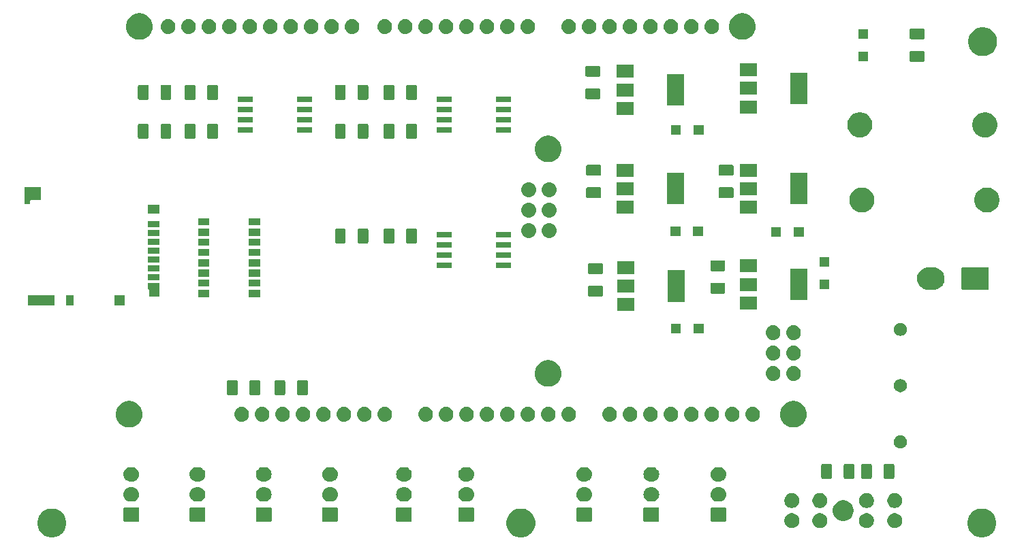
<source format=gbr>
G04 #@! TF.GenerationSoftware,KiCad,Pcbnew,(5.0.0)*
G04 #@! TF.CreationDate,2020-01-14T16:13:25-06:00*
G04 #@! TF.ProjectId,Igniter,49676E697465722E6B696361645F7063,rev?*
G04 #@! TF.SameCoordinates,Original*
G04 #@! TF.FileFunction,Soldermask,Top*
G04 #@! TF.FilePolarity,Negative*
%FSLAX46Y46*%
G04 Gerber Fmt 4.6, Leading zero omitted, Abs format (unit mm)*
G04 Created by KiCad (PCBNEW (5.0.0)) date 01/14/20 16:13:25*
%MOMM*%
%LPD*%
G01*
G04 APERTURE LIST*
%ADD10C,0.100000*%
G04 APERTURE END LIST*
D10*
G36*
X205691291Y-148892751D02*
X206019052Y-149028514D01*
X206314033Y-149225614D01*
X206564886Y-149476467D01*
X206761986Y-149771448D01*
X206897749Y-150099209D01*
X206966960Y-150447156D01*
X206966960Y-150801924D01*
X206897749Y-151149871D01*
X206761986Y-151477632D01*
X206564886Y-151772613D01*
X206314033Y-152023466D01*
X206019052Y-152220566D01*
X205691291Y-152356329D01*
X205343344Y-152425540D01*
X204988576Y-152425540D01*
X204640629Y-152356329D01*
X204312868Y-152220566D01*
X204017887Y-152023466D01*
X203767034Y-151772613D01*
X203569934Y-151477632D01*
X203434171Y-151149871D01*
X203364960Y-150801924D01*
X203364960Y-150447156D01*
X203434171Y-150099209D01*
X203569934Y-149771448D01*
X203767034Y-149476467D01*
X204017887Y-149225614D01*
X204312868Y-149028514D01*
X204640629Y-148892751D01*
X204988576Y-148823540D01*
X205343344Y-148823540D01*
X205691291Y-148892751D01*
X205691291Y-148892751D01*
G37*
G36*
X148399051Y-148892751D02*
X148726812Y-149028514D01*
X149021793Y-149225614D01*
X149272646Y-149476467D01*
X149469746Y-149771448D01*
X149605509Y-150099209D01*
X149674720Y-150447156D01*
X149674720Y-150801924D01*
X149605509Y-151149871D01*
X149469746Y-151477632D01*
X149272646Y-151772613D01*
X149021793Y-152023466D01*
X148726812Y-152220566D01*
X148399051Y-152356329D01*
X148051104Y-152425540D01*
X147696336Y-152425540D01*
X147348389Y-152356329D01*
X147020628Y-152220566D01*
X146725647Y-152023466D01*
X146474794Y-151772613D01*
X146277694Y-151477632D01*
X146141931Y-151149871D01*
X146072720Y-150801924D01*
X146072720Y-150447156D01*
X146141931Y-150099209D01*
X146277694Y-149771448D01*
X146474794Y-149476467D01*
X146725647Y-149225614D01*
X147020628Y-149028514D01*
X147348389Y-148892751D01*
X147696336Y-148823540D01*
X148051104Y-148823540D01*
X148399051Y-148892751D01*
X148399051Y-148892751D01*
G37*
G36*
X90121291Y-148892751D02*
X90449052Y-149028514D01*
X90744033Y-149225614D01*
X90994886Y-149476467D01*
X91191986Y-149771448D01*
X91327749Y-150099209D01*
X91396960Y-150447156D01*
X91396960Y-150801924D01*
X91327749Y-151149871D01*
X91191986Y-151477632D01*
X90994886Y-151772613D01*
X90744033Y-152023466D01*
X90449052Y-152220566D01*
X90121291Y-152356329D01*
X89773344Y-152425540D01*
X89418576Y-152425540D01*
X89070629Y-152356329D01*
X88742868Y-152220566D01*
X88447887Y-152023466D01*
X88197034Y-151772613D01*
X87999934Y-151477632D01*
X87864171Y-151149871D01*
X87794960Y-150801924D01*
X87794960Y-150447156D01*
X87864171Y-150099209D01*
X87999934Y-149771448D01*
X88197034Y-149476467D01*
X88447887Y-149225614D01*
X88742868Y-149028514D01*
X89070629Y-148892751D01*
X89418576Y-148823540D01*
X89773344Y-148823540D01*
X90121291Y-148892751D01*
X90121291Y-148892751D01*
G37*
G36*
X181817404Y-149444885D02*
X181985926Y-149514689D01*
X182137591Y-149616028D01*
X182266572Y-149745009D01*
X182367911Y-149896674D01*
X182437715Y-150065196D01*
X182473300Y-150244097D01*
X182473300Y-150426503D01*
X182437715Y-150605404D01*
X182367911Y-150773926D01*
X182266572Y-150925591D01*
X182137591Y-151054572D01*
X181985926Y-151155911D01*
X181817404Y-151225715D01*
X181638503Y-151261300D01*
X181456097Y-151261300D01*
X181277196Y-151225715D01*
X181108674Y-151155911D01*
X180957009Y-151054572D01*
X180828028Y-150925591D01*
X180726689Y-150773926D01*
X180656885Y-150605404D01*
X180621300Y-150426503D01*
X180621300Y-150244097D01*
X180656885Y-150065196D01*
X180726689Y-149896674D01*
X180828028Y-149745009D01*
X180957009Y-149616028D01*
X181108674Y-149514689D01*
X181277196Y-149444885D01*
X181456097Y-149409300D01*
X181638503Y-149409300D01*
X181817404Y-149444885D01*
X181817404Y-149444885D01*
G37*
G36*
X185317404Y-149444885D02*
X185485926Y-149514689D01*
X185637591Y-149616028D01*
X185766572Y-149745009D01*
X185867911Y-149896674D01*
X185937715Y-150065196D01*
X185973300Y-150244097D01*
X185973300Y-150426503D01*
X185937715Y-150605404D01*
X185867911Y-150773926D01*
X185766572Y-150925591D01*
X185637591Y-151054572D01*
X185485926Y-151155911D01*
X185317404Y-151225715D01*
X185138503Y-151261300D01*
X184956097Y-151261300D01*
X184777196Y-151225715D01*
X184608674Y-151155911D01*
X184457009Y-151054572D01*
X184328028Y-150925591D01*
X184226689Y-150773926D01*
X184156885Y-150605404D01*
X184121300Y-150426503D01*
X184121300Y-150244097D01*
X184156885Y-150065196D01*
X184226689Y-149896674D01*
X184328028Y-149745009D01*
X184457009Y-149616028D01*
X184608674Y-149514689D01*
X184777196Y-149444885D01*
X184956097Y-149409300D01*
X185138503Y-149409300D01*
X185317404Y-149444885D01*
X185317404Y-149444885D01*
G37*
G36*
X191117404Y-149444885D02*
X191285926Y-149514689D01*
X191437591Y-149616028D01*
X191566572Y-149745009D01*
X191667911Y-149896674D01*
X191737715Y-150065196D01*
X191773300Y-150244097D01*
X191773300Y-150426503D01*
X191737715Y-150605404D01*
X191667911Y-150773926D01*
X191566572Y-150925591D01*
X191437591Y-151054572D01*
X191285926Y-151155911D01*
X191117404Y-151225715D01*
X190938503Y-151261300D01*
X190756097Y-151261300D01*
X190577196Y-151225715D01*
X190408674Y-151155911D01*
X190257009Y-151054572D01*
X190128028Y-150925591D01*
X190026689Y-150773926D01*
X189956885Y-150605404D01*
X189921300Y-150426503D01*
X189921300Y-150244097D01*
X189956885Y-150065196D01*
X190026689Y-149896674D01*
X190128028Y-149745009D01*
X190257009Y-149616028D01*
X190408674Y-149514689D01*
X190577196Y-149444885D01*
X190756097Y-149409300D01*
X190938503Y-149409300D01*
X191117404Y-149444885D01*
X191117404Y-149444885D01*
G37*
G36*
X194617404Y-149444885D02*
X194785926Y-149514689D01*
X194937591Y-149616028D01*
X195066572Y-149745009D01*
X195167911Y-149896674D01*
X195237715Y-150065196D01*
X195273300Y-150244097D01*
X195273300Y-150426503D01*
X195237715Y-150605404D01*
X195167911Y-150773926D01*
X195066572Y-150925591D01*
X194937591Y-151054572D01*
X194785926Y-151155911D01*
X194617404Y-151225715D01*
X194438503Y-151261300D01*
X194256097Y-151261300D01*
X194077196Y-151225715D01*
X193908674Y-151155911D01*
X193757009Y-151054572D01*
X193628028Y-150925591D01*
X193526689Y-150773926D01*
X193456885Y-150605404D01*
X193421300Y-150426503D01*
X193421300Y-150244097D01*
X193456885Y-150065196D01*
X193526689Y-149896674D01*
X193628028Y-149745009D01*
X193757009Y-149616028D01*
X193908674Y-149514689D01*
X194077196Y-149444885D01*
X194256097Y-149409300D01*
X194438503Y-149409300D01*
X194617404Y-149444885D01*
X194617404Y-149444885D01*
G37*
G36*
X141925520Y-148665809D02*
X141958569Y-148675834D01*
X141989026Y-148692114D01*
X142015719Y-148714021D01*
X142037626Y-148740714D01*
X142053906Y-148771171D01*
X142063931Y-148804220D01*
X142067920Y-148844724D01*
X142067920Y-150280916D01*
X142063931Y-150321420D01*
X142053906Y-150354469D01*
X142037626Y-150384926D01*
X142015719Y-150411619D01*
X141989026Y-150433526D01*
X141958569Y-150449806D01*
X141925520Y-150459831D01*
X141885016Y-150463820D01*
X140298824Y-150463820D01*
X140258320Y-150459831D01*
X140225271Y-150449806D01*
X140194814Y-150433526D01*
X140168121Y-150411619D01*
X140146214Y-150384926D01*
X140129934Y-150354469D01*
X140119909Y-150321420D01*
X140115920Y-150280916D01*
X140115920Y-148844724D01*
X140119909Y-148804220D01*
X140129934Y-148771171D01*
X140146214Y-148740714D01*
X140168121Y-148714021D01*
X140194814Y-148692114D01*
X140225271Y-148675834D01*
X140258320Y-148665809D01*
X140298824Y-148661820D01*
X141885016Y-148661820D01*
X141925520Y-148665809D01*
X141925520Y-148665809D01*
G37*
G36*
X173269120Y-148665809D02*
X173302169Y-148675834D01*
X173332626Y-148692114D01*
X173359319Y-148714021D01*
X173381226Y-148740714D01*
X173397506Y-148771171D01*
X173407531Y-148804220D01*
X173411520Y-148844724D01*
X173411520Y-150280916D01*
X173407531Y-150321420D01*
X173397506Y-150354469D01*
X173381226Y-150384926D01*
X173359319Y-150411619D01*
X173332626Y-150433526D01*
X173302169Y-150449806D01*
X173269120Y-150459831D01*
X173228616Y-150463820D01*
X171642424Y-150463820D01*
X171601920Y-150459831D01*
X171568871Y-150449806D01*
X171538414Y-150433526D01*
X171511721Y-150411619D01*
X171489814Y-150384926D01*
X171473534Y-150354469D01*
X171463509Y-150321420D01*
X171459520Y-150280916D01*
X171459520Y-148844724D01*
X171463509Y-148804220D01*
X171473534Y-148771171D01*
X171489814Y-148740714D01*
X171511721Y-148714021D01*
X171538414Y-148692114D01*
X171568871Y-148675834D01*
X171601920Y-148665809D01*
X171642424Y-148661820D01*
X173228616Y-148661820D01*
X173269120Y-148665809D01*
X173269120Y-148665809D01*
G37*
G36*
X164927760Y-148665809D02*
X164960809Y-148675834D01*
X164991266Y-148692114D01*
X165017959Y-148714021D01*
X165039866Y-148740714D01*
X165056146Y-148771171D01*
X165066171Y-148804220D01*
X165070160Y-148844724D01*
X165070160Y-150280916D01*
X165066171Y-150321420D01*
X165056146Y-150354469D01*
X165039866Y-150384926D01*
X165017959Y-150411619D01*
X164991266Y-150433526D01*
X164960809Y-150449806D01*
X164927760Y-150459831D01*
X164887256Y-150463820D01*
X163301064Y-150463820D01*
X163260560Y-150459831D01*
X163227511Y-150449806D01*
X163197054Y-150433526D01*
X163170361Y-150411619D01*
X163148454Y-150384926D01*
X163132174Y-150354469D01*
X163122149Y-150321420D01*
X163118160Y-150280916D01*
X163118160Y-148844724D01*
X163122149Y-148804220D01*
X163132174Y-148771171D01*
X163148454Y-148740714D01*
X163170361Y-148714021D01*
X163197054Y-148692114D01*
X163227511Y-148675834D01*
X163260560Y-148665809D01*
X163301064Y-148661820D01*
X164887256Y-148661820D01*
X164927760Y-148665809D01*
X164927760Y-148665809D01*
G37*
G36*
X156586400Y-148665809D02*
X156619449Y-148675834D01*
X156649906Y-148692114D01*
X156676599Y-148714021D01*
X156698506Y-148740714D01*
X156714786Y-148771171D01*
X156724811Y-148804220D01*
X156728800Y-148844724D01*
X156728800Y-150280916D01*
X156724811Y-150321420D01*
X156714786Y-150354469D01*
X156698506Y-150384926D01*
X156676599Y-150411619D01*
X156649906Y-150433526D01*
X156619449Y-150449806D01*
X156586400Y-150459831D01*
X156545896Y-150463820D01*
X154959704Y-150463820D01*
X154919200Y-150459831D01*
X154886151Y-150449806D01*
X154855694Y-150433526D01*
X154829001Y-150411619D01*
X154807094Y-150384926D01*
X154790814Y-150354469D01*
X154780789Y-150321420D01*
X154776800Y-150280916D01*
X154776800Y-148844724D01*
X154780789Y-148804220D01*
X154790814Y-148771171D01*
X154807094Y-148740714D01*
X154829001Y-148714021D01*
X154855694Y-148692114D01*
X154886151Y-148675834D01*
X154919200Y-148665809D01*
X154959704Y-148661820D01*
X156545896Y-148661820D01*
X156586400Y-148665809D01*
X156586400Y-148665809D01*
G37*
G36*
X100297460Y-148665809D02*
X100330509Y-148675834D01*
X100360966Y-148692114D01*
X100387659Y-148714021D01*
X100409566Y-148740714D01*
X100425846Y-148771171D01*
X100435871Y-148804220D01*
X100439860Y-148844724D01*
X100439860Y-150280916D01*
X100435871Y-150321420D01*
X100425846Y-150354469D01*
X100409566Y-150384926D01*
X100387659Y-150411619D01*
X100360966Y-150433526D01*
X100330509Y-150449806D01*
X100297460Y-150459831D01*
X100256956Y-150463820D01*
X98670764Y-150463820D01*
X98630260Y-150459831D01*
X98597211Y-150449806D01*
X98566754Y-150433526D01*
X98540061Y-150411619D01*
X98518154Y-150384926D01*
X98501874Y-150354469D01*
X98491849Y-150321420D01*
X98487860Y-150280916D01*
X98487860Y-148844724D01*
X98491849Y-148804220D01*
X98501874Y-148771171D01*
X98518154Y-148740714D01*
X98540061Y-148714021D01*
X98566754Y-148692114D01*
X98597211Y-148675834D01*
X98630260Y-148665809D01*
X98670764Y-148661820D01*
X100256956Y-148661820D01*
X100297460Y-148665809D01*
X100297460Y-148665809D01*
G37*
G36*
X116765126Y-148665809D02*
X116798175Y-148675834D01*
X116828632Y-148692114D01*
X116855325Y-148714021D01*
X116877232Y-148740714D01*
X116893512Y-148771171D01*
X116903537Y-148804220D01*
X116907526Y-148844724D01*
X116907526Y-150280916D01*
X116903537Y-150321420D01*
X116893512Y-150354469D01*
X116877232Y-150384926D01*
X116855325Y-150411619D01*
X116828632Y-150433526D01*
X116798175Y-150449806D01*
X116765126Y-150459831D01*
X116724622Y-150463820D01*
X115138430Y-150463820D01*
X115097926Y-150459831D01*
X115064877Y-150449806D01*
X115034420Y-150433526D01*
X115007727Y-150411619D01*
X114985820Y-150384926D01*
X114969540Y-150354469D01*
X114959515Y-150321420D01*
X114955526Y-150280916D01*
X114955526Y-148844724D01*
X114959515Y-148804220D01*
X114969540Y-148771171D01*
X114985820Y-148740714D01*
X115007727Y-148714021D01*
X115034420Y-148692114D01*
X115064877Y-148675834D01*
X115097926Y-148665809D01*
X115138430Y-148661820D01*
X116724622Y-148661820D01*
X116765126Y-148665809D01*
X116765126Y-148665809D01*
G37*
G36*
X134191220Y-148665809D02*
X134224269Y-148675834D01*
X134254726Y-148692114D01*
X134281419Y-148714021D01*
X134303326Y-148740714D01*
X134319606Y-148771171D01*
X134329631Y-148804220D01*
X134333620Y-148844724D01*
X134333620Y-150280916D01*
X134329631Y-150321420D01*
X134319606Y-150354469D01*
X134303326Y-150384926D01*
X134281419Y-150411619D01*
X134254726Y-150433526D01*
X134224269Y-150449806D01*
X134191220Y-150459831D01*
X134150716Y-150463820D01*
X132564524Y-150463820D01*
X132524020Y-150459831D01*
X132490971Y-150449806D01*
X132460514Y-150433526D01*
X132433821Y-150411619D01*
X132411914Y-150384926D01*
X132395634Y-150354469D01*
X132385609Y-150321420D01*
X132381620Y-150280916D01*
X132381620Y-148844724D01*
X132385609Y-148804220D01*
X132395634Y-148771171D01*
X132411914Y-148740714D01*
X132433821Y-148714021D01*
X132460514Y-148692114D01*
X132490971Y-148675834D01*
X132524020Y-148665809D01*
X132564524Y-148661820D01*
X134150716Y-148661820D01*
X134191220Y-148665809D01*
X134191220Y-148665809D01*
G37*
G36*
X124998960Y-148665809D02*
X125032009Y-148675834D01*
X125062466Y-148692114D01*
X125089159Y-148714021D01*
X125111066Y-148740714D01*
X125127346Y-148771171D01*
X125137371Y-148804220D01*
X125141360Y-148844724D01*
X125141360Y-150280916D01*
X125137371Y-150321420D01*
X125127346Y-150354469D01*
X125111066Y-150384926D01*
X125089159Y-150411619D01*
X125062466Y-150433526D01*
X125032009Y-150449806D01*
X124998960Y-150459831D01*
X124958456Y-150463820D01*
X123372264Y-150463820D01*
X123331760Y-150459831D01*
X123298711Y-150449806D01*
X123268254Y-150433526D01*
X123241561Y-150411619D01*
X123219654Y-150384926D01*
X123203374Y-150354469D01*
X123193349Y-150321420D01*
X123189360Y-150280916D01*
X123189360Y-148844724D01*
X123193349Y-148804220D01*
X123203374Y-148771171D01*
X123219654Y-148740714D01*
X123241561Y-148714021D01*
X123268254Y-148692114D01*
X123298711Y-148675834D01*
X123331760Y-148665809D01*
X123372264Y-148661820D01*
X124958456Y-148661820D01*
X124998960Y-148665809D01*
X124998960Y-148665809D01*
G37*
G36*
X108531293Y-148665809D02*
X108564342Y-148675834D01*
X108594799Y-148692114D01*
X108621492Y-148714021D01*
X108643399Y-148740714D01*
X108659679Y-148771171D01*
X108669704Y-148804220D01*
X108673693Y-148844724D01*
X108673693Y-150280916D01*
X108669704Y-150321420D01*
X108659679Y-150354469D01*
X108643399Y-150384926D01*
X108621492Y-150411619D01*
X108594799Y-150433526D01*
X108564342Y-150449806D01*
X108531293Y-150459831D01*
X108490789Y-150463820D01*
X106904597Y-150463820D01*
X106864093Y-150459831D01*
X106831044Y-150449806D01*
X106800587Y-150433526D01*
X106773894Y-150411619D01*
X106751987Y-150384926D01*
X106735707Y-150354469D01*
X106725682Y-150321420D01*
X106721693Y-150280916D01*
X106721693Y-148844724D01*
X106725682Y-148804220D01*
X106735707Y-148771171D01*
X106751987Y-148740714D01*
X106773894Y-148714021D01*
X106800587Y-148692114D01*
X106831044Y-148675834D01*
X106864093Y-148665809D01*
X106904597Y-148661820D01*
X108490789Y-148661820D01*
X108531293Y-148665809D01*
X108531293Y-148665809D01*
G37*
G36*
X188326785Y-147834296D02*
X188326787Y-147834297D01*
X188326788Y-147834297D01*
X188483630Y-147899263D01*
X188563555Y-147932369D01*
X188776642Y-148074749D01*
X188957851Y-148255958D01*
X189100231Y-148469045D01*
X189198304Y-148705815D01*
X189248300Y-148957161D01*
X189248300Y-149213439D01*
X189198304Y-149464785D01*
X189100231Y-149701555D01*
X188957851Y-149914642D01*
X188776642Y-150095851D01*
X188776639Y-150095853D01*
X188563555Y-150238231D01*
X188326788Y-150336303D01*
X188326787Y-150336303D01*
X188326785Y-150336304D01*
X188075439Y-150386300D01*
X187819161Y-150386300D01*
X187567815Y-150336304D01*
X187567813Y-150336303D01*
X187567812Y-150336303D01*
X187331045Y-150238231D01*
X187117961Y-150095853D01*
X187117958Y-150095851D01*
X186936749Y-149914642D01*
X186794369Y-149701555D01*
X186696296Y-149464785D01*
X186646300Y-149213439D01*
X186646300Y-148957161D01*
X186696296Y-148705815D01*
X186794369Y-148469045D01*
X186936749Y-148255958D01*
X187117958Y-148074749D01*
X187331045Y-147932369D01*
X187410970Y-147899263D01*
X187567812Y-147834297D01*
X187567813Y-147834297D01*
X187567815Y-147834296D01*
X187819161Y-147784300D01*
X188075439Y-147784300D01*
X188326785Y-147834296D01*
X188326785Y-147834296D01*
G37*
G36*
X185317404Y-146944885D02*
X185485926Y-147014689D01*
X185637591Y-147116028D01*
X185766572Y-147245009D01*
X185867911Y-147396674D01*
X185937715Y-147565196D01*
X185973300Y-147744097D01*
X185973300Y-147926503D01*
X185937715Y-148105404D01*
X185867911Y-148273926D01*
X185766572Y-148425591D01*
X185637591Y-148554572D01*
X185485926Y-148655911D01*
X185317404Y-148725715D01*
X185138503Y-148761300D01*
X184956097Y-148761300D01*
X184777196Y-148725715D01*
X184608674Y-148655911D01*
X184457009Y-148554572D01*
X184328028Y-148425591D01*
X184226689Y-148273926D01*
X184156885Y-148105404D01*
X184121300Y-147926503D01*
X184121300Y-147744097D01*
X184156885Y-147565196D01*
X184226689Y-147396674D01*
X184328028Y-147245009D01*
X184457009Y-147116028D01*
X184608674Y-147014689D01*
X184777196Y-146944885D01*
X184956097Y-146909300D01*
X185138503Y-146909300D01*
X185317404Y-146944885D01*
X185317404Y-146944885D01*
G37*
G36*
X194617404Y-146944885D02*
X194785926Y-147014689D01*
X194937591Y-147116028D01*
X195066572Y-147245009D01*
X195167911Y-147396674D01*
X195237715Y-147565196D01*
X195273300Y-147744097D01*
X195273300Y-147926503D01*
X195237715Y-148105404D01*
X195167911Y-148273926D01*
X195066572Y-148425591D01*
X194937591Y-148554572D01*
X194785926Y-148655911D01*
X194617404Y-148725715D01*
X194438503Y-148761300D01*
X194256097Y-148761300D01*
X194077196Y-148725715D01*
X193908674Y-148655911D01*
X193757009Y-148554572D01*
X193628028Y-148425591D01*
X193526689Y-148273926D01*
X193456885Y-148105404D01*
X193421300Y-147926503D01*
X193421300Y-147744097D01*
X193456885Y-147565196D01*
X193526689Y-147396674D01*
X193628028Y-147245009D01*
X193757009Y-147116028D01*
X193908674Y-147014689D01*
X194077196Y-146944885D01*
X194256097Y-146909300D01*
X194438503Y-146909300D01*
X194617404Y-146944885D01*
X194617404Y-146944885D01*
G37*
G36*
X191117404Y-146944885D02*
X191285926Y-147014689D01*
X191437591Y-147116028D01*
X191566572Y-147245009D01*
X191667911Y-147396674D01*
X191737715Y-147565196D01*
X191773300Y-147744097D01*
X191773300Y-147926503D01*
X191737715Y-148105404D01*
X191667911Y-148273926D01*
X191566572Y-148425591D01*
X191437591Y-148554572D01*
X191285926Y-148655911D01*
X191117404Y-148725715D01*
X190938503Y-148761300D01*
X190756097Y-148761300D01*
X190577196Y-148725715D01*
X190408674Y-148655911D01*
X190257009Y-148554572D01*
X190128028Y-148425591D01*
X190026689Y-148273926D01*
X189956885Y-148105404D01*
X189921300Y-147926503D01*
X189921300Y-147744097D01*
X189956885Y-147565196D01*
X190026689Y-147396674D01*
X190128028Y-147245009D01*
X190257009Y-147116028D01*
X190408674Y-147014689D01*
X190577196Y-146944885D01*
X190756097Y-146909300D01*
X190938503Y-146909300D01*
X191117404Y-146944885D01*
X191117404Y-146944885D01*
G37*
G36*
X181817404Y-146944885D02*
X181985926Y-147014689D01*
X182137591Y-147116028D01*
X182266572Y-147245009D01*
X182367911Y-147396674D01*
X182437715Y-147565196D01*
X182473300Y-147744097D01*
X182473300Y-147926503D01*
X182437715Y-148105404D01*
X182367911Y-148273926D01*
X182266572Y-148425591D01*
X182137591Y-148554572D01*
X181985926Y-148655911D01*
X181817404Y-148725715D01*
X181638503Y-148761300D01*
X181456097Y-148761300D01*
X181277196Y-148725715D01*
X181108674Y-148655911D01*
X180957009Y-148554572D01*
X180828028Y-148425591D01*
X180726689Y-148273926D01*
X180656885Y-148105404D01*
X180621300Y-147926503D01*
X180621300Y-147744097D01*
X180656885Y-147565196D01*
X180726689Y-147396674D01*
X180828028Y-147245009D01*
X180957009Y-147116028D01*
X181108674Y-147014689D01*
X181277196Y-146944885D01*
X181456097Y-146909300D01*
X181638503Y-146909300D01*
X181817404Y-146944885D01*
X181817404Y-146944885D01*
G37*
G36*
X124350802Y-146168338D02*
X124416987Y-146174857D01*
X124530213Y-146209204D01*
X124586827Y-146226377D01*
X124725447Y-146300472D01*
X124743351Y-146310042D01*
X124779089Y-146339372D01*
X124880546Y-146422634D01*
X124963808Y-146524091D01*
X124993138Y-146559829D01*
X124993139Y-146559831D01*
X125076803Y-146716353D01*
X125076803Y-146716354D01*
X125128323Y-146886193D01*
X125145719Y-147062820D01*
X125128323Y-147239447D01*
X125093976Y-147352673D01*
X125076803Y-147409287D01*
X125002708Y-147547907D01*
X124993138Y-147565811D01*
X124963808Y-147601549D01*
X124880546Y-147703006D01*
X124779089Y-147786268D01*
X124743351Y-147815598D01*
X124743349Y-147815599D01*
X124586827Y-147899263D01*
X124530213Y-147916436D01*
X124416987Y-147950783D01*
X124350802Y-147957302D01*
X124284620Y-147963820D01*
X124046100Y-147963820D01*
X123979918Y-147957302D01*
X123913733Y-147950783D01*
X123800507Y-147916436D01*
X123743893Y-147899263D01*
X123587371Y-147815599D01*
X123587369Y-147815598D01*
X123551631Y-147786268D01*
X123450174Y-147703006D01*
X123366912Y-147601549D01*
X123337582Y-147565811D01*
X123328012Y-147547907D01*
X123253917Y-147409287D01*
X123236744Y-147352673D01*
X123202397Y-147239447D01*
X123185001Y-147062820D01*
X123202397Y-146886193D01*
X123253917Y-146716354D01*
X123253917Y-146716353D01*
X123337581Y-146559831D01*
X123337582Y-146559829D01*
X123366912Y-146524091D01*
X123450174Y-146422634D01*
X123551631Y-146339372D01*
X123587369Y-146310042D01*
X123605273Y-146300472D01*
X123743893Y-146226377D01*
X123800507Y-146209204D01*
X123913733Y-146174857D01*
X123979918Y-146168338D01*
X124046100Y-146161820D01*
X124284620Y-146161820D01*
X124350802Y-146168338D01*
X124350802Y-146168338D01*
G37*
G36*
X141277362Y-146168338D02*
X141343547Y-146174857D01*
X141456773Y-146209204D01*
X141513387Y-146226377D01*
X141652007Y-146300472D01*
X141669911Y-146310042D01*
X141705649Y-146339372D01*
X141807106Y-146422634D01*
X141890368Y-146524091D01*
X141919698Y-146559829D01*
X141919699Y-146559831D01*
X142003363Y-146716353D01*
X142003363Y-146716354D01*
X142054883Y-146886193D01*
X142072279Y-147062820D01*
X142054883Y-147239447D01*
X142020536Y-147352673D01*
X142003363Y-147409287D01*
X141929268Y-147547907D01*
X141919698Y-147565811D01*
X141890368Y-147601549D01*
X141807106Y-147703006D01*
X141705649Y-147786268D01*
X141669911Y-147815598D01*
X141669909Y-147815599D01*
X141513387Y-147899263D01*
X141456773Y-147916436D01*
X141343547Y-147950783D01*
X141277362Y-147957302D01*
X141211180Y-147963820D01*
X140972660Y-147963820D01*
X140906478Y-147957302D01*
X140840293Y-147950783D01*
X140727067Y-147916436D01*
X140670453Y-147899263D01*
X140513931Y-147815599D01*
X140513929Y-147815598D01*
X140478191Y-147786268D01*
X140376734Y-147703006D01*
X140293472Y-147601549D01*
X140264142Y-147565811D01*
X140254572Y-147547907D01*
X140180477Y-147409287D01*
X140163304Y-147352673D01*
X140128957Y-147239447D01*
X140111561Y-147062820D01*
X140128957Y-146886193D01*
X140180477Y-146716354D01*
X140180477Y-146716353D01*
X140264141Y-146559831D01*
X140264142Y-146559829D01*
X140293472Y-146524091D01*
X140376734Y-146422634D01*
X140478191Y-146339372D01*
X140513929Y-146310042D01*
X140531833Y-146300472D01*
X140670453Y-146226377D01*
X140727067Y-146209204D01*
X140840293Y-146174857D01*
X140906478Y-146168338D01*
X140972660Y-146161820D01*
X141211180Y-146161820D01*
X141277362Y-146168338D01*
X141277362Y-146168338D01*
G37*
G36*
X116116968Y-146168338D02*
X116183153Y-146174857D01*
X116296379Y-146209204D01*
X116352993Y-146226377D01*
X116491613Y-146300472D01*
X116509517Y-146310042D01*
X116545255Y-146339372D01*
X116646712Y-146422634D01*
X116729974Y-146524091D01*
X116759304Y-146559829D01*
X116759305Y-146559831D01*
X116842969Y-146716353D01*
X116842969Y-146716354D01*
X116894489Y-146886193D01*
X116911885Y-147062820D01*
X116894489Y-147239447D01*
X116860142Y-147352673D01*
X116842969Y-147409287D01*
X116768874Y-147547907D01*
X116759304Y-147565811D01*
X116729974Y-147601549D01*
X116646712Y-147703006D01*
X116545255Y-147786268D01*
X116509517Y-147815598D01*
X116509515Y-147815599D01*
X116352993Y-147899263D01*
X116296379Y-147916436D01*
X116183153Y-147950783D01*
X116116968Y-147957302D01*
X116050786Y-147963820D01*
X115812266Y-147963820D01*
X115746084Y-147957302D01*
X115679899Y-147950783D01*
X115566673Y-147916436D01*
X115510059Y-147899263D01*
X115353537Y-147815599D01*
X115353535Y-147815598D01*
X115317797Y-147786268D01*
X115216340Y-147703006D01*
X115133078Y-147601549D01*
X115103748Y-147565811D01*
X115094178Y-147547907D01*
X115020083Y-147409287D01*
X115002910Y-147352673D01*
X114968563Y-147239447D01*
X114951167Y-147062820D01*
X114968563Y-146886193D01*
X115020083Y-146716354D01*
X115020083Y-146716353D01*
X115103747Y-146559831D01*
X115103748Y-146559829D01*
X115133078Y-146524091D01*
X115216340Y-146422634D01*
X115317797Y-146339372D01*
X115353535Y-146310042D01*
X115371439Y-146300472D01*
X115510059Y-146226377D01*
X115566673Y-146209204D01*
X115679899Y-146174857D01*
X115746084Y-146168338D01*
X115812266Y-146161820D01*
X116050786Y-146161820D01*
X116116968Y-146168338D01*
X116116968Y-146168338D01*
G37*
G36*
X107883135Y-146168338D02*
X107949320Y-146174857D01*
X108062546Y-146209204D01*
X108119160Y-146226377D01*
X108257780Y-146300472D01*
X108275684Y-146310042D01*
X108311422Y-146339372D01*
X108412879Y-146422634D01*
X108496141Y-146524091D01*
X108525471Y-146559829D01*
X108525472Y-146559831D01*
X108609136Y-146716353D01*
X108609136Y-146716354D01*
X108660656Y-146886193D01*
X108678052Y-147062820D01*
X108660656Y-147239447D01*
X108626309Y-147352673D01*
X108609136Y-147409287D01*
X108535041Y-147547907D01*
X108525471Y-147565811D01*
X108496141Y-147601549D01*
X108412879Y-147703006D01*
X108311422Y-147786268D01*
X108275684Y-147815598D01*
X108275682Y-147815599D01*
X108119160Y-147899263D01*
X108062546Y-147916436D01*
X107949320Y-147950783D01*
X107883135Y-147957302D01*
X107816953Y-147963820D01*
X107578433Y-147963820D01*
X107512251Y-147957302D01*
X107446066Y-147950783D01*
X107332840Y-147916436D01*
X107276226Y-147899263D01*
X107119704Y-147815599D01*
X107119702Y-147815598D01*
X107083964Y-147786268D01*
X106982507Y-147703006D01*
X106899245Y-147601549D01*
X106869915Y-147565811D01*
X106860345Y-147547907D01*
X106786250Y-147409287D01*
X106769077Y-147352673D01*
X106734730Y-147239447D01*
X106717334Y-147062820D01*
X106734730Y-146886193D01*
X106786250Y-146716354D01*
X106786250Y-146716353D01*
X106869914Y-146559831D01*
X106869915Y-146559829D01*
X106899245Y-146524091D01*
X106982507Y-146422634D01*
X107083964Y-146339372D01*
X107119702Y-146310042D01*
X107137606Y-146300472D01*
X107276226Y-146226377D01*
X107332840Y-146209204D01*
X107446066Y-146174857D01*
X107512251Y-146168338D01*
X107578433Y-146161820D01*
X107816953Y-146161820D01*
X107883135Y-146168338D01*
X107883135Y-146168338D01*
G37*
G36*
X99649302Y-146168338D02*
X99715487Y-146174857D01*
X99828713Y-146209204D01*
X99885327Y-146226377D01*
X100023947Y-146300472D01*
X100041851Y-146310042D01*
X100077589Y-146339372D01*
X100179046Y-146422634D01*
X100262308Y-146524091D01*
X100291638Y-146559829D01*
X100291639Y-146559831D01*
X100375303Y-146716353D01*
X100375303Y-146716354D01*
X100426823Y-146886193D01*
X100444219Y-147062820D01*
X100426823Y-147239447D01*
X100392476Y-147352673D01*
X100375303Y-147409287D01*
X100301208Y-147547907D01*
X100291638Y-147565811D01*
X100262308Y-147601549D01*
X100179046Y-147703006D01*
X100077589Y-147786268D01*
X100041851Y-147815598D01*
X100041849Y-147815599D01*
X99885327Y-147899263D01*
X99828713Y-147916436D01*
X99715487Y-147950783D01*
X99649302Y-147957302D01*
X99583120Y-147963820D01*
X99344600Y-147963820D01*
X99278418Y-147957302D01*
X99212233Y-147950783D01*
X99099007Y-147916436D01*
X99042393Y-147899263D01*
X98885871Y-147815599D01*
X98885869Y-147815598D01*
X98850131Y-147786268D01*
X98748674Y-147703006D01*
X98665412Y-147601549D01*
X98636082Y-147565811D01*
X98626512Y-147547907D01*
X98552417Y-147409287D01*
X98535244Y-147352673D01*
X98500897Y-147239447D01*
X98483501Y-147062820D01*
X98500897Y-146886193D01*
X98552417Y-146716354D01*
X98552417Y-146716353D01*
X98636081Y-146559831D01*
X98636082Y-146559829D01*
X98665412Y-146524091D01*
X98748674Y-146422634D01*
X98850131Y-146339372D01*
X98885869Y-146310042D01*
X98903773Y-146300472D01*
X99042393Y-146226377D01*
X99099007Y-146209204D01*
X99212233Y-146174857D01*
X99278418Y-146168338D01*
X99344600Y-146161820D01*
X99583120Y-146161820D01*
X99649302Y-146168338D01*
X99649302Y-146168338D01*
G37*
G36*
X172620962Y-146168338D02*
X172687147Y-146174857D01*
X172800373Y-146209204D01*
X172856987Y-146226377D01*
X172995607Y-146300472D01*
X173013511Y-146310042D01*
X173049249Y-146339372D01*
X173150706Y-146422634D01*
X173233968Y-146524091D01*
X173263298Y-146559829D01*
X173263299Y-146559831D01*
X173346963Y-146716353D01*
X173346963Y-146716354D01*
X173398483Y-146886193D01*
X173415879Y-147062820D01*
X173398483Y-147239447D01*
X173364136Y-147352673D01*
X173346963Y-147409287D01*
X173272868Y-147547907D01*
X173263298Y-147565811D01*
X173233968Y-147601549D01*
X173150706Y-147703006D01*
X173049249Y-147786268D01*
X173013511Y-147815598D01*
X173013509Y-147815599D01*
X172856987Y-147899263D01*
X172800373Y-147916436D01*
X172687147Y-147950783D01*
X172620962Y-147957302D01*
X172554780Y-147963820D01*
X172316260Y-147963820D01*
X172250078Y-147957302D01*
X172183893Y-147950783D01*
X172070667Y-147916436D01*
X172014053Y-147899263D01*
X171857531Y-147815599D01*
X171857529Y-147815598D01*
X171821791Y-147786268D01*
X171720334Y-147703006D01*
X171637072Y-147601549D01*
X171607742Y-147565811D01*
X171598172Y-147547907D01*
X171524077Y-147409287D01*
X171506904Y-147352673D01*
X171472557Y-147239447D01*
X171455161Y-147062820D01*
X171472557Y-146886193D01*
X171524077Y-146716354D01*
X171524077Y-146716353D01*
X171607741Y-146559831D01*
X171607742Y-146559829D01*
X171637072Y-146524091D01*
X171720334Y-146422634D01*
X171821791Y-146339372D01*
X171857529Y-146310042D01*
X171875433Y-146300472D01*
X172014053Y-146226377D01*
X172070667Y-146209204D01*
X172183893Y-146174857D01*
X172250078Y-146168338D01*
X172316260Y-146161820D01*
X172554780Y-146161820D01*
X172620962Y-146168338D01*
X172620962Y-146168338D01*
G37*
G36*
X164279602Y-146168338D02*
X164345787Y-146174857D01*
X164459013Y-146209204D01*
X164515627Y-146226377D01*
X164654247Y-146300472D01*
X164672151Y-146310042D01*
X164707889Y-146339372D01*
X164809346Y-146422634D01*
X164892608Y-146524091D01*
X164921938Y-146559829D01*
X164921939Y-146559831D01*
X165005603Y-146716353D01*
X165005603Y-146716354D01*
X165057123Y-146886193D01*
X165074519Y-147062820D01*
X165057123Y-147239447D01*
X165022776Y-147352673D01*
X165005603Y-147409287D01*
X164931508Y-147547907D01*
X164921938Y-147565811D01*
X164892608Y-147601549D01*
X164809346Y-147703006D01*
X164707889Y-147786268D01*
X164672151Y-147815598D01*
X164672149Y-147815599D01*
X164515627Y-147899263D01*
X164459013Y-147916436D01*
X164345787Y-147950783D01*
X164279602Y-147957302D01*
X164213420Y-147963820D01*
X163974900Y-147963820D01*
X163908718Y-147957302D01*
X163842533Y-147950783D01*
X163729307Y-147916436D01*
X163672693Y-147899263D01*
X163516171Y-147815599D01*
X163516169Y-147815598D01*
X163480431Y-147786268D01*
X163378974Y-147703006D01*
X163295712Y-147601549D01*
X163266382Y-147565811D01*
X163256812Y-147547907D01*
X163182717Y-147409287D01*
X163165544Y-147352673D01*
X163131197Y-147239447D01*
X163113801Y-147062820D01*
X163131197Y-146886193D01*
X163182717Y-146716354D01*
X163182717Y-146716353D01*
X163266381Y-146559831D01*
X163266382Y-146559829D01*
X163295712Y-146524091D01*
X163378974Y-146422634D01*
X163480431Y-146339372D01*
X163516169Y-146310042D01*
X163534073Y-146300472D01*
X163672693Y-146226377D01*
X163729307Y-146209204D01*
X163842533Y-146174857D01*
X163908718Y-146168338D01*
X163974900Y-146161820D01*
X164213420Y-146161820D01*
X164279602Y-146168338D01*
X164279602Y-146168338D01*
G37*
G36*
X155938242Y-146168338D02*
X156004427Y-146174857D01*
X156117653Y-146209204D01*
X156174267Y-146226377D01*
X156312887Y-146300472D01*
X156330791Y-146310042D01*
X156366529Y-146339372D01*
X156467986Y-146422634D01*
X156551248Y-146524091D01*
X156580578Y-146559829D01*
X156580579Y-146559831D01*
X156664243Y-146716353D01*
X156664243Y-146716354D01*
X156715763Y-146886193D01*
X156733159Y-147062820D01*
X156715763Y-147239447D01*
X156681416Y-147352673D01*
X156664243Y-147409287D01*
X156590148Y-147547907D01*
X156580578Y-147565811D01*
X156551248Y-147601549D01*
X156467986Y-147703006D01*
X156366529Y-147786268D01*
X156330791Y-147815598D01*
X156330789Y-147815599D01*
X156174267Y-147899263D01*
X156117653Y-147916436D01*
X156004427Y-147950783D01*
X155938242Y-147957302D01*
X155872060Y-147963820D01*
X155633540Y-147963820D01*
X155567358Y-147957302D01*
X155501173Y-147950783D01*
X155387947Y-147916436D01*
X155331333Y-147899263D01*
X155174811Y-147815599D01*
X155174809Y-147815598D01*
X155139071Y-147786268D01*
X155037614Y-147703006D01*
X154954352Y-147601549D01*
X154925022Y-147565811D01*
X154915452Y-147547907D01*
X154841357Y-147409287D01*
X154824184Y-147352673D01*
X154789837Y-147239447D01*
X154772441Y-147062820D01*
X154789837Y-146886193D01*
X154841357Y-146716354D01*
X154841357Y-146716353D01*
X154925021Y-146559831D01*
X154925022Y-146559829D01*
X154954352Y-146524091D01*
X155037614Y-146422634D01*
X155139071Y-146339372D01*
X155174809Y-146310042D01*
X155192713Y-146300472D01*
X155331333Y-146226377D01*
X155387947Y-146209204D01*
X155501173Y-146174857D01*
X155567358Y-146168338D01*
X155633540Y-146161820D01*
X155872060Y-146161820D01*
X155938242Y-146168338D01*
X155938242Y-146168338D01*
G37*
G36*
X133543062Y-146168338D02*
X133609247Y-146174857D01*
X133722473Y-146209204D01*
X133779087Y-146226377D01*
X133917707Y-146300472D01*
X133935611Y-146310042D01*
X133971349Y-146339372D01*
X134072806Y-146422634D01*
X134156068Y-146524091D01*
X134185398Y-146559829D01*
X134185399Y-146559831D01*
X134269063Y-146716353D01*
X134269063Y-146716354D01*
X134320583Y-146886193D01*
X134337979Y-147062820D01*
X134320583Y-147239447D01*
X134286236Y-147352673D01*
X134269063Y-147409287D01*
X134194968Y-147547907D01*
X134185398Y-147565811D01*
X134156068Y-147601549D01*
X134072806Y-147703006D01*
X133971349Y-147786268D01*
X133935611Y-147815598D01*
X133935609Y-147815599D01*
X133779087Y-147899263D01*
X133722473Y-147916436D01*
X133609247Y-147950783D01*
X133543062Y-147957302D01*
X133476880Y-147963820D01*
X133238360Y-147963820D01*
X133172178Y-147957302D01*
X133105993Y-147950783D01*
X132992767Y-147916436D01*
X132936153Y-147899263D01*
X132779631Y-147815599D01*
X132779629Y-147815598D01*
X132743891Y-147786268D01*
X132642434Y-147703006D01*
X132559172Y-147601549D01*
X132529842Y-147565811D01*
X132520272Y-147547907D01*
X132446177Y-147409287D01*
X132429004Y-147352673D01*
X132394657Y-147239447D01*
X132377261Y-147062820D01*
X132394657Y-146886193D01*
X132446177Y-146716354D01*
X132446177Y-146716353D01*
X132529841Y-146559831D01*
X132529842Y-146559829D01*
X132559172Y-146524091D01*
X132642434Y-146422634D01*
X132743891Y-146339372D01*
X132779629Y-146310042D01*
X132797533Y-146300472D01*
X132936153Y-146226377D01*
X132992767Y-146209204D01*
X133105993Y-146174857D01*
X133172178Y-146168338D01*
X133238360Y-146161820D01*
X133476880Y-146161820D01*
X133543062Y-146168338D01*
X133543062Y-146168338D01*
G37*
G36*
X141277362Y-143668338D02*
X141343547Y-143674857D01*
X141456773Y-143709204D01*
X141513387Y-143726377D01*
X141652007Y-143800472D01*
X141669911Y-143810042D01*
X141705649Y-143839372D01*
X141807106Y-143922634D01*
X141890368Y-144024091D01*
X141919698Y-144059829D01*
X141919699Y-144059831D01*
X142003363Y-144216353D01*
X142003363Y-144216354D01*
X142054883Y-144386193D01*
X142072279Y-144562820D01*
X142054883Y-144739447D01*
X142022463Y-144846320D01*
X142003363Y-144909287D01*
X141981709Y-144949798D01*
X141919698Y-145065811D01*
X141915317Y-145071149D01*
X141807106Y-145203006D01*
X141705649Y-145286268D01*
X141669911Y-145315598D01*
X141669909Y-145315599D01*
X141513387Y-145399263D01*
X141456773Y-145416436D01*
X141343547Y-145450783D01*
X141277362Y-145457302D01*
X141211180Y-145463820D01*
X140972660Y-145463820D01*
X140906478Y-145457302D01*
X140840293Y-145450783D01*
X140727067Y-145416436D01*
X140670453Y-145399263D01*
X140513931Y-145315599D01*
X140513929Y-145315598D01*
X140478191Y-145286268D01*
X140376734Y-145203006D01*
X140268523Y-145071149D01*
X140264142Y-145065811D01*
X140202131Y-144949798D01*
X140180477Y-144909287D01*
X140161377Y-144846320D01*
X140128957Y-144739447D01*
X140111561Y-144562820D01*
X140128957Y-144386193D01*
X140180477Y-144216354D01*
X140180477Y-144216353D01*
X140264141Y-144059831D01*
X140264142Y-144059829D01*
X140293472Y-144024091D01*
X140376734Y-143922634D01*
X140478191Y-143839372D01*
X140513929Y-143810042D01*
X140531833Y-143800472D01*
X140670453Y-143726377D01*
X140727067Y-143709204D01*
X140840293Y-143674857D01*
X140906478Y-143668338D01*
X140972660Y-143661820D01*
X141211180Y-143661820D01*
X141277362Y-143668338D01*
X141277362Y-143668338D01*
G37*
G36*
X133543062Y-143668338D02*
X133609247Y-143674857D01*
X133722473Y-143709204D01*
X133779087Y-143726377D01*
X133917707Y-143800472D01*
X133935611Y-143810042D01*
X133971349Y-143839372D01*
X134072806Y-143922634D01*
X134156068Y-144024091D01*
X134185398Y-144059829D01*
X134185399Y-144059831D01*
X134269063Y-144216353D01*
X134269063Y-144216354D01*
X134320583Y-144386193D01*
X134337979Y-144562820D01*
X134320583Y-144739447D01*
X134288163Y-144846320D01*
X134269063Y-144909287D01*
X134247409Y-144949798D01*
X134185398Y-145065811D01*
X134181017Y-145071149D01*
X134072806Y-145203006D01*
X133971349Y-145286268D01*
X133935611Y-145315598D01*
X133935609Y-145315599D01*
X133779087Y-145399263D01*
X133722473Y-145416436D01*
X133609247Y-145450783D01*
X133543062Y-145457302D01*
X133476880Y-145463820D01*
X133238360Y-145463820D01*
X133172178Y-145457302D01*
X133105993Y-145450783D01*
X132992767Y-145416436D01*
X132936153Y-145399263D01*
X132779631Y-145315599D01*
X132779629Y-145315598D01*
X132743891Y-145286268D01*
X132642434Y-145203006D01*
X132534223Y-145071149D01*
X132529842Y-145065811D01*
X132467831Y-144949798D01*
X132446177Y-144909287D01*
X132427077Y-144846320D01*
X132394657Y-144739447D01*
X132377261Y-144562820D01*
X132394657Y-144386193D01*
X132446177Y-144216354D01*
X132446177Y-144216353D01*
X132529841Y-144059831D01*
X132529842Y-144059829D01*
X132559172Y-144024091D01*
X132642434Y-143922634D01*
X132743891Y-143839372D01*
X132779629Y-143810042D01*
X132797533Y-143800472D01*
X132936153Y-143726377D01*
X132992767Y-143709204D01*
X133105993Y-143674857D01*
X133172178Y-143668338D01*
X133238360Y-143661820D01*
X133476880Y-143661820D01*
X133543062Y-143668338D01*
X133543062Y-143668338D01*
G37*
G36*
X99649302Y-143668338D02*
X99715487Y-143674857D01*
X99828713Y-143709204D01*
X99885327Y-143726377D01*
X100023947Y-143800472D01*
X100041851Y-143810042D01*
X100077589Y-143839372D01*
X100179046Y-143922634D01*
X100262308Y-144024091D01*
X100291638Y-144059829D01*
X100291639Y-144059831D01*
X100375303Y-144216353D01*
X100375303Y-144216354D01*
X100426823Y-144386193D01*
X100444219Y-144562820D01*
X100426823Y-144739447D01*
X100394403Y-144846320D01*
X100375303Y-144909287D01*
X100353649Y-144949798D01*
X100291638Y-145065811D01*
X100287257Y-145071149D01*
X100179046Y-145203006D01*
X100077589Y-145286268D01*
X100041851Y-145315598D01*
X100041849Y-145315599D01*
X99885327Y-145399263D01*
X99828713Y-145416436D01*
X99715487Y-145450783D01*
X99649302Y-145457302D01*
X99583120Y-145463820D01*
X99344600Y-145463820D01*
X99278418Y-145457302D01*
X99212233Y-145450783D01*
X99099007Y-145416436D01*
X99042393Y-145399263D01*
X98885871Y-145315599D01*
X98885869Y-145315598D01*
X98850131Y-145286268D01*
X98748674Y-145203006D01*
X98640463Y-145071149D01*
X98636082Y-145065811D01*
X98574071Y-144949798D01*
X98552417Y-144909287D01*
X98533317Y-144846320D01*
X98500897Y-144739447D01*
X98483501Y-144562820D01*
X98500897Y-144386193D01*
X98552417Y-144216354D01*
X98552417Y-144216353D01*
X98636081Y-144059831D01*
X98636082Y-144059829D01*
X98665412Y-144024091D01*
X98748674Y-143922634D01*
X98850131Y-143839372D01*
X98885869Y-143810042D01*
X98903773Y-143800472D01*
X99042393Y-143726377D01*
X99099007Y-143709204D01*
X99212233Y-143674857D01*
X99278418Y-143668338D01*
X99344600Y-143661820D01*
X99583120Y-143661820D01*
X99649302Y-143668338D01*
X99649302Y-143668338D01*
G37*
G36*
X107883135Y-143668338D02*
X107949320Y-143674857D01*
X108062546Y-143709204D01*
X108119160Y-143726377D01*
X108257780Y-143800472D01*
X108275684Y-143810042D01*
X108311422Y-143839372D01*
X108412879Y-143922634D01*
X108496141Y-144024091D01*
X108525471Y-144059829D01*
X108525472Y-144059831D01*
X108609136Y-144216353D01*
X108609136Y-144216354D01*
X108660656Y-144386193D01*
X108678052Y-144562820D01*
X108660656Y-144739447D01*
X108628236Y-144846320D01*
X108609136Y-144909287D01*
X108587482Y-144949798D01*
X108525471Y-145065811D01*
X108521090Y-145071149D01*
X108412879Y-145203006D01*
X108311422Y-145286268D01*
X108275684Y-145315598D01*
X108275682Y-145315599D01*
X108119160Y-145399263D01*
X108062546Y-145416436D01*
X107949320Y-145450783D01*
X107883135Y-145457302D01*
X107816953Y-145463820D01*
X107578433Y-145463820D01*
X107512251Y-145457302D01*
X107446066Y-145450783D01*
X107332840Y-145416436D01*
X107276226Y-145399263D01*
X107119704Y-145315599D01*
X107119702Y-145315598D01*
X107083964Y-145286268D01*
X106982507Y-145203006D01*
X106874296Y-145071149D01*
X106869915Y-145065811D01*
X106807904Y-144949798D01*
X106786250Y-144909287D01*
X106767150Y-144846320D01*
X106734730Y-144739447D01*
X106717334Y-144562820D01*
X106734730Y-144386193D01*
X106786250Y-144216354D01*
X106786250Y-144216353D01*
X106869914Y-144059831D01*
X106869915Y-144059829D01*
X106899245Y-144024091D01*
X106982507Y-143922634D01*
X107083964Y-143839372D01*
X107119702Y-143810042D01*
X107137606Y-143800472D01*
X107276226Y-143726377D01*
X107332840Y-143709204D01*
X107446066Y-143674857D01*
X107512251Y-143668338D01*
X107578433Y-143661820D01*
X107816953Y-143661820D01*
X107883135Y-143668338D01*
X107883135Y-143668338D01*
G37*
G36*
X116116968Y-143668338D02*
X116183153Y-143674857D01*
X116296379Y-143709204D01*
X116352993Y-143726377D01*
X116491613Y-143800472D01*
X116509517Y-143810042D01*
X116545255Y-143839372D01*
X116646712Y-143922634D01*
X116729974Y-144024091D01*
X116759304Y-144059829D01*
X116759305Y-144059831D01*
X116842969Y-144216353D01*
X116842969Y-144216354D01*
X116894489Y-144386193D01*
X116911885Y-144562820D01*
X116894489Y-144739447D01*
X116862069Y-144846320D01*
X116842969Y-144909287D01*
X116821315Y-144949798D01*
X116759304Y-145065811D01*
X116754923Y-145071149D01*
X116646712Y-145203006D01*
X116545255Y-145286268D01*
X116509517Y-145315598D01*
X116509515Y-145315599D01*
X116352993Y-145399263D01*
X116296379Y-145416436D01*
X116183153Y-145450783D01*
X116116968Y-145457302D01*
X116050786Y-145463820D01*
X115812266Y-145463820D01*
X115746084Y-145457302D01*
X115679899Y-145450783D01*
X115566673Y-145416436D01*
X115510059Y-145399263D01*
X115353537Y-145315599D01*
X115353535Y-145315598D01*
X115317797Y-145286268D01*
X115216340Y-145203006D01*
X115108129Y-145071149D01*
X115103748Y-145065811D01*
X115041737Y-144949798D01*
X115020083Y-144909287D01*
X115000983Y-144846320D01*
X114968563Y-144739447D01*
X114951167Y-144562820D01*
X114968563Y-144386193D01*
X115020083Y-144216354D01*
X115020083Y-144216353D01*
X115103747Y-144059831D01*
X115103748Y-144059829D01*
X115133078Y-144024091D01*
X115216340Y-143922634D01*
X115317797Y-143839372D01*
X115353535Y-143810042D01*
X115371439Y-143800472D01*
X115510059Y-143726377D01*
X115566673Y-143709204D01*
X115679899Y-143674857D01*
X115746084Y-143668338D01*
X115812266Y-143661820D01*
X116050786Y-143661820D01*
X116116968Y-143668338D01*
X116116968Y-143668338D01*
G37*
G36*
X172620962Y-143668338D02*
X172687147Y-143674857D01*
X172800373Y-143709204D01*
X172856987Y-143726377D01*
X172995607Y-143800472D01*
X173013511Y-143810042D01*
X173049249Y-143839372D01*
X173150706Y-143922634D01*
X173233968Y-144024091D01*
X173263298Y-144059829D01*
X173263299Y-144059831D01*
X173346963Y-144216353D01*
X173346963Y-144216354D01*
X173398483Y-144386193D01*
X173415879Y-144562820D01*
X173398483Y-144739447D01*
X173366063Y-144846320D01*
X173346963Y-144909287D01*
X173325309Y-144949798D01*
X173263298Y-145065811D01*
X173258917Y-145071149D01*
X173150706Y-145203006D01*
X173049249Y-145286268D01*
X173013511Y-145315598D01*
X173013509Y-145315599D01*
X172856987Y-145399263D01*
X172800373Y-145416436D01*
X172687147Y-145450783D01*
X172620962Y-145457302D01*
X172554780Y-145463820D01*
X172316260Y-145463820D01*
X172250078Y-145457302D01*
X172183893Y-145450783D01*
X172070667Y-145416436D01*
X172014053Y-145399263D01*
X171857531Y-145315599D01*
X171857529Y-145315598D01*
X171821791Y-145286268D01*
X171720334Y-145203006D01*
X171612123Y-145071149D01*
X171607742Y-145065811D01*
X171545731Y-144949798D01*
X171524077Y-144909287D01*
X171504977Y-144846320D01*
X171472557Y-144739447D01*
X171455161Y-144562820D01*
X171472557Y-144386193D01*
X171524077Y-144216354D01*
X171524077Y-144216353D01*
X171607741Y-144059831D01*
X171607742Y-144059829D01*
X171637072Y-144024091D01*
X171720334Y-143922634D01*
X171821791Y-143839372D01*
X171857529Y-143810042D01*
X171875433Y-143800472D01*
X172014053Y-143726377D01*
X172070667Y-143709204D01*
X172183893Y-143674857D01*
X172250078Y-143668338D01*
X172316260Y-143661820D01*
X172554780Y-143661820D01*
X172620962Y-143668338D01*
X172620962Y-143668338D01*
G37*
G36*
X155938242Y-143668338D02*
X156004427Y-143674857D01*
X156117653Y-143709204D01*
X156174267Y-143726377D01*
X156312887Y-143800472D01*
X156330791Y-143810042D01*
X156366529Y-143839372D01*
X156467986Y-143922634D01*
X156551248Y-144024091D01*
X156580578Y-144059829D01*
X156580579Y-144059831D01*
X156664243Y-144216353D01*
X156664243Y-144216354D01*
X156715763Y-144386193D01*
X156733159Y-144562820D01*
X156715763Y-144739447D01*
X156683343Y-144846320D01*
X156664243Y-144909287D01*
X156642589Y-144949798D01*
X156580578Y-145065811D01*
X156576197Y-145071149D01*
X156467986Y-145203006D01*
X156366529Y-145286268D01*
X156330791Y-145315598D01*
X156330789Y-145315599D01*
X156174267Y-145399263D01*
X156117653Y-145416436D01*
X156004427Y-145450783D01*
X155938242Y-145457302D01*
X155872060Y-145463820D01*
X155633540Y-145463820D01*
X155567358Y-145457302D01*
X155501173Y-145450783D01*
X155387947Y-145416436D01*
X155331333Y-145399263D01*
X155174811Y-145315599D01*
X155174809Y-145315598D01*
X155139071Y-145286268D01*
X155037614Y-145203006D01*
X154929403Y-145071149D01*
X154925022Y-145065811D01*
X154863011Y-144949798D01*
X154841357Y-144909287D01*
X154822257Y-144846320D01*
X154789837Y-144739447D01*
X154772441Y-144562820D01*
X154789837Y-144386193D01*
X154841357Y-144216354D01*
X154841357Y-144216353D01*
X154925021Y-144059831D01*
X154925022Y-144059829D01*
X154954352Y-144024091D01*
X155037614Y-143922634D01*
X155139071Y-143839372D01*
X155174809Y-143810042D01*
X155192713Y-143800472D01*
X155331333Y-143726377D01*
X155387947Y-143709204D01*
X155501173Y-143674857D01*
X155567358Y-143668338D01*
X155633540Y-143661820D01*
X155872060Y-143661820D01*
X155938242Y-143668338D01*
X155938242Y-143668338D01*
G37*
G36*
X164279602Y-143668338D02*
X164345787Y-143674857D01*
X164459013Y-143709204D01*
X164515627Y-143726377D01*
X164654247Y-143800472D01*
X164672151Y-143810042D01*
X164707889Y-143839372D01*
X164809346Y-143922634D01*
X164892608Y-144024091D01*
X164921938Y-144059829D01*
X164921939Y-144059831D01*
X165005603Y-144216353D01*
X165005603Y-144216354D01*
X165057123Y-144386193D01*
X165074519Y-144562820D01*
X165057123Y-144739447D01*
X165024703Y-144846320D01*
X165005603Y-144909287D01*
X164983949Y-144949798D01*
X164921938Y-145065811D01*
X164917557Y-145071149D01*
X164809346Y-145203006D01*
X164707889Y-145286268D01*
X164672151Y-145315598D01*
X164672149Y-145315599D01*
X164515627Y-145399263D01*
X164459013Y-145416436D01*
X164345787Y-145450783D01*
X164279602Y-145457302D01*
X164213420Y-145463820D01*
X163974900Y-145463820D01*
X163908718Y-145457302D01*
X163842533Y-145450783D01*
X163729307Y-145416436D01*
X163672693Y-145399263D01*
X163516171Y-145315599D01*
X163516169Y-145315598D01*
X163480431Y-145286268D01*
X163378974Y-145203006D01*
X163270763Y-145071149D01*
X163266382Y-145065811D01*
X163204371Y-144949798D01*
X163182717Y-144909287D01*
X163163617Y-144846320D01*
X163131197Y-144739447D01*
X163113801Y-144562820D01*
X163131197Y-144386193D01*
X163182717Y-144216354D01*
X163182717Y-144216353D01*
X163266381Y-144059831D01*
X163266382Y-144059829D01*
X163295712Y-144024091D01*
X163378974Y-143922634D01*
X163480431Y-143839372D01*
X163516169Y-143810042D01*
X163534073Y-143800472D01*
X163672693Y-143726377D01*
X163729307Y-143709204D01*
X163842533Y-143674857D01*
X163908718Y-143668338D01*
X163974900Y-143661820D01*
X164213420Y-143661820D01*
X164279602Y-143668338D01*
X164279602Y-143668338D01*
G37*
G36*
X124350802Y-143668338D02*
X124416987Y-143674857D01*
X124530213Y-143709204D01*
X124586827Y-143726377D01*
X124725447Y-143800472D01*
X124743351Y-143810042D01*
X124779089Y-143839372D01*
X124880546Y-143922634D01*
X124963808Y-144024091D01*
X124993138Y-144059829D01*
X124993139Y-144059831D01*
X125076803Y-144216353D01*
X125076803Y-144216354D01*
X125128323Y-144386193D01*
X125145719Y-144562820D01*
X125128323Y-144739447D01*
X125095903Y-144846320D01*
X125076803Y-144909287D01*
X125055149Y-144949798D01*
X124993138Y-145065811D01*
X124988757Y-145071149D01*
X124880546Y-145203006D01*
X124779089Y-145286268D01*
X124743351Y-145315598D01*
X124743349Y-145315599D01*
X124586827Y-145399263D01*
X124530213Y-145416436D01*
X124416987Y-145450783D01*
X124350802Y-145457302D01*
X124284620Y-145463820D01*
X124046100Y-145463820D01*
X123979918Y-145457302D01*
X123913733Y-145450783D01*
X123800507Y-145416436D01*
X123743893Y-145399263D01*
X123587371Y-145315599D01*
X123587369Y-145315598D01*
X123551631Y-145286268D01*
X123450174Y-145203006D01*
X123341963Y-145071149D01*
X123337582Y-145065811D01*
X123275571Y-144949798D01*
X123253917Y-144909287D01*
X123234817Y-144846320D01*
X123202397Y-144739447D01*
X123185001Y-144562820D01*
X123202397Y-144386193D01*
X123253917Y-144216354D01*
X123253917Y-144216353D01*
X123337581Y-144059831D01*
X123337582Y-144059829D01*
X123366912Y-144024091D01*
X123450174Y-143922634D01*
X123551631Y-143839372D01*
X123587369Y-143810042D01*
X123605273Y-143800472D01*
X123743893Y-143726377D01*
X123800507Y-143709204D01*
X123913733Y-143674857D01*
X123979918Y-143668338D01*
X124046100Y-143661820D01*
X124284620Y-143661820D01*
X124350802Y-143668338D01*
X124350802Y-143668338D01*
G37*
G36*
X189202964Y-143269067D02*
X189239505Y-143280152D01*
X189273180Y-143298151D01*
X189302701Y-143322379D01*
X189326929Y-143351900D01*
X189344928Y-143385575D01*
X189356013Y-143422116D01*
X189360360Y-143466258D01*
X189360360Y-144915182D01*
X189356013Y-144959324D01*
X189344928Y-144995865D01*
X189326929Y-145029540D01*
X189302701Y-145059061D01*
X189273180Y-145083289D01*
X189239505Y-145101288D01*
X189202964Y-145112373D01*
X189158822Y-145116720D01*
X188209898Y-145116720D01*
X188165756Y-145112373D01*
X188129215Y-145101288D01*
X188095540Y-145083289D01*
X188066019Y-145059061D01*
X188041791Y-145029540D01*
X188023792Y-144995865D01*
X188012707Y-144959324D01*
X188008360Y-144915182D01*
X188008360Y-143466258D01*
X188012707Y-143422116D01*
X188023792Y-143385575D01*
X188041791Y-143351900D01*
X188066019Y-143322379D01*
X188095540Y-143298151D01*
X188129215Y-143280152D01*
X188165756Y-143269067D01*
X188209898Y-143264720D01*
X189158822Y-143264720D01*
X189202964Y-143269067D01*
X189202964Y-143269067D01*
G37*
G36*
X194138504Y-143269067D02*
X194175045Y-143280152D01*
X194208720Y-143298151D01*
X194238241Y-143322379D01*
X194262469Y-143351900D01*
X194280468Y-143385575D01*
X194291553Y-143422116D01*
X194295900Y-143466258D01*
X194295900Y-144915182D01*
X194291553Y-144959324D01*
X194280468Y-144995865D01*
X194262469Y-145029540D01*
X194238241Y-145059061D01*
X194208720Y-145083289D01*
X194175045Y-145101288D01*
X194138504Y-145112373D01*
X194094362Y-145116720D01*
X193145438Y-145116720D01*
X193101296Y-145112373D01*
X193064755Y-145101288D01*
X193031080Y-145083289D01*
X193001559Y-145059061D01*
X192977331Y-145029540D01*
X192959332Y-144995865D01*
X192948247Y-144959324D01*
X192943900Y-144915182D01*
X192943900Y-143466258D01*
X192948247Y-143422116D01*
X192959332Y-143385575D01*
X192977331Y-143351900D01*
X193001559Y-143322379D01*
X193031080Y-143298151D01*
X193064755Y-143280152D01*
X193101296Y-143269067D01*
X193145438Y-143264720D01*
X194094362Y-143264720D01*
X194138504Y-143269067D01*
X194138504Y-143269067D01*
G37*
G36*
X191338504Y-143269067D02*
X191375045Y-143280152D01*
X191408720Y-143298151D01*
X191438241Y-143322379D01*
X191462469Y-143351900D01*
X191480468Y-143385575D01*
X191491553Y-143422116D01*
X191495900Y-143466258D01*
X191495900Y-144915182D01*
X191491553Y-144959324D01*
X191480468Y-144995865D01*
X191462469Y-145029540D01*
X191438241Y-145059061D01*
X191408720Y-145083289D01*
X191375045Y-145101288D01*
X191338504Y-145112373D01*
X191294362Y-145116720D01*
X190345438Y-145116720D01*
X190301296Y-145112373D01*
X190264755Y-145101288D01*
X190231080Y-145083289D01*
X190201559Y-145059061D01*
X190177331Y-145029540D01*
X190159332Y-144995865D01*
X190148247Y-144959324D01*
X190143900Y-144915182D01*
X190143900Y-143466258D01*
X190148247Y-143422116D01*
X190159332Y-143385575D01*
X190177331Y-143351900D01*
X190201559Y-143322379D01*
X190231080Y-143298151D01*
X190264755Y-143280152D01*
X190301296Y-143269067D01*
X190345438Y-143264720D01*
X191294362Y-143264720D01*
X191338504Y-143269067D01*
X191338504Y-143269067D01*
G37*
G36*
X186402964Y-143269067D02*
X186439505Y-143280152D01*
X186473180Y-143298151D01*
X186502701Y-143322379D01*
X186526929Y-143351900D01*
X186544928Y-143385575D01*
X186556013Y-143422116D01*
X186560360Y-143466258D01*
X186560360Y-144915182D01*
X186556013Y-144959324D01*
X186544928Y-144995865D01*
X186526929Y-145029540D01*
X186502701Y-145059061D01*
X186473180Y-145083289D01*
X186439505Y-145101288D01*
X186402964Y-145112373D01*
X186358822Y-145116720D01*
X185409898Y-145116720D01*
X185365756Y-145112373D01*
X185329215Y-145101288D01*
X185295540Y-145083289D01*
X185266019Y-145059061D01*
X185241791Y-145029540D01*
X185223792Y-144995865D01*
X185212707Y-144959324D01*
X185208360Y-144915182D01*
X185208360Y-143466258D01*
X185212707Y-143422116D01*
X185223792Y-143385575D01*
X185241791Y-143351900D01*
X185266019Y-143322379D01*
X185295540Y-143298151D01*
X185329215Y-143280152D01*
X185365756Y-143269067D01*
X185409898Y-143264720D01*
X186358822Y-143264720D01*
X186402964Y-143269067D01*
X186402964Y-143269067D01*
G37*
G36*
X195283742Y-139756042D02*
X195431702Y-139817330D01*
X195564858Y-139906302D01*
X195678098Y-140019542D01*
X195767070Y-140152698D01*
X195828358Y-140300658D01*
X195859600Y-140457725D01*
X195859600Y-140617875D01*
X195828358Y-140774942D01*
X195767070Y-140922902D01*
X195678098Y-141056058D01*
X195564858Y-141169298D01*
X195431702Y-141258270D01*
X195283742Y-141319558D01*
X195126675Y-141350800D01*
X194966525Y-141350800D01*
X194809458Y-141319558D01*
X194661498Y-141258270D01*
X194528342Y-141169298D01*
X194415102Y-141056058D01*
X194326130Y-140922902D01*
X194264842Y-140774942D01*
X194233600Y-140617875D01*
X194233600Y-140457725D01*
X194264842Y-140300658D01*
X194326130Y-140152698D01*
X194415102Y-140019542D01*
X194528342Y-139906302D01*
X194661498Y-139817330D01*
X194809458Y-139756042D01*
X194966525Y-139724800D01*
X195126675Y-139724800D01*
X195283742Y-139756042D01*
X195283742Y-139756042D01*
G37*
G36*
X99580036Y-135480178D02*
X99686359Y-135501327D01*
X99986822Y-135625783D01*
X100253632Y-135804060D01*
X100257234Y-135806467D01*
X100487193Y-136036426D01*
X100487195Y-136036429D01*
X100667877Y-136306838D01*
X100780319Y-136578296D01*
X100792333Y-136607302D01*
X100855780Y-136926269D01*
X100855780Y-137251491D01*
X100818169Y-137440574D01*
X100792333Y-137570459D01*
X100667877Y-137870922D01*
X100623091Y-137937949D01*
X100487193Y-138141334D01*
X100257234Y-138371293D01*
X100257231Y-138371295D01*
X99986822Y-138551977D01*
X99686359Y-138676433D01*
X99580036Y-138697582D01*
X99367391Y-138739880D01*
X99042169Y-138739880D01*
X98829524Y-138697582D01*
X98723201Y-138676433D01*
X98422738Y-138551977D01*
X98152329Y-138371295D01*
X98152326Y-138371293D01*
X97922367Y-138141334D01*
X97786469Y-137937949D01*
X97741683Y-137870922D01*
X97617227Y-137570459D01*
X97591391Y-137440574D01*
X97553780Y-137251491D01*
X97553780Y-136926269D01*
X97617227Y-136607302D01*
X97629242Y-136578296D01*
X97741683Y-136306838D01*
X97922365Y-136036429D01*
X97922367Y-136036426D01*
X98152326Y-135806467D01*
X98155928Y-135804060D01*
X98422738Y-135625783D01*
X98723201Y-135501327D01*
X98829524Y-135480178D01*
X99042169Y-135437880D01*
X99367391Y-135437880D01*
X99580036Y-135480178D01*
X99580036Y-135480178D01*
G37*
G36*
X182130036Y-135480178D02*
X182236359Y-135501327D01*
X182536822Y-135625783D01*
X182803632Y-135804060D01*
X182807234Y-135806467D01*
X183037193Y-136036426D01*
X183037195Y-136036429D01*
X183217877Y-136306838D01*
X183330319Y-136578296D01*
X183342333Y-136607302D01*
X183405780Y-136926269D01*
X183405780Y-137251491D01*
X183368169Y-137440574D01*
X183342333Y-137570459D01*
X183217877Y-137870922D01*
X183173091Y-137937949D01*
X183037193Y-138141334D01*
X182807234Y-138371293D01*
X182807231Y-138371295D01*
X182536822Y-138551977D01*
X182236359Y-138676433D01*
X182130036Y-138697582D01*
X181917391Y-138739880D01*
X181592169Y-138739880D01*
X181379524Y-138697582D01*
X181273201Y-138676433D01*
X180972738Y-138551977D01*
X180702329Y-138371295D01*
X180702326Y-138371293D01*
X180472367Y-138141334D01*
X180336469Y-137937949D01*
X180291683Y-137870922D01*
X180167227Y-137570459D01*
X180141391Y-137440574D01*
X180103780Y-137251491D01*
X180103780Y-136926269D01*
X180167227Y-136607302D01*
X180179242Y-136578296D01*
X180291683Y-136306838D01*
X180472365Y-136036429D01*
X180472367Y-136036426D01*
X180702326Y-135806467D01*
X180705928Y-135804060D01*
X180972738Y-135625783D01*
X181273201Y-135501327D01*
X181379524Y-135480178D01*
X181592169Y-135437880D01*
X181917391Y-135437880D01*
X182130036Y-135480178D01*
X182130036Y-135480178D01*
G37*
G36*
X176854074Y-136187513D02*
X177026474Y-136239811D01*
X177026476Y-136239812D01*
X177185363Y-136324739D01*
X177324629Y-136439031D01*
X177438921Y-136578297D01*
X177523848Y-136737184D01*
X177523849Y-136737186D01*
X177576147Y-136909586D01*
X177593805Y-137088880D01*
X177576147Y-137268174D01*
X177523849Y-137440574D01*
X177523848Y-137440576D01*
X177438921Y-137599463D01*
X177324629Y-137738729D01*
X177185363Y-137853021D01*
X177026476Y-137937948D01*
X177026474Y-137937949D01*
X176854074Y-137990247D01*
X176719711Y-138003480D01*
X176629849Y-138003480D01*
X176495486Y-137990247D01*
X176323086Y-137937949D01*
X176323084Y-137937948D01*
X176164197Y-137853021D01*
X176024931Y-137738729D01*
X175910639Y-137599463D01*
X175825712Y-137440576D01*
X175825711Y-137440574D01*
X175773413Y-137268174D01*
X175755755Y-137088880D01*
X175773413Y-136909586D01*
X175825711Y-136737186D01*
X175825712Y-136737184D01*
X175910639Y-136578297D01*
X176024931Y-136439031D01*
X176164197Y-136324739D01*
X176323084Y-136239812D01*
X176323086Y-136239811D01*
X176495486Y-136187513D01*
X176629849Y-136174280D01*
X176719711Y-136174280D01*
X176854074Y-136187513D01*
X176854074Y-136187513D01*
G37*
G36*
X143834074Y-136187513D02*
X144006474Y-136239811D01*
X144006476Y-136239812D01*
X144165363Y-136324739D01*
X144304629Y-136439031D01*
X144418921Y-136578297D01*
X144503848Y-136737184D01*
X144503849Y-136737186D01*
X144556147Y-136909586D01*
X144573805Y-137088880D01*
X144556147Y-137268174D01*
X144503849Y-137440574D01*
X144503848Y-137440576D01*
X144418921Y-137599463D01*
X144304629Y-137738729D01*
X144165363Y-137853021D01*
X144006476Y-137937948D01*
X144006474Y-137937949D01*
X143834074Y-137990247D01*
X143699711Y-138003480D01*
X143609849Y-138003480D01*
X143475486Y-137990247D01*
X143303086Y-137937949D01*
X143303084Y-137937948D01*
X143144197Y-137853021D01*
X143004931Y-137738729D01*
X142890639Y-137599463D01*
X142805712Y-137440576D01*
X142805711Y-137440574D01*
X142753413Y-137268174D01*
X142735755Y-137088880D01*
X142753413Y-136909586D01*
X142805711Y-136737186D01*
X142805712Y-136737184D01*
X142890639Y-136578297D01*
X143004931Y-136439031D01*
X143144197Y-136324739D01*
X143303084Y-136239812D01*
X143303086Y-136239811D01*
X143475486Y-136187513D01*
X143609849Y-136174280D01*
X143699711Y-136174280D01*
X143834074Y-136187513D01*
X143834074Y-136187513D01*
G37*
G36*
X141294074Y-136187513D02*
X141466474Y-136239811D01*
X141466476Y-136239812D01*
X141625363Y-136324739D01*
X141764629Y-136439031D01*
X141878921Y-136578297D01*
X141963848Y-136737184D01*
X141963849Y-136737186D01*
X142016147Y-136909586D01*
X142033805Y-137088880D01*
X142016147Y-137268174D01*
X141963849Y-137440574D01*
X141963848Y-137440576D01*
X141878921Y-137599463D01*
X141764629Y-137738729D01*
X141625363Y-137853021D01*
X141466476Y-137937948D01*
X141466474Y-137937949D01*
X141294074Y-137990247D01*
X141159711Y-138003480D01*
X141069849Y-138003480D01*
X140935486Y-137990247D01*
X140763086Y-137937949D01*
X140763084Y-137937948D01*
X140604197Y-137853021D01*
X140464931Y-137738729D01*
X140350639Y-137599463D01*
X140265712Y-137440576D01*
X140265711Y-137440574D01*
X140213413Y-137268174D01*
X140195755Y-137088880D01*
X140213413Y-136909586D01*
X140265711Y-136737186D01*
X140265712Y-136737184D01*
X140350639Y-136578297D01*
X140464931Y-136439031D01*
X140604197Y-136324739D01*
X140763084Y-136239812D01*
X140763086Y-136239811D01*
X140935486Y-136187513D01*
X141069849Y-136174280D01*
X141159711Y-136174280D01*
X141294074Y-136187513D01*
X141294074Y-136187513D01*
G37*
G36*
X113354074Y-136187513D02*
X113526474Y-136239811D01*
X113526476Y-136239812D01*
X113685363Y-136324739D01*
X113824629Y-136439031D01*
X113938921Y-136578297D01*
X114023848Y-136737184D01*
X114023849Y-136737186D01*
X114076147Y-136909586D01*
X114093805Y-137088880D01*
X114076147Y-137268174D01*
X114023849Y-137440574D01*
X114023848Y-137440576D01*
X113938921Y-137599463D01*
X113824629Y-137738729D01*
X113685363Y-137853021D01*
X113526476Y-137937948D01*
X113526474Y-137937949D01*
X113354074Y-137990247D01*
X113219711Y-138003480D01*
X113129849Y-138003480D01*
X112995486Y-137990247D01*
X112823086Y-137937949D01*
X112823084Y-137937948D01*
X112664197Y-137853021D01*
X112524931Y-137738729D01*
X112410639Y-137599463D01*
X112325712Y-137440576D01*
X112325711Y-137440574D01*
X112273413Y-137268174D01*
X112255755Y-137088880D01*
X112273413Y-136909586D01*
X112325711Y-136737186D01*
X112325712Y-136737184D01*
X112410639Y-136578297D01*
X112524931Y-136439031D01*
X112664197Y-136324739D01*
X112823084Y-136239812D01*
X112823086Y-136239811D01*
X112995486Y-136187513D01*
X113129849Y-136174280D01*
X113219711Y-136174280D01*
X113354074Y-136187513D01*
X113354074Y-136187513D01*
G37*
G36*
X115894074Y-136187513D02*
X116066474Y-136239811D01*
X116066476Y-136239812D01*
X116225363Y-136324739D01*
X116364629Y-136439031D01*
X116478921Y-136578297D01*
X116563848Y-136737184D01*
X116563849Y-136737186D01*
X116616147Y-136909586D01*
X116633805Y-137088880D01*
X116616147Y-137268174D01*
X116563849Y-137440574D01*
X116563848Y-137440576D01*
X116478921Y-137599463D01*
X116364629Y-137738729D01*
X116225363Y-137853021D01*
X116066476Y-137937948D01*
X116066474Y-137937949D01*
X115894074Y-137990247D01*
X115759711Y-138003480D01*
X115669849Y-138003480D01*
X115535486Y-137990247D01*
X115363086Y-137937949D01*
X115363084Y-137937948D01*
X115204197Y-137853021D01*
X115064931Y-137738729D01*
X114950639Y-137599463D01*
X114865712Y-137440576D01*
X114865711Y-137440574D01*
X114813413Y-137268174D01*
X114795755Y-137088880D01*
X114813413Y-136909586D01*
X114865711Y-136737186D01*
X114865712Y-136737184D01*
X114950639Y-136578297D01*
X115064931Y-136439031D01*
X115204197Y-136324739D01*
X115363084Y-136239812D01*
X115363086Y-136239811D01*
X115535486Y-136187513D01*
X115669849Y-136174280D01*
X115759711Y-136174280D01*
X115894074Y-136187513D01*
X115894074Y-136187513D01*
G37*
G36*
X118434074Y-136187513D02*
X118606474Y-136239811D01*
X118606476Y-136239812D01*
X118765363Y-136324739D01*
X118904629Y-136439031D01*
X119018921Y-136578297D01*
X119103848Y-136737184D01*
X119103849Y-136737186D01*
X119156147Y-136909586D01*
X119173805Y-137088880D01*
X119156147Y-137268174D01*
X119103849Y-137440574D01*
X119103848Y-137440576D01*
X119018921Y-137599463D01*
X118904629Y-137738729D01*
X118765363Y-137853021D01*
X118606476Y-137937948D01*
X118606474Y-137937949D01*
X118434074Y-137990247D01*
X118299711Y-138003480D01*
X118209849Y-138003480D01*
X118075486Y-137990247D01*
X117903086Y-137937949D01*
X117903084Y-137937948D01*
X117744197Y-137853021D01*
X117604931Y-137738729D01*
X117490639Y-137599463D01*
X117405712Y-137440576D01*
X117405711Y-137440574D01*
X117353413Y-137268174D01*
X117335755Y-137088880D01*
X117353413Y-136909586D01*
X117405711Y-136737186D01*
X117405712Y-136737184D01*
X117490639Y-136578297D01*
X117604931Y-136439031D01*
X117744197Y-136324739D01*
X117903084Y-136239812D01*
X117903086Y-136239811D01*
X118075486Y-136187513D01*
X118209849Y-136174280D01*
X118299711Y-136174280D01*
X118434074Y-136187513D01*
X118434074Y-136187513D01*
G37*
G36*
X120974074Y-136187513D02*
X121146474Y-136239811D01*
X121146476Y-136239812D01*
X121305363Y-136324739D01*
X121444629Y-136439031D01*
X121558921Y-136578297D01*
X121643848Y-136737184D01*
X121643849Y-136737186D01*
X121696147Y-136909586D01*
X121713805Y-137088880D01*
X121696147Y-137268174D01*
X121643849Y-137440574D01*
X121643848Y-137440576D01*
X121558921Y-137599463D01*
X121444629Y-137738729D01*
X121305363Y-137853021D01*
X121146476Y-137937948D01*
X121146474Y-137937949D01*
X120974074Y-137990247D01*
X120839711Y-138003480D01*
X120749849Y-138003480D01*
X120615486Y-137990247D01*
X120443086Y-137937949D01*
X120443084Y-137937948D01*
X120284197Y-137853021D01*
X120144931Y-137738729D01*
X120030639Y-137599463D01*
X119945712Y-137440576D01*
X119945711Y-137440574D01*
X119893413Y-137268174D01*
X119875755Y-137088880D01*
X119893413Y-136909586D01*
X119945711Y-136737186D01*
X119945712Y-136737184D01*
X120030639Y-136578297D01*
X120144931Y-136439031D01*
X120284197Y-136324739D01*
X120443084Y-136239812D01*
X120443086Y-136239811D01*
X120615486Y-136187513D01*
X120749849Y-136174280D01*
X120839711Y-136174280D01*
X120974074Y-136187513D01*
X120974074Y-136187513D01*
G37*
G36*
X123514074Y-136187513D02*
X123686474Y-136239811D01*
X123686476Y-136239812D01*
X123845363Y-136324739D01*
X123984629Y-136439031D01*
X124098921Y-136578297D01*
X124183848Y-136737184D01*
X124183849Y-136737186D01*
X124236147Y-136909586D01*
X124253805Y-137088880D01*
X124236147Y-137268174D01*
X124183849Y-137440574D01*
X124183848Y-137440576D01*
X124098921Y-137599463D01*
X123984629Y-137738729D01*
X123845363Y-137853021D01*
X123686476Y-137937948D01*
X123686474Y-137937949D01*
X123514074Y-137990247D01*
X123379711Y-138003480D01*
X123289849Y-138003480D01*
X123155486Y-137990247D01*
X122983086Y-137937949D01*
X122983084Y-137937948D01*
X122824197Y-137853021D01*
X122684931Y-137738729D01*
X122570639Y-137599463D01*
X122485712Y-137440576D01*
X122485711Y-137440574D01*
X122433413Y-137268174D01*
X122415755Y-137088880D01*
X122433413Y-136909586D01*
X122485711Y-136737186D01*
X122485712Y-136737184D01*
X122570639Y-136578297D01*
X122684931Y-136439031D01*
X122824197Y-136324739D01*
X122983084Y-136239812D01*
X122983086Y-136239811D01*
X123155486Y-136187513D01*
X123289849Y-136174280D01*
X123379711Y-136174280D01*
X123514074Y-136187513D01*
X123514074Y-136187513D01*
G37*
G36*
X126054074Y-136187513D02*
X126226474Y-136239811D01*
X126226476Y-136239812D01*
X126385363Y-136324739D01*
X126524629Y-136439031D01*
X126638921Y-136578297D01*
X126723848Y-136737184D01*
X126723849Y-136737186D01*
X126776147Y-136909586D01*
X126793805Y-137088880D01*
X126776147Y-137268174D01*
X126723849Y-137440574D01*
X126723848Y-137440576D01*
X126638921Y-137599463D01*
X126524629Y-137738729D01*
X126385363Y-137853021D01*
X126226476Y-137937948D01*
X126226474Y-137937949D01*
X126054074Y-137990247D01*
X125919711Y-138003480D01*
X125829849Y-138003480D01*
X125695486Y-137990247D01*
X125523086Y-137937949D01*
X125523084Y-137937948D01*
X125364197Y-137853021D01*
X125224931Y-137738729D01*
X125110639Y-137599463D01*
X125025712Y-137440576D01*
X125025711Y-137440574D01*
X124973413Y-137268174D01*
X124955755Y-137088880D01*
X124973413Y-136909586D01*
X125025711Y-136737186D01*
X125025712Y-136737184D01*
X125110639Y-136578297D01*
X125224931Y-136439031D01*
X125364197Y-136324739D01*
X125523084Y-136239812D01*
X125523086Y-136239811D01*
X125695486Y-136187513D01*
X125829849Y-136174280D01*
X125919711Y-136174280D01*
X126054074Y-136187513D01*
X126054074Y-136187513D01*
G37*
G36*
X128594074Y-136187513D02*
X128766474Y-136239811D01*
X128766476Y-136239812D01*
X128925363Y-136324739D01*
X129064629Y-136439031D01*
X129178921Y-136578297D01*
X129263848Y-136737184D01*
X129263849Y-136737186D01*
X129316147Y-136909586D01*
X129333805Y-137088880D01*
X129316147Y-137268174D01*
X129263849Y-137440574D01*
X129263848Y-137440576D01*
X129178921Y-137599463D01*
X129064629Y-137738729D01*
X128925363Y-137853021D01*
X128766476Y-137937948D01*
X128766474Y-137937949D01*
X128594074Y-137990247D01*
X128459711Y-138003480D01*
X128369849Y-138003480D01*
X128235486Y-137990247D01*
X128063086Y-137937949D01*
X128063084Y-137937948D01*
X127904197Y-137853021D01*
X127764931Y-137738729D01*
X127650639Y-137599463D01*
X127565712Y-137440576D01*
X127565711Y-137440574D01*
X127513413Y-137268174D01*
X127495755Y-137088880D01*
X127513413Y-136909586D01*
X127565711Y-136737186D01*
X127565712Y-136737184D01*
X127650639Y-136578297D01*
X127764931Y-136439031D01*
X127904197Y-136324739D01*
X128063084Y-136239812D01*
X128063086Y-136239811D01*
X128235486Y-136187513D01*
X128369849Y-136174280D01*
X128459711Y-136174280D01*
X128594074Y-136187513D01*
X128594074Y-136187513D01*
G37*
G36*
X131134074Y-136187513D02*
X131306474Y-136239811D01*
X131306476Y-136239812D01*
X131465363Y-136324739D01*
X131604629Y-136439031D01*
X131718921Y-136578297D01*
X131803848Y-136737184D01*
X131803849Y-136737186D01*
X131856147Y-136909586D01*
X131873805Y-137088880D01*
X131856147Y-137268174D01*
X131803849Y-137440574D01*
X131803848Y-137440576D01*
X131718921Y-137599463D01*
X131604629Y-137738729D01*
X131465363Y-137853021D01*
X131306476Y-137937948D01*
X131306474Y-137937949D01*
X131134074Y-137990247D01*
X130999711Y-138003480D01*
X130909849Y-138003480D01*
X130775486Y-137990247D01*
X130603086Y-137937949D01*
X130603084Y-137937948D01*
X130444197Y-137853021D01*
X130304931Y-137738729D01*
X130190639Y-137599463D01*
X130105712Y-137440576D01*
X130105711Y-137440574D01*
X130053413Y-137268174D01*
X130035755Y-137088880D01*
X130053413Y-136909586D01*
X130105711Y-136737186D01*
X130105712Y-136737184D01*
X130190639Y-136578297D01*
X130304931Y-136439031D01*
X130444197Y-136324739D01*
X130603084Y-136239812D01*
X130603086Y-136239811D01*
X130775486Y-136187513D01*
X130909849Y-136174280D01*
X130999711Y-136174280D01*
X131134074Y-136187513D01*
X131134074Y-136187513D01*
G37*
G36*
X136214074Y-136187513D02*
X136386474Y-136239811D01*
X136386476Y-136239812D01*
X136545363Y-136324739D01*
X136684629Y-136439031D01*
X136798921Y-136578297D01*
X136883848Y-136737184D01*
X136883849Y-136737186D01*
X136936147Y-136909586D01*
X136953805Y-137088880D01*
X136936147Y-137268174D01*
X136883849Y-137440574D01*
X136883848Y-137440576D01*
X136798921Y-137599463D01*
X136684629Y-137738729D01*
X136545363Y-137853021D01*
X136386476Y-137937948D01*
X136386474Y-137937949D01*
X136214074Y-137990247D01*
X136079711Y-138003480D01*
X135989849Y-138003480D01*
X135855486Y-137990247D01*
X135683086Y-137937949D01*
X135683084Y-137937948D01*
X135524197Y-137853021D01*
X135384931Y-137738729D01*
X135270639Y-137599463D01*
X135185712Y-137440576D01*
X135185711Y-137440574D01*
X135133413Y-137268174D01*
X135115755Y-137088880D01*
X135133413Y-136909586D01*
X135185711Y-136737186D01*
X135185712Y-136737184D01*
X135270639Y-136578297D01*
X135384931Y-136439031D01*
X135524197Y-136324739D01*
X135683084Y-136239812D01*
X135683086Y-136239811D01*
X135855486Y-136187513D01*
X135989849Y-136174280D01*
X136079711Y-136174280D01*
X136214074Y-136187513D01*
X136214074Y-136187513D01*
G37*
G36*
X171774074Y-136187513D02*
X171946474Y-136239811D01*
X171946476Y-136239812D01*
X172105363Y-136324739D01*
X172244629Y-136439031D01*
X172358921Y-136578297D01*
X172443848Y-136737184D01*
X172443849Y-136737186D01*
X172496147Y-136909586D01*
X172513805Y-137088880D01*
X172496147Y-137268174D01*
X172443849Y-137440574D01*
X172443848Y-137440576D01*
X172358921Y-137599463D01*
X172244629Y-137738729D01*
X172105363Y-137853021D01*
X171946476Y-137937948D01*
X171946474Y-137937949D01*
X171774074Y-137990247D01*
X171639711Y-138003480D01*
X171549849Y-138003480D01*
X171415486Y-137990247D01*
X171243086Y-137937949D01*
X171243084Y-137937948D01*
X171084197Y-137853021D01*
X170944931Y-137738729D01*
X170830639Y-137599463D01*
X170745712Y-137440576D01*
X170745711Y-137440574D01*
X170693413Y-137268174D01*
X170675755Y-137088880D01*
X170693413Y-136909586D01*
X170745711Y-136737186D01*
X170745712Y-136737184D01*
X170830639Y-136578297D01*
X170944931Y-136439031D01*
X171084197Y-136324739D01*
X171243084Y-136239812D01*
X171243086Y-136239811D01*
X171415486Y-136187513D01*
X171549849Y-136174280D01*
X171639711Y-136174280D01*
X171774074Y-136187513D01*
X171774074Y-136187513D01*
G37*
G36*
X174314074Y-136187513D02*
X174486474Y-136239811D01*
X174486476Y-136239812D01*
X174645363Y-136324739D01*
X174784629Y-136439031D01*
X174898921Y-136578297D01*
X174983848Y-136737184D01*
X174983849Y-136737186D01*
X175036147Y-136909586D01*
X175053805Y-137088880D01*
X175036147Y-137268174D01*
X174983849Y-137440574D01*
X174983848Y-137440576D01*
X174898921Y-137599463D01*
X174784629Y-137738729D01*
X174645363Y-137853021D01*
X174486476Y-137937948D01*
X174486474Y-137937949D01*
X174314074Y-137990247D01*
X174179711Y-138003480D01*
X174089849Y-138003480D01*
X173955486Y-137990247D01*
X173783086Y-137937949D01*
X173783084Y-137937948D01*
X173624197Y-137853021D01*
X173484931Y-137738729D01*
X173370639Y-137599463D01*
X173285712Y-137440576D01*
X173285711Y-137440574D01*
X173233413Y-137268174D01*
X173215755Y-137088880D01*
X173233413Y-136909586D01*
X173285711Y-136737186D01*
X173285712Y-136737184D01*
X173370639Y-136578297D01*
X173484931Y-136439031D01*
X173624197Y-136324739D01*
X173783084Y-136239812D01*
X173783086Y-136239811D01*
X173955486Y-136187513D01*
X174089849Y-136174280D01*
X174179711Y-136174280D01*
X174314074Y-136187513D01*
X174314074Y-136187513D01*
G37*
G36*
X164154074Y-136187513D02*
X164326474Y-136239811D01*
X164326476Y-136239812D01*
X164485363Y-136324739D01*
X164624629Y-136439031D01*
X164738921Y-136578297D01*
X164823848Y-136737184D01*
X164823849Y-136737186D01*
X164876147Y-136909586D01*
X164893805Y-137088880D01*
X164876147Y-137268174D01*
X164823849Y-137440574D01*
X164823848Y-137440576D01*
X164738921Y-137599463D01*
X164624629Y-137738729D01*
X164485363Y-137853021D01*
X164326476Y-137937948D01*
X164326474Y-137937949D01*
X164154074Y-137990247D01*
X164019711Y-138003480D01*
X163929849Y-138003480D01*
X163795486Y-137990247D01*
X163623086Y-137937949D01*
X163623084Y-137937948D01*
X163464197Y-137853021D01*
X163324931Y-137738729D01*
X163210639Y-137599463D01*
X163125712Y-137440576D01*
X163125711Y-137440574D01*
X163073413Y-137268174D01*
X163055755Y-137088880D01*
X163073413Y-136909586D01*
X163125711Y-136737186D01*
X163125712Y-136737184D01*
X163210639Y-136578297D01*
X163324931Y-136439031D01*
X163464197Y-136324739D01*
X163623084Y-136239812D01*
X163623086Y-136239811D01*
X163795486Y-136187513D01*
X163929849Y-136174280D01*
X164019711Y-136174280D01*
X164154074Y-136187513D01*
X164154074Y-136187513D01*
G37*
G36*
X146374074Y-136187513D02*
X146546474Y-136239811D01*
X146546476Y-136239812D01*
X146705363Y-136324739D01*
X146844629Y-136439031D01*
X146958921Y-136578297D01*
X147043848Y-136737184D01*
X147043849Y-136737186D01*
X147096147Y-136909586D01*
X147113805Y-137088880D01*
X147096147Y-137268174D01*
X147043849Y-137440574D01*
X147043848Y-137440576D01*
X146958921Y-137599463D01*
X146844629Y-137738729D01*
X146705363Y-137853021D01*
X146546476Y-137937948D01*
X146546474Y-137937949D01*
X146374074Y-137990247D01*
X146239711Y-138003480D01*
X146149849Y-138003480D01*
X146015486Y-137990247D01*
X145843086Y-137937949D01*
X145843084Y-137937948D01*
X145684197Y-137853021D01*
X145544931Y-137738729D01*
X145430639Y-137599463D01*
X145345712Y-137440576D01*
X145345711Y-137440574D01*
X145293413Y-137268174D01*
X145275755Y-137088880D01*
X145293413Y-136909586D01*
X145345711Y-136737186D01*
X145345712Y-136737184D01*
X145430639Y-136578297D01*
X145544931Y-136439031D01*
X145684197Y-136324739D01*
X145843084Y-136239812D01*
X145843086Y-136239811D01*
X146015486Y-136187513D01*
X146149849Y-136174280D01*
X146239711Y-136174280D01*
X146374074Y-136187513D01*
X146374074Y-136187513D01*
G37*
G36*
X148914074Y-136187513D02*
X149086474Y-136239811D01*
X149086476Y-136239812D01*
X149245363Y-136324739D01*
X149384629Y-136439031D01*
X149498921Y-136578297D01*
X149583848Y-136737184D01*
X149583849Y-136737186D01*
X149636147Y-136909586D01*
X149653805Y-137088880D01*
X149636147Y-137268174D01*
X149583849Y-137440574D01*
X149583848Y-137440576D01*
X149498921Y-137599463D01*
X149384629Y-137738729D01*
X149245363Y-137853021D01*
X149086476Y-137937948D01*
X149086474Y-137937949D01*
X148914074Y-137990247D01*
X148779711Y-138003480D01*
X148689849Y-138003480D01*
X148555486Y-137990247D01*
X148383086Y-137937949D01*
X148383084Y-137937948D01*
X148224197Y-137853021D01*
X148084931Y-137738729D01*
X147970639Y-137599463D01*
X147885712Y-137440576D01*
X147885711Y-137440574D01*
X147833413Y-137268174D01*
X147815755Y-137088880D01*
X147833413Y-136909586D01*
X147885711Y-136737186D01*
X147885712Y-136737184D01*
X147970639Y-136578297D01*
X148084931Y-136439031D01*
X148224197Y-136324739D01*
X148383084Y-136239812D01*
X148383086Y-136239811D01*
X148555486Y-136187513D01*
X148689849Y-136174280D01*
X148779711Y-136174280D01*
X148914074Y-136187513D01*
X148914074Y-136187513D01*
G37*
G36*
X151454074Y-136187513D02*
X151626474Y-136239811D01*
X151626476Y-136239812D01*
X151785363Y-136324739D01*
X151924629Y-136439031D01*
X152038921Y-136578297D01*
X152123848Y-136737184D01*
X152123849Y-136737186D01*
X152176147Y-136909586D01*
X152193805Y-137088880D01*
X152176147Y-137268174D01*
X152123849Y-137440574D01*
X152123848Y-137440576D01*
X152038921Y-137599463D01*
X151924629Y-137738729D01*
X151785363Y-137853021D01*
X151626476Y-137937948D01*
X151626474Y-137937949D01*
X151454074Y-137990247D01*
X151319711Y-138003480D01*
X151229849Y-138003480D01*
X151095486Y-137990247D01*
X150923086Y-137937949D01*
X150923084Y-137937948D01*
X150764197Y-137853021D01*
X150624931Y-137738729D01*
X150510639Y-137599463D01*
X150425712Y-137440576D01*
X150425711Y-137440574D01*
X150373413Y-137268174D01*
X150355755Y-137088880D01*
X150373413Y-136909586D01*
X150425711Y-136737186D01*
X150425712Y-136737184D01*
X150510639Y-136578297D01*
X150624931Y-136439031D01*
X150764197Y-136324739D01*
X150923084Y-136239812D01*
X150923086Y-136239811D01*
X151095486Y-136187513D01*
X151229849Y-136174280D01*
X151319711Y-136174280D01*
X151454074Y-136187513D01*
X151454074Y-136187513D01*
G37*
G36*
X153994074Y-136187513D02*
X154166474Y-136239811D01*
X154166476Y-136239812D01*
X154325363Y-136324739D01*
X154464629Y-136439031D01*
X154578921Y-136578297D01*
X154663848Y-136737184D01*
X154663849Y-136737186D01*
X154716147Y-136909586D01*
X154733805Y-137088880D01*
X154716147Y-137268174D01*
X154663849Y-137440574D01*
X154663848Y-137440576D01*
X154578921Y-137599463D01*
X154464629Y-137738729D01*
X154325363Y-137853021D01*
X154166476Y-137937948D01*
X154166474Y-137937949D01*
X153994074Y-137990247D01*
X153859711Y-138003480D01*
X153769849Y-138003480D01*
X153635486Y-137990247D01*
X153463086Y-137937949D01*
X153463084Y-137937948D01*
X153304197Y-137853021D01*
X153164931Y-137738729D01*
X153050639Y-137599463D01*
X152965712Y-137440576D01*
X152965711Y-137440574D01*
X152913413Y-137268174D01*
X152895755Y-137088880D01*
X152913413Y-136909586D01*
X152965711Y-136737186D01*
X152965712Y-136737184D01*
X153050639Y-136578297D01*
X153164931Y-136439031D01*
X153304197Y-136324739D01*
X153463084Y-136239812D01*
X153463086Y-136239811D01*
X153635486Y-136187513D01*
X153769849Y-136174280D01*
X153859711Y-136174280D01*
X153994074Y-136187513D01*
X153994074Y-136187513D01*
G37*
G36*
X161614074Y-136187513D02*
X161786474Y-136239811D01*
X161786476Y-136239812D01*
X161945363Y-136324739D01*
X162084629Y-136439031D01*
X162198921Y-136578297D01*
X162283848Y-136737184D01*
X162283849Y-136737186D01*
X162336147Y-136909586D01*
X162353805Y-137088880D01*
X162336147Y-137268174D01*
X162283849Y-137440574D01*
X162283848Y-137440576D01*
X162198921Y-137599463D01*
X162084629Y-137738729D01*
X161945363Y-137853021D01*
X161786476Y-137937948D01*
X161786474Y-137937949D01*
X161614074Y-137990247D01*
X161479711Y-138003480D01*
X161389849Y-138003480D01*
X161255486Y-137990247D01*
X161083086Y-137937949D01*
X161083084Y-137937948D01*
X160924197Y-137853021D01*
X160784931Y-137738729D01*
X160670639Y-137599463D01*
X160585712Y-137440576D01*
X160585711Y-137440574D01*
X160533413Y-137268174D01*
X160515755Y-137088880D01*
X160533413Y-136909586D01*
X160585711Y-136737186D01*
X160585712Y-136737184D01*
X160670639Y-136578297D01*
X160784931Y-136439031D01*
X160924197Y-136324739D01*
X161083084Y-136239812D01*
X161083086Y-136239811D01*
X161255486Y-136187513D01*
X161389849Y-136174280D01*
X161479711Y-136174280D01*
X161614074Y-136187513D01*
X161614074Y-136187513D01*
G37*
G36*
X138754074Y-136187513D02*
X138926474Y-136239811D01*
X138926476Y-136239812D01*
X139085363Y-136324739D01*
X139224629Y-136439031D01*
X139338921Y-136578297D01*
X139423848Y-136737184D01*
X139423849Y-136737186D01*
X139476147Y-136909586D01*
X139493805Y-137088880D01*
X139476147Y-137268174D01*
X139423849Y-137440574D01*
X139423848Y-137440576D01*
X139338921Y-137599463D01*
X139224629Y-137738729D01*
X139085363Y-137853021D01*
X138926476Y-137937948D01*
X138926474Y-137937949D01*
X138754074Y-137990247D01*
X138619711Y-138003480D01*
X138529849Y-138003480D01*
X138395486Y-137990247D01*
X138223086Y-137937949D01*
X138223084Y-137937948D01*
X138064197Y-137853021D01*
X137924931Y-137738729D01*
X137810639Y-137599463D01*
X137725712Y-137440576D01*
X137725711Y-137440574D01*
X137673413Y-137268174D01*
X137655755Y-137088880D01*
X137673413Y-136909586D01*
X137725711Y-136737186D01*
X137725712Y-136737184D01*
X137810639Y-136578297D01*
X137924931Y-136439031D01*
X138064197Y-136324739D01*
X138223084Y-136239812D01*
X138223086Y-136239811D01*
X138395486Y-136187513D01*
X138529849Y-136174280D01*
X138619711Y-136174280D01*
X138754074Y-136187513D01*
X138754074Y-136187513D01*
G37*
G36*
X166694074Y-136187513D02*
X166866474Y-136239811D01*
X166866476Y-136239812D01*
X167025363Y-136324739D01*
X167164629Y-136439031D01*
X167278921Y-136578297D01*
X167363848Y-136737184D01*
X167363849Y-136737186D01*
X167416147Y-136909586D01*
X167433805Y-137088880D01*
X167416147Y-137268174D01*
X167363849Y-137440574D01*
X167363848Y-137440576D01*
X167278921Y-137599463D01*
X167164629Y-137738729D01*
X167025363Y-137853021D01*
X166866476Y-137937948D01*
X166866474Y-137937949D01*
X166694074Y-137990247D01*
X166559711Y-138003480D01*
X166469849Y-138003480D01*
X166335486Y-137990247D01*
X166163086Y-137937949D01*
X166163084Y-137937948D01*
X166004197Y-137853021D01*
X165864931Y-137738729D01*
X165750639Y-137599463D01*
X165665712Y-137440576D01*
X165665711Y-137440574D01*
X165613413Y-137268174D01*
X165595755Y-137088880D01*
X165613413Y-136909586D01*
X165665711Y-136737186D01*
X165665712Y-136737184D01*
X165750639Y-136578297D01*
X165864931Y-136439031D01*
X166004197Y-136324739D01*
X166163084Y-136239812D01*
X166163086Y-136239811D01*
X166335486Y-136187513D01*
X166469849Y-136174280D01*
X166559711Y-136174280D01*
X166694074Y-136187513D01*
X166694074Y-136187513D01*
G37*
G36*
X169234074Y-136187513D02*
X169406474Y-136239811D01*
X169406476Y-136239812D01*
X169565363Y-136324739D01*
X169704629Y-136439031D01*
X169818921Y-136578297D01*
X169903848Y-136737184D01*
X169903849Y-136737186D01*
X169956147Y-136909586D01*
X169973805Y-137088880D01*
X169956147Y-137268174D01*
X169903849Y-137440574D01*
X169903848Y-137440576D01*
X169818921Y-137599463D01*
X169704629Y-137738729D01*
X169565363Y-137853021D01*
X169406476Y-137937948D01*
X169406474Y-137937949D01*
X169234074Y-137990247D01*
X169099711Y-138003480D01*
X169009849Y-138003480D01*
X168875486Y-137990247D01*
X168703086Y-137937949D01*
X168703084Y-137937948D01*
X168544197Y-137853021D01*
X168404931Y-137738729D01*
X168290639Y-137599463D01*
X168205712Y-137440576D01*
X168205711Y-137440574D01*
X168153413Y-137268174D01*
X168135755Y-137088880D01*
X168153413Y-136909586D01*
X168205711Y-136737186D01*
X168205712Y-136737184D01*
X168290639Y-136578297D01*
X168404931Y-136439031D01*
X168544197Y-136324739D01*
X168703084Y-136239812D01*
X168703086Y-136239811D01*
X168875486Y-136187513D01*
X169009849Y-136174280D01*
X169099711Y-136174280D01*
X169234074Y-136187513D01*
X169234074Y-136187513D01*
G37*
G36*
X159074074Y-136187513D02*
X159246474Y-136239811D01*
X159246476Y-136239812D01*
X159405363Y-136324739D01*
X159544629Y-136439031D01*
X159658921Y-136578297D01*
X159743848Y-136737184D01*
X159743849Y-136737186D01*
X159796147Y-136909586D01*
X159813805Y-137088880D01*
X159796147Y-137268174D01*
X159743849Y-137440574D01*
X159743848Y-137440576D01*
X159658921Y-137599463D01*
X159544629Y-137738729D01*
X159405363Y-137853021D01*
X159246476Y-137937948D01*
X159246474Y-137937949D01*
X159074074Y-137990247D01*
X158939711Y-138003480D01*
X158849849Y-138003480D01*
X158715486Y-137990247D01*
X158543086Y-137937949D01*
X158543084Y-137937948D01*
X158384197Y-137853021D01*
X158244931Y-137738729D01*
X158130639Y-137599463D01*
X158045712Y-137440576D01*
X158045711Y-137440574D01*
X157993413Y-137268174D01*
X157975755Y-137088880D01*
X157993413Y-136909586D01*
X158045711Y-136737186D01*
X158045712Y-136737184D01*
X158130639Y-136578297D01*
X158244931Y-136439031D01*
X158384197Y-136324739D01*
X158543084Y-136239812D01*
X158543086Y-136239811D01*
X158715486Y-136187513D01*
X158849849Y-136174280D01*
X158939711Y-136174280D01*
X159074074Y-136187513D01*
X159074074Y-136187513D01*
G37*
G36*
X115355004Y-132860147D02*
X115391545Y-132871232D01*
X115425220Y-132889231D01*
X115454741Y-132913459D01*
X115478969Y-132942980D01*
X115496968Y-132976655D01*
X115508053Y-133013196D01*
X115512400Y-133057338D01*
X115512400Y-134506262D01*
X115508053Y-134550404D01*
X115496968Y-134586945D01*
X115478969Y-134620620D01*
X115454741Y-134650141D01*
X115425220Y-134674369D01*
X115391545Y-134692368D01*
X115355004Y-134703453D01*
X115310862Y-134707800D01*
X114361938Y-134707800D01*
X114317796Y-134703453D01*
X114281255Y-134692368D01*
X114247580Y-134674369D01*
X114218059Y-134650141D01*
X114193831Y-134620620D01*
X114175832Y-134586945D01*
X114164747Y-134550404D01*
X114160400Y-134506262D01*
X114160400Y-133057338D01*
X114164747Y-133013196D01*
X114175832Y-132976655D01*
X114193831Y-132942980D01*
X114218059Y-132913459D01*
X114247580Y-132889231D01*
X114281255Y-132871232D01*
X114317796Y-132860147D01*
X114361938Y-132855800D01*
X115310862Y-132855800D01*
X115355004Y-132860147D01*
X115355004Y-132860147D01*
G37*
G36*
X121247804Y-132860147D02*
X121284345Y-132871232D01*
X121318020Y-132889231D01*
X121347541Y-132913459D01*
X121371769Y-132942980D01*
X121389768Y-132976655D01*
X121400853Y-133013196D01*
X121405200Y-133057338D01*
X121405200Y-134506262D01*
X121400853Y-134550404D01*
X121389768Y-134586945D01*
X121371769Y-134620620D01*
X121347541Y-134650141D01*
X121318020Y-134674369D01*
X121284345Y-134692368D01*
X121247804Y-134703453D01*
X121203662Y-134707800D01*
X120254738Y-134707800D01*
X120210596Y-134703453D01*
X120174055Y-134692368D01*
X120140380Y-134674369D01*
X120110859Y-134650141D01*
X120086631Y-134620620D01*
X120068632Y-134586945D01*
X120057547Y-134550404D01*
X120053200Y-134506262D01*
X120053200Y-133057338D01*
X120057547Y-133013196D01*
X120068632Y-132976655D01*
X120086631Y-132942980D01*
X120110859Y-132913459D01*
X120140380Y-132889231D01*
X120174055Y-132871232D01*
X120210596Y-132860147D01*
X120254738Y-132855800D01*
X121203662Y-132855800D01*
X121247804Y-132860147D01*
X121247804Y-132860147D01*
G37*
G36*
X118447804Y-132860147D02*
X118484345Y-132871232D01*
X118518020Y-132889231D01*
X118547541Y-132913459D01*
X118571769Y-132942980D01*
X118589768Y-132976655D01*
X118600853Y-133013196D01*
X118605200Y-133057338D01*
X118605200Y-134506262D01*
X118600853Y-134550404D01*
X118589768Y-134586945D01*
X118571769Y-134620620D01*
X118547541Y-134650141D01*
X118518020Y-134674369D01*
X118484345Y-134692368D01*
X118447804Y-134703453D01*
X118403662Y-134707800D01*
X117454738Y-134707800D01*
X117410596Y-134703453D01*
X117374055Y-134692368D01*
X117340380Y-134674369D01*
X117310859Y-134650141D01*
X117286631Y-134620620D01*
X117268632Y-134586945D01*
X117257547Y-134550404D01*
X117253200Y-134506262D01*
X117253200Y-133057338D01*
X117257547Y-133013196D01*
X117268632Y-132976655D01*
X117286631Y-132942980D01*
X117310859Y-132913459D01*
X117340380Y-132889231D01*
X117374055Y-132871232D01*
X117410596Y-132860147D01*
X117454738Y-132855800D01*
X118403662Y-132855800D01*
X118447804Y-132860147D01*
X118447804Y-132860147D01*
G37*
G36*
X112555004Y-132860147D02*
X112591545Y-132871232D01*
X112625220Y-132889231D01*
X112654741Y-132913459D01*
X112678969Y-132942980D01*
X112696968Y-132976655D01*
X112708053Y-133013196D01*
X112712400Y-133057338D01*
X112712400Y-134506262D01*
X112708053Y-134550404D01*
X112696968Y-134586945D01*
X112678969Y-134620620D01*
X112654741Y-134650141D01*
X112625220Y-134674369D01*
X112591545Y-134692368D01*
X112555004Y-134703453D01*
X112510862Y-134707800D01*
X111561938Y-134707800D01*
X111517796Y-134703453D01*
X111481255Y-134692368D01*
X111447580Y-134674369D01*
X111418059Y-134650141D01*
X111393831Y-134620620D01*
X111375832Y-134586945D01*
X111364747Y-134550404D01*
X111360400Y-134506262D01*
X111360400Y-133057338D01*
X111364747Y-133013196D01*
X111375832Y-132976655D01*
X111393831Y-132942980D01*
X111418059Y-132913459D01*
X111447580Y-132889231D01*
X111481255Y-132871232D01*
X111517796Y-132860147D01*
X111561938Y-132855800D01*
X112510862Y-132855800D01*
X112555004Y-132860147D01*
X112555004Y-132860147D01*
G37*
G36*
X195283742Y-132746042D02*
X195431702Y-132807330D01*
X195498730Y-132852117D01*
X195504243Y-132855800D01*
X195564858Y-132896302D01*
X195678098Y-133009542D01*
X195767070Y-133142698D01*
X195828358Y-133290658D01*
X195859600Y-133447725D01*
X195859600Y-133607875D01*
X195828358Y-133764942D01*
X195767070Y-133912902D01*
X195678098Y-134046058D01*
X195564858Y-134159298D01*
X195431702Y-134248270D01*
X195283742Y-134309558D01*
X195126675Y-134340800D01*
X194966525Y-134340800D01*
X194809458Y-134309558D01*
X194661498Y-134248270D01*
X194528342Y-134159298D01*
X194415102Y-134046058D01*
X194326130Y-133912902D01*
X194264842Y-133764942D01*
X194233600Y-133607875D01*
X194233600Y-133447725D01*
X194264842Y-133290658D01*
X194326130Y-133142698D01*
X194415102Y-133009542D01*
X194528342Y-132896302D01*
X194588958Y-132855800D01*
X194594470Y-132852117D01*
X194661498Y-132807330D01*
X194809458Y-132746042D01*
X194966525Y-132714800D01*
X195126675Y-132714800D01*
X195283742Y-132746042D01*
X195283742Y-132746042D01*
G37*
G36*
X151650036Y-130400178D02*
X151756359Y-130421327D01*
X152056822Y-130545783D01*
X152323632Y-130724060D01*
X152327234Y-130726467D01*
X152557193Y-130956426D01*
X152557195Y-130956429D01*
X152737877Y-131226838D01*
X152850319Y-131498296D01*
X152862333Y-131527302D01*
X152925780Y-131846269D01*
X152925780Y-132171491D01*
X152888169Y-132360574D01*
X152862333Y-132490459D01*
X152737877Y-132790922D01*
X152672189Y-132889231D01*
X152557193Y-133061334D01*
X152327234Y-133291293D01*
X152327231Y-133291295D01*
X152056822Y-133471977D01*
X151756359Y-133596433D01*
X151698841Y-133607874D01*
X151437391Y-133659880D01*
X151112169Y-133659880D01*
X150850719Y-133607874D01*
X150793201Y-133596433D01*
X150492738Y-133471977D01*
X150222329Y-133291295D01*
X150222326Y-133291293D01*
X149992367Y-133061334D01*
X149877371Y-132889231D01*
X149811683Y-132790922D01*
X149687227Y-132490459D01*
X149661391Y-132360574D01*
X149623780Y-132171491D01*
X149623780Y-131846269D01*
X149687227Y-131527302D01*
X149699242Y-131498296D01*
X149811683Y-131226838D01*
X149992365Y-130956429D01*
X149992367Y-130956426D01*
X150222326Y-130726467D01*
X150225928Y-130724060D01*
X150492738Y-130545783D01*
X150793201Y-130421327D01*
X150899524Y-130400178D01*
X151112169Y-130357880D01*
X151437391Y-130357880D01*
X151650036Y-130400178D01*
X151650036Y-130400178D01*
G37*
G36*
X181934074Y-131107513D02*
X182106474Y-131159811D01*
X182106476Y-131159812D01*
X182265363Y-131244739D01*
X182404629Y-131359031D01*
X182518921Y-131498297D01*
X182603848Y-131657184D01*
X182603849Y-131657186D01*
X182656147Y-131829586D01*
X182673805Y-132008880D01*
X182656147Y-132188174D01*
X182603849Y-132360574D01*
X182603848Y-132360576D01*
X182518921Y-132519463D01*
X182404629Y-132658729D01*
X182265363Y-132773021D01*
X182106476Y-132857948D01*
X182106474Y-132857949D01*
X181934074Y-132910247D01*
X181799711Y-132923480D01*
X181709849Y-132923480D01*
X181575486Y-132910247D01*
X181403086Y-132857949D01*
X181403084Y-132857948D01*
X181244197Y-132773021D01*
X181104931Y-132658729D01*
X180990639Y-132519463D01*
X180905712Y-132360576D01*
X180905711Y-132360574D01*
X180853413Y-132188174D01*
X180835755Y-132008880D01*
X180853413Y-131829586D01*
X180905711Y-131657186D01*
X180905712Y-131657184D01*
X180990639Y-131498297D01*
X181104931Y-131359031D01*
X181244197Y-131244739D01*
X181403084Y-131159812D01*
X181403086Y-131159811D01*
X181575486Y-131107513D01*
X181709849Y-131094280D01*
X181799711Y-131094280D01*
X181934074Y-131107513D01*
X181934074Y-131107513D01*
G37*
G36*
X179394074Y-131107513D02*
X179566474Y-131159811D01*
X179566476Y-131159812D01*
X179725363Y-131244739D01*
X179864629Y-131359031D01*
X179978921Y-131498297D01*
X180063848Y-131657184D01*
X180063849Y-131657186D01*
X180116147Y-131829586D01*
X180133805Y-132008880D01*
X180116147Y-132188174D01*
X180063849Y-132360574D01*
X180063848Y-132360576D01*
X179978921Y-132519463D01*
X179864629Y-132658729D01*
X179725363Y-132773021D01*
X179566476Y-132857948D01*
X179566474Y-132857949D01*
X179394074Y-132910247D01*
X179259711Y-132923480D01*
X179169849Y-132923480D01*
X179035486Y-132910247D01*
X178863086Y-132857949D01*
X178863084Y-132857948D01*
X178704197Y-132773021D01*
X178564931Y-132658729D01*
X178450639Y-132519463D01*
X178365712Y-132360576D01*
X178365711Y-132360574D01*
X178313413Y-132188174D01*
X178295755Y-132008880D01*
X178313413Y-131829586D01*
X178365711Y-131657186D01*
X178365712Y-131657184D01*
X178450639Y-131498297D01*
X178564931Y-131359031D01*
X178704197Y-131244739D01*
X178863084Y-131159812D01*
X178863086Y-131159811D01*
X179035486Y-131107513D01*
X179169849Y-131094280D01*
X179259711Y-131094280D01*
X179394074Y-131107513D01*
X179394074Y-131107513D01*
G37*
G36*
X179394074Y-128567513D02*
X179566474Y-128619811D01*
X179566476Y-128619812D01*
X179725363Y-128704739D01*
X179725365Y-128704740D01*
X179725364Y-128704740D01*
X179864629Y-128819031D01*
X179978920Y-128958296D01*
X180063849Y-129117186D01*
X180116147Y-129289586D01*
X180133805Y-129468880D01*
X180116147Y-129648174D01*
X180063849Y-129820574D01*
X180063848Y-129820576D01*
X179978921Y-129979463D01*
X179864629Y-130118729D01*
X179725363Y-130233021D01*
X179566476Y-130317948D01*
X179566474Y-130317949D01*
X179394074Y-130370247D01*
X179259711Y-130383480D01*
X179169849Y-130383480D01*
X179035486Y-130370247D01*
X178863086Y-130317949D01*
X178863084Y-130317948D01*
X178704197Y-130233021D01*
X178564931Y-130118729D01*
X178450639Y-129979463D01*
X178365712Y-129820576D01*
X178365711Y-129820574D01*
X178313413Y-129648174D01*
X178295755Y-129468880D01*
X178313413Y-129289586D01*
X178365711Y-129117186D01*
X178450640Y-128958296D01*
X178564931Y-128819031D01*
X178704196Y-128704740D01*
X178704195Y-128704740D01*
X178704197Y-128704739D01*
X178863084Y-128619812D01*
X178863086Y-128619811D01*
X179035486Y-128567513D01*
X179169849Y-128554280D01*
X179259711Y-128554280D01*
X179394074Y-128567513D01*
X179394074Y-128567513D01*
G37*
G36*
X181934074Y-128567513D02*
X182106474Y-128619811D01*
X182106476Y-128619812D01*
X182265363Y-128704739D01*
X182265365Y-128704740D01*
X182265364Y-128704740D01*
X182404629Y-128819031D01*
X182518920Y-128958296D01*
X182603849Y-129117186D01*
X182656147Y-129289586D01*
X182673805Y-129468880D01*
X182656147Y-129648174D01*
X182603849Y-129820574D01*
X182603848Y-129820576D01*
X182518921Y-129979463D01*
X182404629Y-130118729D01*
X182265363Y-130233021D01*
X182106476Y-130317948D01*
X182106474Y-130317949D01*
X181934074Y-130370247D01*
X181799711Y-130383480D01*
X181709849Y-130383480D01*
X181575486Y-130370247D01*
X181403086Y-130317949D01*
X181403084Y-130317948D01*
X181244197Y-130233021D01*
X181104931Y-130118729D01*
X180990639Y-129979463D01*
X180905712Y-129820576D01*
X180905711Y-129820574D01*
X180853413Y-129648174D01*
X180835755Y-129468880D01*
X180853413Y-129289586D01*
X180905711Y-129117186D01*
X180990640Y-128958296D01*
X181104931Y-128819031D01*
X181244196Y-128704740D01*
X181244195Y-128704740D01*
X181244197Y-128704739D01*
X181403084Y-128619812D01*
X181403086Y-128619811D01*
X181575486Y-128567513D01*
X181709849Y-128554280D01*
X181799711Y-128554280D01*
X181934074Y-128567513D01*
X181934074Y-128567513D01*
G37*
G36*
X179394074Y-126027513D02*
X179566474Y-126079811D01*
X179566476Y-126079812D01*
X179725363Y-126164739D01*
X179725365Y-126164740D01*
X179725364Y-126164740D01*
X179864629Y-126279031D01*
X179978920Y-126418296D01*
X180063849Y-126577186D01*
X180116147Y-126749586D01*
X180133805Y-126928880D01*
X180116147Y-127108174D01*
X180063849Y-127280574D01*
X180063848Y-127280576D01*
X179978921Y-127439463D01*
X179864629Y-127578729D01*
X179725363Y-127693021D01*
X179566476Y-127777948D01*
X179566474Y-127777949D01*
X179394074Y-127830247D01*
X179259711Y-127843480D01*
X179169849Y-127843480D01*
X179035486Y-127830247D01*
X178863086Y-127777949D01*
X178863084Y-127777948D01*
X178704197Y-127693021D01*
X178564931Y-127578729D01*
X178450639Y-127439463D01*
X178365712Y-127280576D01*
X178365711Y-127280574D01*
X178313413Y-127108174D01*
X178295755Y-126928880D01*
X178313413Y-126749586D01*
X178365711Y-126577186D01*
X178450640Y-126418296D01*
X178564931Y-126279031D01*
X178704196Y-126164740D01*
X178704195Y-126164740D01*
X178704197Y-126164739D01*
X178863084Y-126079812D01*
X178863086Y-126079811D01*
X179035486Y-126027513D01*
X179169849Y-126014280D01*
X179259711Y-126014280D01*
X179394074Y-126027513D01*
X179394074Y-126027513D01*
G37*
G36*
X181934074Y-126027513D02*
X182106474Y-126079811D01*
X182106476Y-126079812D01*
X182265363Y-126164739D01*
X182265365Y-126164740D01*
X182265364Y-126164740D01*
X182404629Y-126279031D01*
X182518920Y-126418296D01*
X182603849Y-126577186D01*
X182656147Y-126749586D01*
X182673805Y-126928880D01*
X182656147Y-127108174D01*
X182603849Y-127280574D01*
X182603848Y-127280576D01*
X182518921Y-127439463D01*
X182404629Y-127578729D01*
X182265363Y-127693021D01*
X182106476Y-127777948D01*
X182106474Y-127777949D01*
X181934074Y-127830247D01*
X181799711Y-127843480D01*
X181709849Y-127843480D01*
X181575486Y-127830247D01*
X181403086Y-127777949D01*
X181403084Y-127777948D01*
X181244197Y-127693021D01*
X181104931Y-127578729D01*
X180990639Y-127439463D01*
X180905712Y-127280576D01*
X180905711Y-127280574D01*
X180853413Y-127108174D01*
X180835755Y-126928880D01*
X180853413Y-126749586D01*
X180905711Y-126577186D01*
X180990640Y-126418296D01*
X181104931Y-126279031D01*
X181244196Y-126164740D01*
X181244195Y-126164740D01*
X181244197Y-126164739D01*
X181403084Y-126079812D01*
X181403086Y-126079811D01*
X181575486Y-126027513D01*
X181709849Y-126014280D01*
X181799711Y-126014280D01*
X181934074Y-126027513D01*
X181934074Y-126027513D01*
G37*
G36*
X195283742Y-125736042D02*
X195431702Y-125797330D01*
X195564858Y-125886302D01*
X195678098Y-125999542D01*
X195767070Y-126132698D01*
X195828358Y-126280658D01*
X195859600Y-126437725D01*
X195859600Y-126597875D01*
X195828358Y-126754942D01*
X195767070Y-126902902D01*
X195678098Y-127036058D01*
X195564858Y-127149298D01*
X195431702Y-127238270D01*
X195283742Y-127299558D01*
X195126675Y-127330800D01*
X194966525Y-127330800D01*
X194809458Y-127299558D01*
X194661498Y-127238270D01*
X194528342Y-127149298D01*
X194415102Y-127036058D01*
X194326130Y-126902902D01*
X194264842Y-126754942D01*
X194233600Y-126597875D01*
X194233600Y-126437725D01*
X194264842Y-126280658D01*
X194326130Y-126132698D01*
X194415102Y-125999542D01*
X194528342Y-125886302D01*
X194661498Y-125797330D01*
X194809458Y-125736042D01*
X194966525Y-125704800D01*
X195126675Y-125704800D01*
X195283742Y-125736042D01*
X195283742Y-125736042D01*
G37*
G36*
X170580800Y-127054900D02*
X169378800Y-127054900D01*
X169378800Y-125852900D01*
X170580800Y-125852900D01*
X170580800Y-127054900D01*
X170580800Y-127054900D01*
G37*
G36*
X167780800Y-127054900D02*
X166578800Y-127054900D01*
X166578800Y-125852900D01*
X167780800Y-125852900D01*
X167780800Y-127054900D01*
X167780800Y-127054900D01*
G37*
G36*
X161972300Y-124233600D02*
X159870300Y-124233600D01*
X159870300Y-122631600D01*
X161972300Y-122631600D01*
X161972300Y-124233600D01*
X161972300Y-124233600D01*
G37*
G36*
X177212300Y-124030400D02*
X175110300Y-124030400D01*
X175110300Y-122428400D01*
X177212300Y-122428400D01*
X177212300Y-124030400D01*
X177212300Y-124030400D01*
G37*
G36*
X92291000Y-123581000D02*
X91389000Y-123581000D01*
X91389000Y-122279000D01*
X92291000Y-122279000D01*
X92291000Y-123581000D01*
X92291000Y-123581000D01*
G37*
G36*
X89891000Y-123581000D02*
X86589000Y-123581000D01*
X86589000Y-122279000D01*
X89891000Y-122279000D01*
X89891000Y-123581000D01*
X89891000Y-123581000D01*
G37*
G36*
X98691000Y-123581000D02*
X97389000Y-123581000D01*
X97389000Y-122279000D01*
X98691000Y-122279000D01*
X98691000Y-123581000D01*
X98691000Y-123581000D01*
G37*
G36*
X168272300Y-123083600D02*
X166170300Y-123083600D01*
X166170300Y-119181600D01*
X168272300Y-119181600D01*
X168272300Y-123083600D01*
X168272300Y-123083600D01*
G37*
G36*
X183512300Y-122880400D02*
X181410300Y-122880400D01*
X181410300Y-118978400D01*
X183512300Y-118978400D01*
X183512300Y-122880400D01*
X183512300Y-122880400D01*
G37*
G36*
X109171300Y-122490300D02*
X107769300Y-122490300D01*
X107769300Y-121588300D01*
X109171300Y-121588300D01*
X109171300Y-122490300D01*
X109171300Y-122490300D01*
G37*
G36*
X115471300Y-122490300D02*
X114069300Y-122490300D01*
X114069300Y-121588300D01*
X115471300Y-121588300D01*
X115471300Y-122490300D01*
X115471300Y-122490300D01*
G37*
G36*
X102991000Y-122481000D02*
X101689000Y-122481000D01*
X101689000Y-121656000D01*
X101686598Y-121631614D01*
X101679485Y-121608165D01*
X101667934Y-121586554D01*
X101652388Y-121567612D01*
X101633446Y-121552066D01*
X101611835Y-121540515D01*
X101588386Y-121533402D01*
X101564000Y-121531000D01*
X101489000Y-121531000D01*
X101489000Y-120729000D01*
X102991000Y-120729000D01*
X102991000Y-122481000D01*
X102991000Y-122481000D01*
G37*
G36*
X157918404Y-121098947D02*
X157954945Y-121110032D01*
X157988620Y-121128031D01*
X158018141Y-121152259D01*
X158042369Y-121181780D01*
X158060368Y-121215455D01*
X158071453Y-121251996D01*
X158075800Y-121296138D01*
X158075800Y-122245062D01*
X158071453Y-122289204D01*
X158060368Y-122325745D01*
X158042369Y-122359420D01*
X158018141Y-122388941D01*
X157988620Y-122413169D01*
X157954945Y-122431168D01*
X157918404Y-122442253D01*
X157874262Y-122446600D01*
X156425338Y-122446600D01*
X156381196Y-122442253D01*
X156344655Y-122431168D01*
X156310980Y-122413169D01*
X156281459Y-122388941D01*
X156257231Y-122359420D01*
X156239232Y-122325745D01*
X156228147Y-122289204D01*
X156223800Y-122245062D01*
X156223800Y-121296138D01*
X156228147Y-121251996D01*
X156239232Y-121215455D01*
X156257231Y-121181780D01*
X156281459Y-121152259D01*
X156310980Y-121128031D01*
X156344655Y-121110032D01*
X156381196Y-121098947D01*
X156425338Y-121094600D01*
X157874262Y-121094600D01*
X157918404Y-121098947D01*
X157918404Y-121098947D01*
G37*
G36*
X173120304Y-120730647D02*
X173156845Y-120741732D01*
X173190520Y-120759731D01*
X173220041Y-120783959D01*
X173244269Y-120813480D01*
X173262268Y-120847155D01*
X173273353Y-120883696D01*
X173277700Y-120927838D01*
X173277700Y-121876762D01*
X173273353Y-121920904D01*
X173262268Y-121957445D01*
X173244269Y-121991120D01*
X173220041Y-122020641D01*
X173190520Y-122044869D01*
X173156845Y-122062868D01*
X173120304Y-122073953D01*
X173076162Y-122078300D01*
X171627238Y-122078300D01*
X171583096Y-122073953D01*
X171546555Y-122062868D01*
X171512880Y-122044869D01*
X171483359Y-122020641D01*
X171459131Y-121991120D01*
X171441132Y-121957445D01*
X171430047Y-121920904D01*
X171425700Y-121876762D01*
X171425700Y-120927838D01*
X171430047Y-120883696D01*
X171441132Y-120847155D01*
X171459131Y-120813480D01*
X171483359Y-120783959D01*
X171512880Y-120759731D01*
X171546555Y-120741732D01*
X171583096Y-120730647D01*
X171627238Y-120726300D01*
X173076162Y-120726300D01*
X173120304Y-120730647D01*
X173120304Y-120730647D01*
G37*
G36*
X161972300Y-121933600D02*
X159870300Y-121933600D01*
X159870300Y-120331600D01*
X161972300Y-120331600D01*
X161972300Y-121933600D01*
X161972300Y-121933600D01*
G37*
G36*
X177212300Y-121730400D02*
X175110300Y-121730400D01*
X175110300Y-120128400D01*
X177212300Y-120128400D01*
X177212300Y-121730400D01*
X177212300Y-121730400D01*
G37*
G36*
X199309651Y-118809556D02*
X199412564Y-118819692D01*
X199577734Y-118869796D01*
X199676654Y-118899803D01*
X199757782Y-118943167D01*
X199920040Y-119029895D01*
X200021179Y-119112899D01*
X200133370Y-119204970D01*
X200225441Y-119317161D01*
X200308445Y-119418300D01*
X200388141Y-119567402D01*
X200438537Y-119661686D01*
X200438537Y-119661687D01*
X200518648Y-119925776D01*
X200545698Y-120200420D01*
X200518648Y-120475064D01*
X200465241Y-120651123D01*
X200438537Y-120739154D01*
X200427538Y-120759731D01*
X200308445Y-120982540D01*
X200225441Y-121083679D01*
X200133370Y-121195870D01*
X200021179Y-121287941D01*
X199920040Y-121370945D01*
X199757782Y-121457673D01*
X199676654Y-121501037D01*
X199596241Y-121525430D01*
X199412564Y-121581148D01*
X199309651Y-121591284D01*
X199206740Y-121601420D01*
X198469100Y-121601420D01*
X198366189Y-121591284D01*
X198263276Y-121581148D01*
X198079599Y-121525430D01*
X197999186Y-121501037D01*
X197918058Y-121457673D01*
X197755800Y-121370945D01*
X197654661Y-121287941D01*
X197542470Y-121195870D01*
X197450399Y-121083679D01*
X197367395Y-120982540D01*
X197248302Y-120759731D01*
X197237303Y-120739154D01*
X197210599Y-120651123D01*
X197157192Y-120475064D01*
X197130142Y-120200420D01*
X197157192Y-119925776D01*
X197237303Y-119661687D01*
X197237303Y-119661686D01*
X197287699Y-119567402D01*
X197367395Y-119418300D01*
X197450399Y-119317161D01*
X197542470Y-119204970D01*
X197654661Y-119112899D01*
X197755800Y-119029895D01*
X197918058Y-118943167D01*
X197999186Y-118899803D01*
X198098106Y-118869796D01*
X198263276Y-118819692D01*
X198366189Y-118809556D01*
X198469100Y-118799420D01*
X199206740Y-118799420D01*
X199309651Y-118809556D01*
X199309651Y-118809556D01*
G37*
G36*
X205911952Y-118803041D02*
X205941407Y-118811976D01*
X205968544Y-118826482D01*
X205992334Y-118846006D01*
X206011858Y-118869796D01*
X206026364Y-118896933D01*
X206035299Y-118926388D01*
X206038920Y-118963153D01*
X206038920Y-121437687D01*
X206035299Y-121474452D01*
X206026364Y-121503907D01*
X206011858Y-121531044D01*
X205992334Y-121554834D01*
X205968544Y-121574358D01*
X205941407Y-121588864D01*
X205911952Y-121597799D01*
X205875187Y-121601420D01*
X202800653Y-121601420D01*
X202763888Y-121597799D01*
X202734433Y-121588864D01*
X202707296Y-121574358D01*
X202683506Y-121554834D01*
X202663982Y-121531044D01*
X202649476Y-121503907D01*
X202640541Y-121474452D01*
X202636920Y-121437687D01*
X202636920Y-118963153D01*
X202640541Y-118926388D01*
X202649476Y-118896933D01*
X202663982Y-118869796D01*
X202683506Y-118846006D01*
X202707296Y-118826482D01*
X202734433Y-118811976D01*
X202763888Y-118803041D01*
X202800653Y-118799420D01*
X205875187Y-118799420D01*
X205911952Y-118803041D01*
X205911952Y-118803041D01*
G37*
G36*
X186173400Y-121495300D02*
X184971400Y-121495300D01*
X184971400Y-120293300D01*
X186173400Y-120293300D01*
X186173400Y-121495300D01*
X186173400Y-121495300D01*
G37*
G36*
X109171300Y-121210300D02*
X107769300Y-121210300D01*
X107769300Y-120308300D01*
X109171300Y-120308300D01*
X109171300Y-121210300D01*
X109171300Y-121210300D01*
G37*
G36*
X115471300Y-121210300D02*
X114069300Y-121210300D01*
X114069300Y-120308300D01*
X115471300Y-120308300D01*
X115471300Y-121210300D01*
X115471300Y-121210300D01*
G37*
G36*
X102991000Y-120431000D02*
X101489000Y-120431000D01*
X101489000Y-119629000D01*
X102991000Y-119629000D01*
X102991000Y-120431000D01*
X102991000Y-120431000D01*
G37*
G36*
X109171300Y-119950300D02*
X107769300Y-119950300D01*
X107769300Y-119048300D01*
X109171300Y-119048300D01*
X109171300Y-119950300D01*
X109171300Y-119950300D01*
G37*
G36*
X115471300Y-119950300D02*
X114069300Y-119950300D01*
X114069300Y-119048300D01*
X115471300Y-119048300D01*
X115471300Y-119950300D01*
X115471300Y-119950300D01*
G37*
G36*
X157918404Y-118298947D02*
X157954945Y-118310032D01*
X157988620Y-118328031D01*
X158018141Y-118352259D01*
X158042369Y-118381780D01*
X158060368Y-118415455D01*
X158071453Y-118451996D01*
X158075800Y-118496138D01*
X158075800Y-119445062D01*
X158071453Y-119489204D01*
X158060368Y-119525745D01*
X158042369Y-119559420D01*
X158018141Y-119588941D01*
X157988620Y-119613169D01*
X157954945Y-119631168D01*
X157918404Y-119642253D01*
X157874262Y-119646600D01*
X156425338Y-119646600D01*
X156381196Y-119642253D01*
X156344655Y-119631168D01*
X156310980Y-119613169D01*
X156281459Y-119588941D01*
X156257231Y-119559420D01*
X156239232Y-119525745D01*
X156228147Y-119489204D01*
X156223800Y-119445062D01*
X156223800Y-118496138D01*
X156228147Y-118451996D01*
X156239232Y-118415455D01*
X156257231Y-118381780D01*
X156281459Y-118352259D01*
X156310980Y-118328031D01*
X156344655Y-118310032D01*
X156381196Y-118298947D01*
X156425338Y-118294600D01*
X157874262Y-118294600D01*
X157918404Y-118298947D01*
X157918404Y-118298947D01*
G37*
G36*
X161972300Y-119633600D02*
X159870300Y-119633600D01*
X159870300Y-118031600D01*
X161972300Y-118031600D01*
X161972300Y-119633600D01*
X161972300Y-119633600D01*
G37*
G36*
X177212300Y-119430400D02*
X175110300Y-119430400D01*
X175110300Y-117828400D01*
X177212300Y-117828400D01*
X177212300Y-119430400D01*
X177212300Y-119430400D01*
G37*
G36*
X102991000Y-119331000D02*
X101489000Y-119331000D01*
X101489000Y-118529000D01*
X102991000Y-118529000D01*
X102991000Y-119331000D01*
X102991000Y-119331000D01*
G37*
G36*
X173120304Y-117930647D02*
X173156845Y-117941732D01*
X173190520Y-117959731D01*
X173220041Y-117983959D01*
X173244269Y-118013480D01*
X173262268Y-118047155D01*
X173273353Y-118083696D01*
X173277700Y-118127838D01*
X173277700Y-119076762D01*
X173273353Y-119120904D01*
X173262268Y-119157445D01*
X173244269Y-119191120D01*
X173220041Y-119220641D01*
X173190520Y-119244869D01*
X173156845Y-119262868D01*
X173120304Y-119273953D01*
X173076162Y-119278300D01*
X171627238Y-119278300D01*
X171583096Y-119273953D01*
X171546555Y-119262868D01*
X171512880Y-119244869D01*
X171483359Y-119220641D01*
X171459131Y-119191120D01*
X171441132Y-119157445D01*
X171430047Y-119120904D01*
X171425700Y-119076762D01*
X171425700Y-118127838D01*
X171430047Y-118083696D01*
X171441132Y-118047155D01*
X171459131Y-118013480D01*
X171483359Y-117983959D01*
X171512880Y-117959731D01*
X171546555Y-117941732D01*
X171583096Y-117930647D01*
X171627238Y-117926300D01*
X173076162Y-117926300D01*
X173120304Y-117930647D01*
X173120304Y-117930647D01*
G37*
G36*
X139262800Y-118893200D02*
X137410800Y-118893200D01*
X137410800Y-118241200D01*
X139262800Y-118241200D01*
X139262800Y-118893200D01*
X139262800Y-118893200D01*
G37*
G36*
X146662800Y-118893200D02*
X144810800Y-118893200D01*
X144810800Y-118241200D01*
X146662800Y-118241200D01*
X146662800Y-118893200D01*
X146662800Y-118893200D01*
G37*
G36*
X186173400Y-118695300D02*
X184971400Y-118695300D01*
X184971400Y-117493300D01*
X186173400Y-117493300D01*
X186173400Y-118695300D01*
X186173400Y-118695300D01*
G37*
G36*
X109171300Y-118680300D02*
X107769300Y-118680300D01*
X107769300Y-117778300D01*
X109171300Y-117778300D01*
X109171300Y-118680300D01*
X109171300Y-118680300D01*
G37*
G36*
X115471300Y-118680300D02*
X114069300Y-118680300D01*
X114069300Y-117778300D01*
X115471300Y-117778300D01*
X115471300Y-118680300D01*
X115471300Y-118680300D01*
G37*
G36*
X102991000Y-118231000D02*
X101489000Y-118231000D01*
X101489000Y-117429000D01*
X102991000Y-117429000D01*
X102991000Y-118231000D01*
X102991000Y-118231000D01*
G37*
G36*
X146662800Y-117623200D02*
X144810800Y-117623200D01*
X144810800Y-116971200D01*
X146662800Y-116971200D01*
X146662800Y-117623200D01*
X146662800Y-117623200D01*
G37*
G36*
X139262800Y-117623200D02*
X137410800Y-117623200D01*
X137410800Y-116971200D01*
X139262800Y-116971200D01*
X139262800Y-117623200D01*
X139262800Y-117623200D01*
G37*
G36*
X109171300Y-117400300D02*
X107769300Y-117400300D01*
X107769300Y-116498300D01*
X109171300Y-116498300D01*
X109171300Y-117400300D01*
X109171300Y-117400300D01*
G37*
G36*
X115471300Y-117400300D02*
X114069300Y-117400300D01*
X114069300Y-116498300D01*
X115471300Y-116498300D01*
X115471300Y-117400300D01*
X115471300Y-117400300D01*
G37*
G36*
X102991000Y-117131000D02*
X101489000Y-117131000D01*
X101489000Y-116329000D01*
X102991000Y-116329000D01*
X102991000Y-117131000D01*
X102991000Y-117131000D01*
G37*
G36*
X139262800Y-116353200D02*
X137410800Y-116353200D01*
X137410800Y-115701200D01*
X139262800Y-115701200D01*
X139262800Y-116353200D01*
X139262800Y-116353200D01*
G37*
G36*
X146662800Y-116353200D02*
X144810800Y-116353200D01*
X144810800Y-115701200D01*
X146662800Y-115701200D01*
X146662800Y-116353200D01*
X146662800Y-116353200D01*
G37*
G36*
X115471300Y-116130300D02*
X114069300Y-116130300D01*
X114069300Y-115228300D01*
X115471300Y-115228300D01*
X115471300Y-116130300D01*
X115471300Y-116130300D01*
G37*
G36*
X109171300Y-116130300D02*
X107769300Y-116130300D01*
X107769300Y-115228300D01*
X109171300Y-115228300D01*
X109171300Y-116130300D01*
X109171300Y-116130300D01*
G37*
G36*
X102991000Y-116031000D02*
X101489000Y-116031000D01*
X101489000Y-115229000D01*
X102991000Y-115229000D01*
X102991000Y-116031000D01*
X102991000Y-116031000D01*
G37*
G36*
X132021104Y-113975247D02*
X132057645Y-113986332D01*
X132091320Y-114004331D01*
X132120841Y-114028559D01*
X132145069Y-114058080D01*
X132163068Y-114091755D01*
X132174153Y-114128296D01*
X132178500Y-114172438D01*
X132178500Y-115621362D01*
X132174153Y-115665504D01*
X132163068Y-115702045D01*
X132145069Y-115735720D01*
X132120841Y-115765241D01*
X132091320Y-115789469D01*
X132057645Y-115807468D01*
X132021104Y-115818553D01*
X131976962Y-115822900D01*
X131028038Y-115822900D01*
X130983896Y-115818553D01*
X130947355Y-115807468D01*
X130913680Y-115789469D01*
X130884159Y-115765241D01*
X130859931Y-115735720D01*
X130841932Y-115702045D01*
X130830847Y-115665504D01*
X130826500Y-115621362D01*
X130826500Y-114172438D01*
X130830847Y-114128296D01*
X130841932Y-114091755D01*
X130859931Y-114058080D01*
X130884159Y-114028559D01*
X130913680Y-114004331D01*
X130947355Y-113986332D01*
X130983896Y-113975247D01*
X131028038Y-113970900D01*
X131976962Y-113970900D01*
X132021104Y-113975247D01*
X132021104Y-113975247D01*
G37*
G36*
X128766204Y-113975247D02*
X128802745Y-113986332D01*
X128836420Y-114004331D01*
X128865941Y-114028559D01*
X128890169Y-114058080D01*
X128908168Y-114091755D01*
X128919253Y-114128296D01*
X128923600Y-114172438D01*
X128923600Y-115621362D01*
X128919253Y-115665504D01*
X128908168Y-115702045D01*
X128890169Y-115735720D01*
X128865941Y-115765241D01*
X128836420Y-115789469D01*
X128802745Y-115807468D01*
X128766204Y-115818553D01*
X128722062Y-115822900D01*
X127773138Y-115822900D01*
X127728996Y-115818553D01*
X127692455Y-115807468D01*
X127658780Y-115789469D01*
X127629259Y-115765241D01*
X127605031Y-115735720D01*
X127587032Y-115702045D01*
X127575947Y-115665504D01*
X127571600Y-115621362D01*
X127571600Y-114172438D01*
X127575947Y-114128296D01*
X127587032Y-114091755D01*
X127605031Y-114058080D01*
X127629259Y-114028559D01*
X127658780Y-114004331D01*
X127692455Y-113986332D01*
X127728996Y-113975247D01*
X127773138Y-113970900D01*
X128722062Y-113970900D01*
X128766204Y-113975247D01*
X128766204Y-113975247D01*
G37*
G36*
X125966204Y-113975247D02*
X126002745Y-113986332D01*
X126036420Y-114004331D01*
X126065941Y-114028559D01*
X126090169Y-114058080D01*
X126108168Y-114091755D01*
X126119253Y-114128296D01*
X126123600Y-114172438D01*
X126123600Y-115621362D01*
X126119253Y-115665504D01*
X126108168Y-115702045D01*
X126090169Y-115735720D01*
X126065941Y-115765241D01*
X126036420Y-115789469D01*
X126002745Y-115807468D01*
X125966204Y-115818553D01*
X125922062Y-115822900D01*
X124973138Y-115822900D01*
X124928996Y-115818553D01*
X124892455Y-115807468D01*
X124858780Y-115789469D01*
X124829259Y-115765241D01*
X124805031Y-115735720D01*
X124787032Y-115702045D01*
X124775947Y-115665504D01*
X124771600Y-115621362D01*
X124771600Y-114172438D01*
X124775947Y-114128296D01*
X124787032Y-114091755D01*
X124805031Y-114058080D01*
X124829259Y-114028559D01*
X124858780Y-114004331D01*
X124892455Y-113986332D01*
X124928996Y-113975247D01*
X124973138Y-113970900D01*
X125922062Y-113970900D01*
X125966204Y-113975247D01*
X125966204Y-113975247D01*
G37*
G36*
X134821104Y-113975247D02*
X134857645Y-113986332D01*
X134891320Y-114004331D01*
X134920841Y-114028559D01*
X134945069Y-114058080D01*
X134963068Y-114091755D01*
X134974153Y-114128296D01*
X134978500Y-114172438D01*
X134978500Y-115621362D01*
X134974153Y-115665504D01*
X134963068Y-115702045D01*
X134945069Y-115735720D01*
X134920841Y-115765241D01*
X134891320Y-115789469D01*
X134857645Y-115807468D01*
X134821104Y-115818553D01*
X134776962Y-115822900D01*
X133828038Y-115822900D01*
X133783896Y-115818553D01*
X133747355Y-115807468D01*
X133713680Y-115789469D01*
X133684159Y-115765241D01*
X133659931Y-115735720D01*
X133641932Y-115702045D01*
X133630847Y-115665504D01*
X133626500Y-115621362D01*
X133626500Y-114172438D01*
X133630847Y-114128296D01*
X133641932Y-114091755D01*
X133659931Y-114058080D01*
X133684159Y-114028559D01*
X133713680Y-114004331D01*
X133747355Y-113986332D01*
X133783896Y-113975247D01*
X133828038Y-113970900D01*
X134776962Y-113970900D01*
X134821104Y-113975247D01*
X134821104Y-113975247D01*
G37*
G36*
X149041074Y-113327513D02*
X149213474Y-113379811D01*
X149213476Y-113379812D01*
X149372363Y-113464739D01*
X149511629Y-113579031D01*
X149625921Y-113718297D01*
X149686162Y-113831000D01*
X149710849Y-113877186D01*
X149763147Y-114049586D01*
X149780805Y-114228880D01*
X149763147Y-114408174D01*
X149710849Y-114580574D01*
X149710848Y-114580576D01*
X149625921Y-114739463D01*
X149511629Y-114878729D01*
X149372363Y-114993021D01*
X149213476Y-115077948D01*
X149213474Y-115077949D01*
X149041074Y-115130247D01*
X148906711Y-115143480D01*
X148816849Y-115143480D01*
X148682486Y-115130247D01*
X148510086Y-115077949D01*
X148510084Y-115077948D01*
X148351197Y-114993021D01*
X148211931Y-114878729D01*
X148097639Y-114739463D01*
X148012712Y-114580576D01*
X148012711Y-114580574D01*
X147960413Y-114408174D01*
X147942755Y-114228880D01*
X147960413Y-114049586D01*
X148012711Y-113877186D01*
X148037398Y-113831000D01*
X148097639Y-113718297D01*
X148211931Y-113579031D01*
X148351197Y-113464739D01*
X148510084Y-113379812D01*
X148510086Y-113379811D01*
X148682486Y-113327513D01*
X148816849Y-113314280D01*
X148906711Y-113314280D01*
X149041074Y-113327513D01*
X149041074Y-113327513D01*
G37*
G36*
X151581074Y-113327513D02*
X151753474Y-113379811D01*
X151753476Y-113379812D01*
X151912363Y-113464739D01*
X152051629Y-113579031D01*
X152165921Y-113718297D01*
X152226162Y-113831000D01*
X152250849Y-113877186D01*
X152303147Y-114049586D01*
X152320805Y-114228880D01*
X152303147Y-114408174D01*
X152250849Y-114580574D01*
X152250848Y-114580576D01*
X152165921Y-114739463D01*
X152051629Y-114878729D01*
X151912363Y-114993021D01*
X151753476Y-115077948D01*
X151753474Y-115077949D01*
X151581074Y-115130247D01*
X151446711Y-115143480D01*
X151356849Y-115143480D01*
X151222486Y-115130247D01*
X151050086Y-115077949D01*
X151050084Y-115077948D01*
X150891197Y-114993021D01*
X150751931Y-114878729D01*
X150637639Y-114739463D01*
X150552712Y-114580576D01*
X150552711Y-114580574D01*
X150500413Y-114408174D01*
X150482755Y-114228880D01*
X150500413Y-114049586D01*
X150552711Y-113877186D01*
X150577398Y-113831000D01*
X150637639Y-113718297D01*
X150751931Y-113579031D01*
X150891197Y-113464739D01*
X151050084Y-113379812D01*
X151050086Y-113379811D01*
X151222486Y-113327513D01*
X151356849Y-113314280D01*
X151446711Y-113314280D01*
X151581074Y-113327513D01*
X151581074Y-113327513D01*
G37*
G36*
X146662800Y-115083200D02*
X144810800Y-115083200D01*
X144810800Y-114431200D01*
X146662800Y-114431200D01*
X146662800Y-115083200D01*
X146662800Y-115083200D01*
G37*
G36*
X139262800Y-115083200D02*
X137410800Y-115083200D01*
X137410800Y-114431200D01*
X139262800Y-114431200D01*
X139262800Y-115083200D01*
X139262800Y-115083200D01*
G37*
G36*
X180226800Y-115028000D02*
X179024800Y-115028000D01*
X179024800Y-113826000D01*
X180226800Y-113826000D01*
X180226800Y-115028000D01*
X180226800Y-115028000D01*
G37*
G36*
X183026800Y-115028000D02*
X181824800Y-115028000D01*
X181824800Y-113826000D01*
X183026800Y-113826000D01*
X183026800Y-115028000D01*
X183026800Y-115028000D01*
G37*
G36*
X102991000Y-114931000D02*
X101489000Y-114931000D01*
X101489000Y-114129000D01*
X102991000Y-114129000D01*
X102991000Y-114931000D01*
X102991000Y-114931000D01*
G37*
G36*
X167704600Y-114913700D02*
X166502600Y-114913700D01*
X166502600Y-113711700D01*
X167704600Y-113711700D01*
X167704600Y-114913700D01*
X167704600Y-114913700D01*
G37*
G36*
X170504600Y-114913700D02*
X169302600Y-114913700D01*
X169302600Y-113711700D01*
X170504600Y-113711700D01*
X170504600Y-114913700D01*
X170504600Y-114913700D01*
G37*
G36*
X115471300Y-114870300D02*
X114069300Y-114870300D01*
X114069300Y-113968300D01*
X115471300Y-113968300D01*
X115471300Y-114870300D01*
X115471300Y-114870300D01*
G37*
G36*
X109171300Y-114870300D02*
X107769300Y-114870300D01*
X107769300Y-113968300D01*
X109171300Y-113968300D01*
X109171300Y-114870300D01*
X109171300Y-114870300D01*
G37*
G36*
X102991000Y-113831000D02*
X101489000Y-113831000D01*
X101489000Y-113029000D01*
X102991000Y-113029000D01*
X102991000Y-113831000D01*
X102991000Y-113831000D01*
G37*
G36*
X115471300Y-113590300D02*
X114069300Y-113590300D01*
X114069300Y-112688300D01*
X115471300Y-112688300D01*
X115471300Y-113590300D01*
X115471300Y-113590300D01*
G37*
G36*
X109171300Y-113590300D02*
X107769300Y-113590300D01*
X107769300Y-112688300D01*
X109171300Y-112688300D01*
X109171300Y-113590300D01*
X109171300Y-113590300D01*
G37*
G36*
X151581074Y-110787513D02*
X151753474Y-110839811D01*
X151753476Y-110839812D01*
X151912363Y-110924739D01*
X152051629Y-111039031D01*
X152165920Y-111178296D01*
X152250849Y-111337186D01*
X152303147Y-111509586D01*
X152320805Y-111688880D01*
X152303147Y-111868174D01*
X152250849Y-112040574D01*
X152250848Y-112040576D01*
X152165921Y-112199463D01*
X152051629Y-112338729D01*
X151912363Y-112453021D01*
X151753476Y-112537948D01*
X151753474Y-112537949D01*
X151581074Y-112590247D01*
X151446711Y-112603480D01*
X151356849Y-112603480D01*
X151222486Y-112590247D01*
X151050086Y-112537949D01*
X151050084Y-112537948D01*
X150891197Y-112453021D01*
X150751931Y-112338729D01*
X150637639Y-112199463D01*
X150552712Y-112040576D01*
X150552711Y-112040574D01*
X150500413Y-111868174D01*
X150482755Y-111688880D01*
X150500413Y-111509586D01*
X150552711Y-111337186D01*
X150637640Y-111178296D01*
X150751931Y-111039031D01*
X150891197Y-110924739D01*
X151050084Y-110839812D01*
X151050086Y-110839811D01*
X151222486Y-110787513D01*
X151356849Y-110774280D01*
X151446711Y-110774280D01*
X151581074Y-110787513D01*
X151581074Y-110787513D01*
G37*
G36*
X149041074Y-110787513D02*
X149213474Y-110839811D01*
X149213476Y-110839812D01*
X149372363Y-110924739D01*
X149511629Y-111039031D01*
X149625920Y-111178296D01*
X149710849Y-111337186D01*
X149763147Y-111509586D01*
X149780805Y-111688880D01*
X149763147Y-111868174D01*
X149710849Y-112040574D01*
X149710848Y-112040576D01*
X149625921Y-112199463D01*
X149511629Y-112338729D01*
X149372363Y-112453021D01*
X149213476Y-112537948D01*
X149213474Y-112537949D01*
X149041074Y-112590247D01*
X148906711Y-112603480D01*
X148816849Y-112603480D01*
X148682486Y-112590247D01*
X148510086Y-112537949D01*
X148510084Y-112537948D01*
X148351197Y-112453021D01*
X148211931Y-112338729D01*
X148097639Y-112199463D01*
X148012712Y-112040576D01*
X148012711Y-112040574D01*
X147960413Y-111868174D01*
X147942755Y-111688880D01*
X147960413Y-111509586D01*
X148012711Y-111337186D01*
X148097640Y-111178296D01*
X148211931Y-111039031D01*
X148351197Y-110924739D01*
X148510084Y-110839812D01*
X148510086Y-110839811D01*
X148682486Y-110787513D01*
X148816849Y-110774280D01*
X148906711Y-110774280D01*
X149041074Y-110787513D01*
X149041074Y-110787513D01*
G37*
G36*
X161883400Y-112105100D02*
X159781400Y-112105100D01*
X159781400Y-110503100D01*
X161883400Y-110503100D01*
X161883400Y-112105100D01*
X161883400Y-112105100D01*
G37*
G36*
X177212300Y-112105100D02*
X175110300Y-112105100D01*
X175110300Y-110503100D01*
X177212300Y-110503100D01*
X177212300Y-112105100D01*
X177212300Y-112105100D01*
G37*
G36*
X102991000Y-112081000D02*
X101489000Y-112081000D01*
X101489000Y-110979000D01*
X102991000Y-110979000D01*
X102991000Y-112081000D01*
X102991000Y-112081000D01*
G37*
G36*
X190585984Y-108896759D02*
X190714910Y-108922404D01*
X190997174Y-109039321D01*
X191251205Y-109209059D01*
X191467241Y-109425095D01*
X191636979Y-109679126D01*
X191753896Y-109961390D01*
X191753896Y-109961391D01*
X191813500Y-110261038D01*
X191813500Y-110566562D01*
X191807978Y-110594323D01*
X191753896Y-110866210D01*
X191636979Y-111148474D01*
X191467241Y-111402505D01*
X191251205Y-111618541D01*
X190997174Y-111788279D01*
X190714910Y-111905196D01*
X190615027Y-111925064D01*
X190415262Y-111964800D01*
X190109738Y-111964800D01*
X189909973Y-111925064D01*
X189810090Y-111905196D01*
X189527826Y-111788279D01*
X189273795Y-111618541D01*
X189057759Y-111402505D01*
X188888021Y-111148474D01*
X188771104Y-110866210D01*
X188717022Y-110594323D01*
X188711500Y-110566562D01*
X188711500Y-110261038D01*
X188771104Y-109961391D01*
X188771104Y-109961390D01*
X188888021Y-109679126D01*
X189057759Y-109425095D01*
X189273795Y-109209059D01*
X189527826Y-109039321D01*
X189810090Y-108922404D01*
X189939016Y-108896759D01*
X190109738Y-108862800D01*
X190415262Y-108862800D01*
X190585984Y-108896759D01*
X190585984Y-108896759D01*
G37*
G36*
X206135984Y-108896759D02*
X206264910Y-108922404D01*
X206547174Y-109039321D01*
X206801205Y-109209059D01*
X207017241Y-109425095D01*
X207186979Y-109679126D01*
X207303896Y-109961390D01*
X207303896Y-109961391D01*
X207363500Y-110261038D01*
X207363500Y-110566562D01*
X207357978Y-110594323D01*
X207303896Y-110866210D01*
X207186979Y-111148474D01*
X207017241Y-111402505D01*
X206801205Y-111618541D01*
X206547174Y-111788279D01*
X206264910Y-111905196D01*
X206165027Y-111925064D01*
X205965262Y-111964800D01*
X205659738Y-111964800D01*
X205459973Y-111925064D01*
X205360090Y-111905196D01*
X205077826Y-111788279D01*
X204823795Y-111618541D01*
X204607759Y-111402505D01*
X204438021Y-111148474D01*
X204321104Y-110866210D01*
X204267022Y-110594323D01*
X204261500Y-110566562D01*
X204261500Y-110261038D01*
X204321104Y-109961391D01*
X204321104Y-109961390D01*
X204438021Y-109679126D01*
X204607759Y-109425095D01*
X204823795Y-109209059D01*
X205077826Y-109039321D01*
X205360090Y-108922404D01*
X205489016Y-108896759D01*
X205659738Y-108862800D01*
X205965262Y-108862800D01*
X206135984Y-108896759D01*
X206135984Y-108896759D01*
G37*
G36*
X183512300Y-110955100D02*
X181410300Y-110955100D01*
X181410300Y-107053100D01*
X183512300Y-107053100D01*
X183512300Y-110955100D01*
X183512300Y-110955100D01*
G37*
G36*
X168183400Y-110955100D02*
X166081400Y-110955100D01*
X166081400Y-107053100D01*
X168183400Y-107053100D01*
X168183400Y-110955100D01*
X168183400Y-110955100D01*
G37*
G36*
X88241000Y-110431000D02*
X87004323Y-110431000D01*
X86979937Y-110433402D01*
X86956488Y-110440515D01*
X86934877Y-110452066D01*
X86915935Y-110467612D01*
X86877612Y-110505935D01*
X86862066Y-110524877D01*
X86850515Y-110546488D01*
X86843402Y-110569937D01*
X86841000Y-110594323D01*
X86841000Y-110931000D01*
X86239000Y-110931000D01*
X86239000Y-108829000D01*
X88241000Y-108829000D01*
X88241000Y-110431000D01*
X88241000Y-110431000D01*
G37*
G36*
X157702504Y-108843447D02*
X157739045Y-108854532D01*
X157772720Y-108872531D01*
X157802241Y-108896759D01*
X157826469Y-108926280D01*
X157844468Y-108959955D01*
X157855553Y-108996496D01*
X157859900Y-109040638D01*
X157859900Y-109989562D01*
X157855553Y-110033704D01*
X157844468Y-110070245D01*
X157826469Y-110103920D01*
X157802241Y-110133441D01*
X157772720Y-110157669D01*
X157739045Y-110175668D01*
X157702504Y-110186753D01*
X157658362Y-110191100D01*
X156209438Y-110191100D01*
X156165296Y-110186753D01*
X156128755Y-110175668D01*
X156095080Y-110157669D01*
X156065559Y-110133441D01*
X156041331Y-110103920D01*
X156023332Y-110070245D01*
X156012247Y-110033704D01*
X156007900Y-109989562D01*
X156007900Y-109040638D01*
X156012247Y-108996496D01*
X156023332Y-108959955D01*
X156041331Y-108926280D01*
X156065559Y-108896759D01*
X156095080Y-108872531D01*
X156128755Y-108854532D01*
X156165296Y-108843447D01*
X156209438Y-108839100D01*
X157658362Y-108839100D01*
X157702504Y-108843447D01*
X157702504Y-108843447D01*
G37*
G36*
X174174404Y-108843447D02*
X174210945Y-108854532D01*
X174244620Y-108872531D01*
X174274141Y-108896759D01*
X174298369Y-108926280D01*
X174316368Y-108959955D01*
X174327453Y-108996496D01*
X174331800Y-109040638D01*
X174331800Y-109989562D01*
X174327453Y-110033704D01*
X174316368Y-110070245D01*
X174298369Y-110103920D01*
X174274141Y-110133441D01*
X174244620Y-110157669D01*
X174210945Y-110175668D01*
X174174404Y-110186753D01*
X174130262Y-110191100D01*
X172681338Y-110191100D01*
X172637196Y-110186753D01*
X172600655Y-110175668D01*
X172566980Y-110157669D01*
X172537459Y-110133441D01*
X172513231Y-110103920D01*
X172495232Y-110070245D01*
X172484147Y-110033704D01*
X172479800Y-109989562D01*
X172479800Y-109040638D01*
X172484147Y-108996496D01*
X172495232Y-108959955D01*
X172513231Y-108926280D01*
X172537459Y-108896759D01*
X172566980Y-108872531D01*
X172600655Y-108854532D01*
X172637196Y-108843447D01*
X172681338Y-108839100D01*
X174130262Y-108839100D01*
X174174404Y-108843447D01*
X174174404Y-108843447D01*
G37*
G36*
X151581074Y-108247513D02*
X151753474Y-108299811D01*
X151753476Y-108299812D01*
X151912363Y-108384739D01*
X151912365Y-108384740D01*
X151912364Y-108384740D01*
X152051629Y-108499031D01*
X152165920Y-108638296D01*
X152250849Y-108797186D01*
X152303147Y-108969586D01*
X152320805Y-109148880D01*
X152303147Y-109328174D01*
X152250849Y-109500574D01*
X152250848Y-109500576D01*
X152165921Y-109659463D01*
X152051629Y-109798729D01*
X151912363Y-109913021D01*
X151769165Y-109989562D01*
X151753474Y-109997949D01*
X151581074Y-110050247D01*
X151446711Y-110063480D01*
X151356849Y-110063480D01*
X151222486Y-110050247D01*
X151050086Y-109997949D01*
X151034395Y-109989562D01*
X150891197Y-109913021D01*
X150751931Y-109798729D01*
X150637639Y-109659463D01*
X150552712Y-109500576D01*
X150552711Y-109500574D01*
X150500413Y-109328174D01*
X150482755Y-109148880D01*
X150500413Y-108969586D01*
X150552711Y-108797186D01*
X150637640Y-108638296D01*
X150751931Y-108499031D01*
X150891196Y-108384740D01*
X150891195Y-108384740D01*
X150891197Y-108384739D01*
X151050084Y-108299812D01*
X151050086Y-108299811D01*
X151222486Y-108247513D01*
X151356849Y-108234280D01*
X151446711Y-108234280D01*
X151581074Y-108247513D01*
X151581074Y-108247513D01*
G37*
G36*
X149041074Y-108247513D02*
X149213474Y-108299811D01*
X149213476Y-108299812D01*
X149372363Y-108384739D01*
X149372365Y-108384740D01*
X149372364Y-108384740D01*
X149511629Y-108499031D01*
X149625920Y-108638296D01*
X149710849Y-108797186D01*
X149763147Y-108969586D01*
X149780805Y-109148880D01*
X149763147Y-109328174D01*
X149710849Y-109500574D01*
X149710848Y-109500576D01*
X149625921Y-109659463D01*
X149511629Y-109798729D01*
X149372363Y-109913021D01*
X149229165Y-109989562D01*
X149213474Y-109997949D01*
X149041074Y-110050247D01*
X148906711Y-110063480D01*
X148816849Y-110063480D01*
X148682486Y-110050247D01*
X148510086Y-109997949D01*
X148494395Y-109989562D01*
X148351197Y-109913021D01*
X148211931Y-109798729D01*
X148097639Y-109659463D01*
X148012712Y-109500576D01*
X148012711Y-109500574D01*
X147960413Y-109328174D01*
X147942755Y-109148880D01*
X147960413Y-108969586D01*
X148012711Y-108797186D01*
X148097640Y-108638296D01*
X148211931Y-108499031D01*
X148351196Y-108384740D01*
X148351195Y-108384740D01*
X148351197Y-108384739D01*
X148510084Y-108299812D01*
X148510086Y-108299811D01*
X148682486Y-108247513D01*
X148816849Y-108234280D01*
X148906711Y-108234280D01*
X149041074Y-108247513D01*
X149041074Y-108247513D01*
G37*
G36*
X161883400Y-109805100D02*
X159781400Y-109805100D01*
X159781400Y-108203100D01*
X161883400Y-108203100D01*
X161883400Y-109805100D01*
X161883400Y-109805100D01*
G37*
G36*
X177212300Y-109805100D02*
X175110300Y-109805100D01*
X175110300Y-108203100D01*
X177212300Y-108203100D01*
X177212300Y-109805100D01*
X177212300Y-109805100D01*
G37*
G36*
X177212300Y-107505100D02*
X175110300Y-107505100D01*
X175110300Y-105903100D01*
X177212300Y-105903100D01*
X177212300Y-107505100D01*
X177212300Y-107505100D01*
G37*
G36*
X161883400Y-107505100D02*
X159781400Y-107505100D01*
X159781400Y-105903100D01*
X161883400Y-105903100D01*
X161883400Y-107505100D01*
X161883400Y-107505100D01*
G37*
G36*
X174174404Y-106043447D02*
X174210945Y-106054532D01*
X174244620Y-106072531D01*
X174274141Y-106096759D01*
X174298369Y-106126280D01*
X174316368Y-106159955D01*
X174327453Y-106196496D01*
X174331800Y-106240638D01*
X174331800Y-107189562D01*
X174327453Y-107233704D01*
X174316368Y-107270245D01*
X174298369Y-107303920D01*
X174274141Y-107333441D01*
X174244620Y-107357669D01*
X174210945Y-107375668D01*
X174174404Y-107386753D01*
X174130262Y-107391100D01*
X172681338Y-107391100D01*
X172637196Y-107386753D01*
X172600655Y-107375668D01*
X172566980Y-107357669D01*
X172537459Y-107333441D01*
X172513231Y-107303920D01*
X172495232Y-107270245D01*
X172484147Y-107233704D01*
X172479800Y-107189562D01*
X172479800Y-106240638D01*
X172484147Y-106196496D01*
X172495232Y-106159955D01*
X172513231Y-106126280D01*
X172537459Y-106096759D01*
X172566980Y-106072531D01*
X172600655Y-106054532D01*
X172637196Y-106043447D01*
X172681338Y-106039100D01*
X174130262Y-106039100D01*
X174174404Y-106043447D01*
X174174404Y-106043447D01*
G37*
G36*
X157702504Y-106043447D02*
X157739045Y-106054532D01*
X157772720Y-106072531D01*
X157802241Y-106096759D01*
X157826469Y-106126280D01*
X157844468Y-106159955D01*
X157855553Y-106196496D01*
X157859900Y-106240638D01*
X157859900Y-107189562D01*
X157855553Y-107233704D01*
X157844468Y-107270245D01*
X157826469Y-107303920D01*
X157802241Y-107333441D01*
X157772720Y-107357669D01*
X157739045Y-107375668D01*
X157702504Y-107386753D01*
X157658362Y-107391100D01*
X156209438Y-107391100D01*
X156165296Y-107386753D01*
X156128755Y-107375668D01*
X156095080Y-107357669D01*
X156065559Y-107333441D01*
X156041331Y-107303920D01*
X156023332Y-107270245D01*
X156012247Y-107233704D01*
X156007900Y-107189562D01*
X156007900Y-106240638D01*
X156012247Y-106196496D01*
X156023332Y-106159955D01*
X156041331Y-106126280D01*
X156065559Y-106096759D01*
X156095080Y-106072531D01*
X156128755Y-106054532D01*
X156165296Y-106043447D01*
X156209438Y-106039100D01*
X157658362Y-106039100D01*
X157702504Y-106043447D01*
X157702504Y-106043447D01*
G37*
G36*
X151617866Y-102453779D02*
X151756359Y-102481327D01*
X152056822Y-102605783D01*
X152218034Y-102713502D01*
X152327234Y-102786467D01*
X152557193Y-103016426D01*
X152737878Y-103286840D01*
X152862333Y-103587302D01*
X152925780Y-103906269D01*
X152925780Y-104231491D01*
X152862333Y-104550458D01*
X152737878Y-104850920D01*
X152557193Y-105121334D01*
X152327234Y-105351293D01*
X152327231Y-105351295D01*
X152056822Y-105531977D01*
X151756359Y-105656433D01*
X151650036Y-105677582D01*
X151437391Y-105719880D01*
X151112169Y-105719880D01*
X150899524Y-105677582D01*
X150793201Y-105656433D01*
X150492738Y-105531977D01*
X150222329Y-105351295D01*
X150222326Y-105351293D01*
X149992367Y-105121334D01*
X149811682Y-104850920D01*
X149687227Y-104550458D01*
X149623780Y-104231491D01*
X149623780Y-103906269D01*
X149687227Y-103587302D01*
X149811682Y-103286840D01*
X149992367Y-103016426D01*
X150222326Y-102786467D01*
X150331526Y-102713502D01*
X150492738Y-102605783D01*
X150793201Y-102481327D01*
X150931694Y-102453779D01*
X151112169Y-102417880D01*
X151437391Y-102417880D01*
X151617866Y-102453779D01*
X151617866Y-102453779D01*
G37*
G36*
X125966204Y-100945047D02*
X126002745Y-100956132D01*
X126036420Y-100974131D01*
X126065941Y-100998359D01*
X126090169Y-101027880D01*
X126108168Y-101061555D01*
X126119253Y-101098096D01*
X126123600Y-101142238D01*
X126123600Y-102591162D01*
X126119253Y-102635304D01*
X126108168Y-102671845D01*
X126090169Y-102705520D01*
X126065941Y-102735041D01*
X126036420Y-102759269D01*
X126002745Y-102777268D01*
X125966204Y-102788353D01*
X125922062Y-102792700D01*
X124973138Y-102792700D01*
X124928996Y-102788353D01*
X124892455Y-102777268D01*
X124858780Y-102759269D01*
X124829259Y-102735041D01*
X124805031Y-102705520D01*
X124787032Y-102671845D01*
X124775947Y-102635304D01*
X124771600Y-102591162D01*
X124771600Y-101142238D01*
X124775947Y-101098096D01*
X124787032Y-101061555D01*
X124805031Y-101027880D01*
X124829259Y-100998359D01*
X124858780Y-100974131D01*
X124892455Y-100956132D01*
X124928996Y-100945047D01*
X124973138Y-100940700D01*
X125922062Y-100940700D01*
X125966204Y-100945047D01*
X125966204Y-100945047D01*
G37*
G36*
X134821104Y-100945047D02*
X134857645Y-100956132D01*
X134891320Y-100974131D01*
X134920841Y-100998359D01*
X134945069Y-101027880D01*
X134963068Y-101061555D01*
X134974153Y-101098096D01*
X134978500Y-101142238D01*
X134978500Y-102591162D01*
X134974153Y-102635304D01*
X134963068Y-102671845D01*
X134945069Y-102705520D01*
X134920841Y-102735041D01*
X134891320Y-102759269D01*
X134857645Y-102777268D01*
X134821104Y-102788353D01*
X134776962Y-102792700D01*
X133828038Y-102792700D01*
X133783896Y-102788353D01*
X133747355Y-102777268D01*
X133713680Y-102759269D01*
X133684159Y-102735041D01*
X133659931Y-102705520D01*
X133641932Y-102671845D01*
X133630847Y-102635304D01*
X133626500Y-102591162D01*
X133626500Y-101142238D01*
X133630847Y-101098096D01*
X133641932Y-101061555D01*
X133659931Y-101027880D01*
X133684159Y-100998359D01*
X133713680Y-100974131D01*
X133747355Y-100956132D01*
X133783896Y-100945047D01*
X133828038Y-100940700D01*
X134776962Y-100940700D01*
X134821104Y-100945047D01*
X134821104Y-100945047D01*
G37*
G36*
X110094204Y-100945047D02*
X110130745Y-100956132D01*
X110164420Y-100974131D01*
X110193941Y-100998359D01*
X110218169Y-101027880D01*
X110236168Y-101061555D01*
X110247253Y-101098096D01*
X110251600Y-101142238D01*
X110251600Y-102591162D01*
X110247253Y-102635304D01*
X110236168Y-102671845D01*
X110218169Y-102705520D01*
X110193941Y-102735041D01*
X110164420Y-102759269D01*
X110130745Y-102777268D01*
X110094204Y-102788353D01*
X110050062Y-102792700D01*
X109101138Y-102792700D01*
X109056996Y-102788353D01*
X109020455Y-102777268D01*
X108986780Y-102759269D01*
X108957259Y-102735041D01*
X108933031Y-102705520D01*
X108915032Y-102671845D01*
X108903947Y-102635304D01*
X108899600Y-102591162D01*
X108899600Y-101142238D01*
X108903947Y-101098096D01*
X108915032Y-101061555D01*
X108933031Y-101027880D01*
X108957259Y-100998359D01*
X108986780Y-100974131D01*
X109020455Y-100956132D01*
X109056996Y-100945047D01*
X109101138Y-100940700D01*
X110050062Y-100940700D01*
X110094204Y-100945047D01*
X110094204Y-100945047D01*
G37*
G36*
X107294204Y-100945047D02*
X107330745Y-100956132D01*
X107364420Y-100974131D01*
X107393941Y-100998359D01*
X107418169Y-101027880D01*
X107436168Y-101061555D01*
X107447253Y-101098096D01*
X107451600Y-101142238D01*
X107451600Y-102591162D01*
X107447253Y-102635304D01*
X107436168Y-102671845D01*
X107418169Y-102705520D01*
X107393941Y-102735041D01*
X107364420Y-102759269D01*
X107330745Y-102777268D01*
X107294204Y-102788353D01*
X107250062Y-102792700D01*
X106301138Y-102792700D01*
X106256996Y-102788353D01*
X106220455Y-102777268D01*
X106186780Y-102759269D01*
X106157259Y-102735041D01*
X106133031Y-102705520D01*
X106115032Y-102671845D01*
X106103947Y-102635304D01*
X106099600Y-102591162D01*
X106099600Y-101142238D01*
X106103947Y-101098096D01*
X106115032Y-101061555D01*
X106133031Y-101027880D01*
X106157259Y-100998359D01*
X106186780Y-100974131D01*
X106220455Y-100956132D01*
X106256996Y-100945047D01*
X106301138Y-100940700D01*
X107250062Y-100940700D01*
X107294204Y-100945047D01*
X107294204Y-100945047D01*
G37*
G36*
X128766204Y-100945047D02*
X128802745Y-100956132D01*
X128836420Y-100974131D01*
X128865941Y-100998359D01*
X128890169Y-101027880D01*
X128908168Y-101061555D01*
X128919253Y-101098096D01*
X128923600Y-101142238D01*
X128923600Y-102591162D01*
X128919253Y-102635304D01*
X128908168Y-102671845D01*
X128890169Y-102705520D01*
X128865941Y-102735041D01*
X128836420Y-102759269D01*
X128802745Y-102777268D01*
X128766204Y-102788353D01*
X128722062Y-102792700D01*
X127773138Y-102792700D01*
X127728996Y-102788353D01*
X127692455Y-102777268D01*
X127658780Y-102759269D01*
X127629259Y-102735041D01*
X127605031Y-102705520D01*
X127587032Y-102671845D01*
X127575947Y-102635304D01*
X127571600Y-102591162D01*
X127571600Y-101142238D01*
X127575947Y-101098096D01*
X127587032Y-101061555D01*
X127605031Y-101027880D01*
X127629259Y-100998359D01*
X127658780Y-100974131D01*
X127692455Y-100956132D01*
X127728996Y-100945047D01*
X127773138Y-100940700D01*
X128722062Y-100940700D01*
X128766204Y-100945047D01*
X128766204Y-100945047D01*
G37*
G36*
X101493304Y-100945047D02*
X101529845Y-100956132D01*
X101563520Y-100974131D01*
X101593041Y-100998359D01*
X101617269Y-101027880D01*
X101635268Y-101061555D01*
X101646353Y-101098096D01*
X101650700Y-101142238D01*
X101650700Y-102591162D01*
X101646353Y-102635304D01*
X101635268Y-102671845D01*
X101617269Y-102705520D01*
X101593041Y-102735041D01*
X101563520Y-102759269D01*
X101529845Y-102777268D01*
X101493304Y-102788353D01*
X101449162Y-102792700D01*
X100500238Y-102792700D01*
X100456096Y-102788353D01*
X100419555Y-102777268D01*
X100385880Y-102759269D01*
X100356359Y-102735041D01*
X100332131Y-102705520D01*
X100314132Y-102671845D01*
X100303047Y-102635304D01*
X100298700Y-102591162D01*
X100298700Y-101142238D01*
X100303047Y-101098096D01*
X100314132Y-101061555D01*
X100332131Y-101027880D01*
X100356359Y-100998359D01*
X100385880Y-100974131D01*
X100419555Y-100956132D01*
X100456096Y-100945047D01*
X100500238Y-100940700D01*
X101449162Y-100940700D01*
X101493304Y-100945047D01*
X101493304Y-100945047D01*
G37*
G36*
X104293304Y-100945047D02*
X104329845Y-100956132D01*
X104363520Y-100974131D01*
X104393041Y-100998359D01*
X104417269Y-101027880D01*
X104435268Y-101061555D01*
X104446353Y-101098096D01*
X104450700Y-101142238D01*
X104450700Y-102591162D01*
X104446353Y-102635304D01*
X104435268Y-102671845D01*
X104417269Y-102705520D01*
X104393041Y-102735041D01*
X104363520Y-102759269D01*
X104329845Y-102777268D01*
X104293304Y-102788353D01*
X104249162Y-102792700D01*
X103300238Y-102792700D01*
X103256096Y-102788353D01*
X103219555Y-102777268D01*
X103185880Y-102759269D01*
X103156359Y-102735041D01*
X103132131Y-102705520D01*
X103114132Y-102671845D01*
X103103047Y-102635304D01*
X103098700Y-102591162D01*
X103098700Y-101142238D01*
X103103047Y-101098096D01*
X103114132Y-101061555D01*
X103132131Y-101027880D01*
X103156359Y-100998359D01*
X103185880Y-100974131D01*
X103219555Y-100956132D01*
X103256096Y-100945047D01*
X103300238Y-100940700D01*
X104249162Y-100940700D01*
X104293304Y-100945047D01*
X104293304Y-100945047D01*
G37*
G36*
X132021104Y-100945047D02*
X132057645Y-100956132D01*
X132091320Y-100974131D01*
X132120841Y-100998359D01*
X132145069Y-101027880D01*
X132163068Y-101061555D01*
X132174153Y-101098096D01*
X132178500Y-101142238D01*
X132178500Y-102591162D01*
X132174153Y-102635304D01*
X132163068Y-102671845D01*
X132145069Y-102705520D01*
X132120841Y-102735041D01*
X132091320Y-102759269D01*
X132057645Y-102777268D01*
X132021104Y-102788353D01*
X131976962Y-102792700D01*
X131028038Y-102792700D01*
X130983896Y-102788353D01*
X130947355Y-102777268D01*
X130913680Y-102759269D01*
X130884159Y-102735041D01*
X130859931Y-102705520D01*
X130841932Y-102671845D01*
X130830847Y-102635304D01*
X130826500Y-102591162D01*
X130826500Y-101142238D01*
X130830847Y-101098096D01*
X130841932Y-101061555D01*
X130859931Y-101027880D01*
X130884159Y-100998359D01*
X130913680Y-100974131D01*
X130947355Y-100956132D01*
X130983896Y-100945047D01*
X131028038Y-100940700D01*
X131976962Y-100940700D01*
X132021104Y-100945047D01*
X132021104Y-100945047D01*
G37*
G36*
X190365027Y-99568036D02*
X190464910Y-99587904D01*
X190747174Y-99704821D01*
X191001205Y-99874559D01*
X191217241Y-100090595D01*
X191386979Y-100344626D01*
X191503896Y-100626890D01*
X191563500Y-100926540D01*
X191563500Y-101232060D01*
X191503896Y-101531710D01*
X191386979Y-101813974D01*
X191217241Y-102068005D01*
X191001205Y-102284041D01*
X190747174Y-102453779D01*
X190464910Y-102570696D01*
X190365027Y-102590564D01*
X190165262Y-102630300D01*
X189859738Y-102630300D01*
X189659973Y-102590564D01*
X189560090Y-102570696D01*
X189277826Y-102453779D01*
X189023795Y-102284041D01*
X188807759Y-102068005D01*
X188638021Y-101813974D01*
X188521104Y-101531710D01*
X188461500Y-101232060D01*
X188461500Y-100926540D01*
X188521104Y-100626890D01*
X188638021Y-100344626D01*
X188807759Y-100090595D01*
X189023795Y-99874559D01*
X189277826Y-99704821D01*
X189560090Y-99587904D01*
X189659973Y-99568036D01*
X189859738Y-99528300D01*
X190165262Y-99528300D01*
X190365027Y-99568036D01*
X190365027Y-99568036D01*
G37*
G36*
X205915027Y-99568036D02*
X206014910Y-99587904D01*
X206297174Y-99704821D01*
X206551205Y-99874559D01*
X206767241Y-100090595D01*
X206936979Y-100344626D01*
X207053896Y-100626890D01*
X207113500Y-100926540D01*
X207113500Y-101232060D01*
X207053896Y-101531710D01*
X206936979Y-101813974D01*
X206767241Y-102068005D01*
X206551205Y-102284041D01*
X206297174Y-102453779D01*
X206014910Y-102570696D01*
X205915027Y-102590564D01*
X205715262Y-102630300D01*
X205409738Y-102630300D01*
X205209973Y-102590564D01*
X205110090Y-102570696D01*
X204827826Y-102453779D01*
X204573795Y-102284041D01*
X204357759Y-102068005D01*
X204188021Y-101813974D01*
X204071104Y-101531710D01*
X204011500Y-101232060D01*
X204011500Y-100926540D01*
X204071104Y-100626890D01*
X204188021Y-100344626D01*
X204357759Y-100090595D01*
X204573795Y-99874559D01*
X204827826Y-99704821D01*
X205110090Y-99587904D01*
X205209973Y-99568036D01*
X205409738Y-99528300D01*
X205715262Y-99528300D01*
X205915027Y-99568036D01*
X205915027Y-99568036D01*
G37*
G36*
X167780800Y-102315300D02*
X166578800Y-102315300D01*
X166578800Y-101113300D01*
X167780800Y-101113300D01*
X167780800Y-102315300D01*
X167780800Y-102315300D01*
G37*
G36*
X170580800Y-102315300D02*
X169378800Y-102315300D01*
X169378800Y-101113300D01*
X170580800Y-101113300D01*
X170580800Y-102315300D01*
X170580800Y-102315300D01*
G37*
G36*
X139262800Y-102002200D02*
X137410800Y-102002200D01*
X137410800Y-101350200D01*
X139262800Y-101350200D01*
X139262800Y-102002200D01*
X139262800Y-102002200D01*
G37*
G36*
X121935900Y-102002200D02*
X120083900Y-102002200D01*
X120083900Y-101350200D01*
X121935900Y-101350200D01*
X121935900Y-102002200D01*
X121935900Y-102002200D01*
G37*
G36*
X146662800Y-102002200D02*
X144810800Y-102002200D01*
X144810800Y-101350200D01*
X146662800Y-101350200D01*
X146662800Y-102002200D01*
X146662800Y-102002200D01*
G37*
G36*
X114535900Y-102002200D02*
X112683900Y-102002200D01*
X112683900Y-101350200D01*
X114535900Y-101350200D01*
X114535900Y-102002200D01*
X114535900Y-102002200D01*
G37*
G36*
X139262800Y-100732200D02*
X137410800Y-100732200D01*
X137410800Y-100080200D01*
X139262800Y-100080200D01*
X139262800Y-100732200D01*
X139262800Y-100732200D01*
G37*
G36*
X146662800Y-100732200D02*
X144810800Y-100732200D01*
X144810800Y-100080200D01*
X146662800Y-100080200D01*
X146662800Y-100732200D01*
X146662800Y-100732200D01*
G37*
G36*
X121935900Y-100732200D02*
X120083900Y-100732200D01*
X120083900Y-100080200D01*
X121935900Y-100080200D01*
X121935900Y-100732200D01*
X121935900Y-100732200D01*
G37*
G36*
X114535900Y-100732200D02*
X112683900Y-100732200D01*
X112683900Y-100080200D01*
X114535900Y-100080200D01*
X114535900Y-100732200D01*
X114535900Y-100732200D01*
G37*
G36*
X161883400Y-99811500D02*
X159781400Y-99811500D01*
X159781400Y-98209500D01*
X161883400Y-98209500D01*
X161883400Y-99811500D01*
X161883400Y-99811500D01*
G37*
G36*
X177212300Y-99633700D02*
X175110300Y-99633700D01*
X175110300Y-98031700D01*
X177212300Y-98031700D01*
X177212300Y-99633700D01*
X177212300Y-99633700D01*
G37*
G36*
X146662800Y-99462200D02*
X144810800Y-99462200D01*
X144810800Y-98810200D01*
X146662800Y-98810200D01*
X146662800Y-99462200D01*
X146662800Y-99462200D01*
G37*
G36*
X114535900Y-99462200D02*
X112683900Y-99462200D01*
X112683900Y-98810200D01*
X114535900Y-98810200D01*
X114535900Y-99462200D01*
X114535900Y-99462200D01*
G37*
G36*
X139262800Y-99462200D02*
X137410800Y-99462200D01*
X137410800Y-98810200D01*
X139262800Y-98810200D01*
X139262800Y-99462200D01*
X139262800Y-99462200D01*
G37*
G36*
X121935900Y-99462200D02*
X120083900Y-99462200D01*
X120083900Y-98810200D01*
X121935900Y-98810200D01*
X121935900Y-99462200D01*
X121935900Y-99462200D01*
G37*
G36*
X168183400Y-98661500D02*
X166081400Y-98661500D01*
X166081400Y-94759500D01*
X168183400Y-94759500D01*
X168183400Y-98661500D01*
X168183400Y-98661500D01*
G37*
G36*
X183512300Y-98483700D02*
X181410300Y-98483700D01*
X181410300Y-94581700D01*
X183512300Y-94581700D01*
X183512300Y-98483700D01*
X183512300Y-98483700D01*
G37*
G36*
X114535900Y-98192200D02*
X112683900Y-98192200D01*
X112683900Y-97540200D01*
X114535900Y-97540200D01*
X114535900Y-98192200D01*
X114535900Y-98192200D01*
G37*
G36*
X146662800Y-98192200D02*
X144810800Y-98192200D01*
X144810800Y-97540200D01*
X146662800Y-97540200D01*
X146662800Y-98192200D01*
X146662800Y-98192200D01*
G37*
G36*
X139262800Y-98192200D02*
X137410800Y-98192200D01*
X137410800Y-97540200D01*
X139262800Y-97540200D01*
X139262800Y-98192200D01*
X139262800Y-98192200D01*
G37*
G36*
X121935900Y-98192200D02*
X120083900Y-98192200D01*
X120083900Y-97540200D01*
X121935900Y-97540200D01*
X121935900Y-98192200D01*
X121935900Y-98192200D01*
G37*
G36*
X132021104Y-96093647D02*
X132057645Y-96104732D01*
X132091320Y-96122731D01*
X132120841Y-96146959D01*
X132145069Y-96176480D01*
X132163068Y-96210155D01*
X132174153Y-96246696D01*
X132178500Y-96290838D01*
X132178500Y-97739762D01*
X132174153Y-97783904D01*
X132163068Y-97820445D01*
X132145069Y-97854120D01*
X132120841Y-97883641D01*
X132091320Y-97907869D01*
X132057645Y-97925868D01*
X132021104Y-97936953D01*
X131976962Y-97941300D01*
X131028038Y-97941300D01*
X130983896Y-97936953D01*
X130947355Y-97925868D01*
X130913680Y-97907869D01*
X130884159Y-97883641D01*
X130859931Y-97854120D01*
X130841932Y-97820445D01*
X130830847Y-97783904D01*
X130826500Y-97739762D01*
X130826500Y-96290838D01*
X130830847Y-96246696D01*
X130841932Y-96210155D01*
X130859931Y-96176480D01*
X130884159Y-96146959D01*
X130913680Y-96122731D01*
X130947355Y-96104732D01*
X130983896Y-96093647D01*
X131028038Y-96089300D01*
X131976962Y-96089300D01*
X132021104Y-96093647D01*
X132021104Y-96093647D01*
G37*
G36*
X101493304Y-96093647D02*
X101529845Y-96104732D01*
X101563520Y-96122731D01*
X101593041Y-96146959D01*
X101617269Y-96176480D01*
X101635268Y-96210155D01*
X101646353Y-96246696D01*
X101650700Y-96290838D01*
X101650700Y-97739762D01*
X101646353Y-97783904D01*
X101635268Y-97820445D01*
X101617269Y-97854120D01*
X101593041Y-97883641D01*
X101563520Y-97907869D01*
X101529845Y-97925868D01*
X101493304Y-97936953D01*
X101449162Y-97941300D01*
X100500238Y-97941300D01*
X100456096Y-97936953D01*
X100419555Y-97925868D01*
X100385880Y-97907869D01*
X100356359Y-97883641D01*
X100332131Y-97854120D01*
X100314132Y-97820445D01*
X100303047Y-97783904D01*
X100298700Y-97739762D01*
X100298700Y-96290838D01*
X100303047Y-96246696D01*
X100314132Y-96210155D01*
X100332131Y-96176480D01*
X100356359Y-96146959D01*
X100385880Y-96122731D01*
X100419555Y-96104732D01*
X100456096Y-96093647D01*
X100500238Y-96089300D01*
X101449162Y-96089300D01*
X101493304Y-96093647D01*
X101493304Y-96093647D01*
G37*
G36*
X104293304Y-96093647D02*
X104329845Y-96104732D01*
X104363520Y-96122731D01*
X104393041Y-96146959D01*
X104417269Y-96176480D01*
X104435268Y-96210155D01*
X104446353Y-96246696D01*
X104450700Y-96290838D01*
X104450700Y-97739762D01*
X104446353Y-97783904D01*
X104435268Y-97820445D01*
X104417269Y-97854120D01*
X104393041Y-97883641D01*
X104363520Y-97907869D01*
X104329845Y-97925868D01*
X104293304Y-97936953D01*
X104249162Y-97941300D01*
X103300238Y-97941300D01*
X103256096Y-97936953D01*
X103219555Y-97925868D01*
X103185880Y-97907869D01*
X103156359Y-97883641D01*
X103132131Y-97854120D01*
X103114132Y-97820445D01*
X103103047Y-97783904D01*
X103098700Y-97739762D01*
X103098700Y-96290838D01*
X103103047Y-96246696D01*
X103114132Y-96210155D01*
X103132131Y-96176480D01*
X103156359Y-96146959D01*
X103185880Y-96122731D01*
X103219555Y-96104732D01*
X103256096Y-96093647D01*
X103300238Y-96089300D01*
X104249162Y-96089300D01*
X104293304Y-96093647D01*
X104293304Y-96093647D01*
G37*
G36*
X128766204Y-96093647D02*
X128802745Y-96104732D01*
X128836420Y-96122731D01*
X128865941Y-96146959D01*
X128890169Y-96176480D01*
X128908168Y-96210155D01*
X128919253Y-96246696D01*
X128923600Y-96290838D01*
X128923600Y-97739762D01*
X128919253Y-97783904D01*
X128908168Y-97820445D01*
X128890169Y-97854120D01*
X128865941Y-97883641D01*
X128836420Y-97907869D01*
X128802745Y-97925868D01*
X128766204Y-97936953D01*
X128722062Y-97941300D01*
X127773138Y-97941300D01*
X127728996Y-97936953D01*
X127692455Y-97925868D01*
X127658780Y-97907869D01*
X127629259Y-97883641D01*
X127605031Y-97854120D01*
X127587032Y-97820445D01*
X127575947Y-97783904D01*
X127571600Y-97739762D01*
X127571600Y-96290838D01*
X127575947Y-96246696D01*
X127587032Y-96210155D01*
X127605031Y-96176480D01*
X127629259Y-96146959D01*
X127658780Y-96122731D01*
X127692455Y-96104732D01*
X127728996Y-96093647D01*
X127773138Y-96089300D01*
X128722062Y-96089300D01*
X128766204Y-96093647D01*
X128766204Y-96093647D01*
G37*
G36*
X107294204Y-96093647D02*
X107330745Y-96104732D01*
X107364420Y-96122731D01*
X107393941Y-96146959D01*
X107418169Y-96176480D01*
X107436168Y-96210155D01*
X107447253Y-96246696D01*
X107451600Y-96290838D01*
X107451600Y-97739762D01*
X107447253Y-97783904D01*
X107436168Y-97820445D01*
X107418169Y-97854120D01*
X107393941Y-97883641D01*
X107364420Y-97907869D01*
X107330745Y-97925868D01*
X107294204Y-97936953D01*
X107250062Y-97941300D01*
X106301138Y-97941300D01*
X106256996Y-97936953D01*
X106220455Y-97925868D01*
X106186780Y-97907869D01*
X106157259Y-97883641D01*
X106133031Y-97854120D01*
X106115032Y-97820445D01*
X106103947Y-97783904D01*
X106099600Y-97739762D01*
X106099600Y-96290838D01*
X106103947Y-96246696D01*
X106115032Y-96210155D01*
X106133031Y-96176480D01*
X106157259Y-96146959D01*
X106186780Y-96122731D01*
X106220455Y-96104732D01*
X106256996Y-96093647D01*
X106301138Y-96089300D01*
X107250062Y-96089300D01*
X107294204Y-96093647D01*
X107294204Y-96093647D01*
G37*
G36*
X110094204Y-96093647D02*
X110130745Y-96104732D01*
X110164420Y-96122731D01*
X110193941Y-96146959D01*
X110218169Y-96176480D01*
X110236168Y-96210155D01*
X110247253Y-96246696D01*
X110251600Y-96290838D01*
X110251600Y-97739762D01*
X110247253Y-97783904D01*
X110236168Y-97820445D01*
X110218169Y-97854120D01*
X110193941Y-97883641D01*
X110164420Y-97907869D01*
X110130745Y-97925868D01*
X110094204Y-97936953D01*
X110050062Y-97941300D01*
X109101138Y-97941300D01*
X109056996Y-97936953D01*
X109020455Y-97925868D01*
X108986780Y-97907869D01*
X108957259Y-97883641D01*
X108933031Y-97854120D01*
X108915032Y-97820445D01*
X108903947Y-97783904D01*
X108899600Y-97739762D01*
X108899600Y-96290838D01*
X108903947Y-96246696D01*
X108915032Y-96210155D01*
X108933031Y-96176480D01*
X108957259Y-96146959D01*
X108986780Y-96122731D01*
X109020455Y-96104732D01*
X109056996Y-96093647D01*
X109101138Y-96089300D01*
X110050062Y-96089300D01*
X110094204Y-96093647D01*
X110094204Y-96093647D01*
G37*
G36*
X134821104Y-96093647D02*
X134857645Y-96104732D01*
X134891320Y-96122731D01*
X134920841Y-96146959D01*
X134945069Y-96176480D01*
X134963068Y-96210155D01*
X134974153Y-96246696D01*
X134978500Y-96290838D01*
X134978500Y-97739762D01*
X134974153Y-97783904D01*
X134963068Y-97820445D01*
X134945069Y-97854120D01*
X134920841Y-97883641D01*
X134891320Y-97907869D01*
X134857645Y-97925868D01*
X134821104Y-97936953D01*
X134776962Y-97941300D01*
X133828038Y-97941300D01*
X133783896Y-97936953D01*
X133747355Y-97925868D01*
X133713680Y-97907869D01*
X133684159Y-97883641D01*
X133659931Y-97854120D01*
X133641932Y-97820445D01*
X133630847Y-97783904D01*
X133626500Y-97739762D01*
X133626500Y-96290838D01*
X133630847Y-96246696D01*
X133641932Y-96210155D01*
X133659931Y-96176480D01*
X133684159Y-96146959D01*
X133713680Y-96122731D01*
X133747355Y-96104732D01*
X133783896Y-96093647D01*
X133828038Y-96089300D01*
X134776962Y-96089300D01*
X134821104Y-96093647D01*
X134821104Y-96093647D01*
G37*
G36*
X125966204Y-96093647D02*
X126002745Y-96104732D01*
X126036420Y-96122731D01*
X126065941Y-96146959D01*
X126090169Y-96176480D01*
X126108168Y-96210155D01*
X126119253Y-96246696D01*
X126123600Y-96290838D01*
X126123600Y-97739762D01*
X126119253Y-97783904D01*
X126108168Y-97820445D01*
X126090169Y-97854120D01*
X126065941Y-97883641D01*
X126036420Y-97907869D01*
X126002745Y-97925868D01*
X125966204Y-97936953D01*
X125922062Y-97941300D01*
X124973138Y-97941300D01*
X124928996Y-97936953D01*
X124892455Y-97925868D01*
X124858780Y-97907869D01*
X124829259Y-97883641D01*
X124805031Y-97854120D01*
X124787032Y-97820445D01*
X124775947Y-97783904D01*
X124771600Y-97739762D01*
X124771600Y-96290838D01*
X124775947Y-96246696D01*
X124787032Y-96210155D01*
X124805031Y-96176480D01*
X124829259Y-96146959D01*
X124858780Y-96122731D01*
X124892455Y-96104732D01*
X124928996Y-96093647D01*
X124973138Y-96089300D01*
X125922062Y-96089300D01*
X125966204Y-96093647D01*
X125966204Y-96093647D01*
G37*
G36*
X157588204Y-96511747D02*
X157624745Y-96522832D01*
X157658420Y-96540831D01*
X157687941Y-96565059D01*
X157712169Y-96594580D01*
X157730168Y-96628255D01*
X157741253Y-96664796D01*
X157745600Y-96708938D01*
X157745600Y-97657862D01*
X157741253Y-97702004D01*
X157730168Y-97738545D01*
X157712169Y-97772220D01*
X157687941Y-97801741D01*
X157658420Y-97825969D01*
X157624745Y-97843968D01*
X157588204Y-97855053D01*
X157544062Y-97859400D01*
X156095138Y-97859400D01*
X156050996Y-97855053D01*
X156014455Y-97843968D01*
X155980780Y-97825969D01*
X155951259Y-97801741D01*
X155927031Y-97772220D01*
X155909032Y-97738545D01*
X155897947Y-97702004D01*
X155893600Y-97657862D01*
X155893600Y-96708938D01*
X155897947Y-96664796D01*
X155909032Y-96628255D01*
X155927031Y-96594580D01*
X155951259Y-96565059D01*
X155980780Y-96540831D01*
X156014455Y-96522832D01*
X156050996Y-96511747D01*
X156095138Y-96507400D01*
X157544062Y-96507400D01*
X157588204Y-96511747D01*
X157588204Y-96511747D01*
G37*
G36*
X161883400Y-97511500D02*
X159781400Y-97511500D01*
X159781400Y-95909500D01*
X161883400Y-95909500D01*
X161883400Y-97511500D01*
X161883400Y-97511500D01*
G37*
G36*
X177212300Y-97333700D02*
X175110300Y-97333700D01*
X175110300Y-95731700D01*
X177212300Y-95731700D01*
X177212300Y-97333700D01*
X177212300Y-97333700D01*
G37*
G36*
X161883400Y-95211500D02*
X159781400Y-95211500D01*
X159781400Y-93609500D01*
X161883400Y-93609500D01*
X161883400Y-95211500D01*
X161883400Y-95211500D01*
G37*
G36*
X157588204Y-93711747D02*
X157624745Y-93722832D01*
X157658420Y-93740831D01*
X157687941Y-93765059D01*
X157712169Y-93794580D01*
X157730168Y-93828255D01*
X157741253Y-93864796D01*
X157745600Y-93908938D01*
X157745600Y-94857862D01*
X157741253Y-94902004D01*
X157730168Y-94938545D01*
X157712169Y-94972220D01*
X157687941Y-95001741D01*
X157658420Y-95025969D01*
X157624745Y-95043968D01*
X157588204Y-95055053D01*
X157544062Y-95059400D01*
X156095138Y-95059400D01*
X156050996Y-95055053D01*
X156014455Y-95043968D01*
X155980780Y-95025969D01*
X155951259Y-95001741D01*
X155927031Y-94972220D01*
X155909032Y-94938545D01*
X155897947Y-94902004D01*
X155893600Y-94857862D01*
X155893600Y-93908938D01*
X155897947Y-93864796D01*
X155909032Y-93828255D01*
X155927031Y-93794580D01*
X155951259Y-93765059D01*
X155980780Y-93740831D01*
X156014455Y-93722832D01*
X156050996Y-93711747D01*
X156095138Y-93707400D01*
X157544062Y-93707400D01*
X157588204Y-93711747D01*
X157588204Y-93711747D01*
G37*
G36*
X177212300Y-95033700D02*
X175110300Y-95033700D01*
X175110300Y-93431700D01*
X177212300Y-93431700D01*
X177212300Y-95033700D01*
X177212300Y-95033700D01*
G37*
G36*
X197898004Y-91863547D02*
X197934545Y-91874632D01*
X197968220Y-91892631D01*
X197997741Y-91916859D01*
X198021969Y-91946380D01*
X198039968Y-91980055D01*
X198051053Y-92016596D01*
X198055400Y-92060738D01*
X198055400Y-93009662D01*
X198051053Y-93053804D01*
X198039968Y-93090345D01*
X198021969Y-93124020D01*
X197997741Y-93153541D01*
X197968220Y-93177769D01*
X197934545Y-93195768D01*
X197898004Y-93206853D01*
X197853862Y-93211200D01*
X196404938Y-93211200D01*
X196360796Y-93206853D01*
X196324255Y-93195768D01*
X196290580Y-93177769D01*
X196261059Y-93153541D01*
X196236831Y-93124020D01*
X196218832Y-93090345D01*
X196207747Y-93053804D01*
X196203400Y-93009662D01*
X196203400Y-92060738D01*
X196207747Y-92016596D01*
X196218832Y-91980055D01*
X196236831Y-91946380D01*
X196261059Y-91916859D01*
X196290580Y-91892631D01*
X196324255Y-91874632D01*
X196360796Y-91863547D01*
X196404938Y-91859200D01*
X197853862Y-91859200D01*
X197898004Y-91863547D01*
X197898004Y-91863547D01*
G37*
G36*
X191062900Y-93136200D02*
X189860900Y-93136200D01*
X189860900Y-91934200D01*
X191062900Y-91934200D01*
X191062900Y-93136200D01*
X191062900Y-93136200D01*
G37*
G36*
X205787811Y-88974151D02*
X206115572Y-89109914D01*
X206410553Y-89307014D01*
X206661406Y-89557867D01*
X206858506Y-89852848D01*
X206994269Y-90180609D01*
X207063480Y-90528556D01*
X207063480Y-90883324D01*
X206994269Y-91231271D01*
X206858506Y-91559032D01*
X206661406Y-91854013D01*
X206410553Y-92104866D01*
X206115572Y-92301966D01*
X205787811Y-92437729D01*
X205439864Y-92506940D01*
X205085096Y-92506940D01*
X204737149Y-92437729D01*
X204409388Y-92301966D01*
X204114407Y-92104866D01*
X203863554Y-91854013D01*
X203666454Y-91559032D01*
X203530691Y-91231271D01*
X203461480Y-90883324D01*
X203461480Y-90528556D01*
X203530691Y-90180609D01*
X203666454Y-89852848D01*
X203863554Y-89557867D01*
X204114407Y-89307014D01*
X204409388Y-89109914D01*
X204737149Y-88974151D01*
X205085096Y-88904940D01*
X205439864Y-88904940D01*
X205787811Y-88974151D01*
X205787811Y-88974151D01*
G37*
G36*
X175780036Y-87220178D02*
X175886359Y-87241327D01*
X176186822Y-87365783D01*
X176453632Y-87544060D01*
X176457234Y-87546467D01*
X176687193Y-87776426D01*
X176687195Y-87776429D01*
X176867877Y-88046838D01*
X176980319Y-88318296D01*
X176992333Y-88347302D01*
X177055780Y-88666269D01*
X177055780Y-88991491D01*
X177027393Y-89134200D01*
X176992333Y-89310459D01*
X176867877Y-89610922D01*
X176823091Y-89677949D01*
X176687193Y-89881334D01*
X176457234Y-90111293D01*
X176457231Y-90111295D01*
X176186822Y-90291977D01*
X175886359Y-90416433D01*
X175780036Y-90437582D01*
X175567391Y-90479880D01*
X175242169Y-90479880D01*
X175029524Y-90437582D01*
X174923201Y-90416433D01*
X174622738Y-90291977D01*
X174352329Y-90111295D01*
X174352326Y-90111293D01*
X174122367Y-89881334D01*
X173986469Y-89677949D01*
X173941683Y-89610922D01*
X173817227Y-89310459D01*
X173782167Y-89134200D01*
X173753780Y-88991491D01*
X173753780Y-88666269D01*
X173817227Y-88347302D01*
X173829242Y-88318296D01*
X173941683Y-88046838D01*
X174122365Y-87776429D01*
X174122367Y-87776426D01*
X174352326Y-87546467D01*
X174355928Y-87544060D01*
X174622738Y-87365783D01*
X174923201Y-87241327D01*
X175029524Y-87220178D01*
X175242169Y-87177880D01*
X175567391Y-87177880D01*
X175780036Y-87220178D01*
X175780036Y-87220178D01*
G37*
G36*
X100850036Y-87220178D02*
X100956359Y-87241327D01*
X101256822Y-87365783D01*
X101523632Y-87544060D01*
X101527234Y-87546467D01*
X101757193Y-87776426D01*
X101757195Y-87776429D01*
X101937877Y-88046838D01*
X102050319Y-88318296D01*
X102062333Y-88347302D01*
X102125780Y-88666269D01*
X102125780Y-88991491D01*
X102097393Y-89134200D01*
X102062333Y-89310459D01*
X101937877Y-89610922D01*
X101893091Y-89677949D01*
X101757193Y-89881334D01*
X101527234Y-90111293D01*
X101527231Y-90111295D01*
X101256822Y-90291977D01*
X100956359Y-90416433D01*
X100850036Y-90437582D01*
X100637391Y-90479880D01*
X100312169Y-90479880D01*
X100099524Y-90437582D01*
X99993201Y-90416433D01*
X99692738Y-90291977D01*
X99422329Y-90111295D01*
X99422326Y-90111293D01*
X99192367Y-89881334D01*
X99056469Y-89677949D01*
X99011683Y-89610922D01*
X98887227Y-89310459D01*
X98852167Y-89134200D01*
X98823780Y-88991491D01*
X98823780Y-88666269D01*
X98887227Y-88347302D01*
X98899242Y-88318296D01*
X99011683Y-88046838D01*
X99192365Y-87776429D01*
X99192367Y-87776426D01*
X99422326Y-87546467D01*
X99425928Y-87544060D01*
X99692738Y-87365783D01*
X99993201Y-87241327D01*
X100099524Y-87220178D01*
X100312169Y-87177880D01*
X100637391Y-87177880D01*
X100850036Y-87220178D01*
X100850036Y-87220178D01*
G37*
G36*
X197898004Y-89063547D02*
X197934545Y-89074632D01*
X197968220Y-89092631D01*
X197997741Y-89116859D01*
X198021969Y-89146380D01*
X198039968Y-89180055D01*
X198051053Y-89216596D01*
X198055400Y-89260738D01*
X198055400Y-90209662D01*
X198051053Y-90253804D01*
X198039968Y-90290345D01*
X198021969Y-90324020D01*
X197997741Y-90353541D01*
X197968220Y-90377769D01*
X197934545Y-90395768D01*
X197898004Y-90406853D01*
X197853862Y-90411200D01*
X196404938Y-90411200D01*
X196360796Y-90406853D01*
X196324255Y-90395768D01*
X196290580Y-90377769D01*
X196261059Y-90353541D01*
X196236831Y-90324020D01*
X196218832Y-90290345D01*
X196207747Y-90253804D01*
X196203400Y-90209662D01*
X196203400Y-89260738D01*
X196207747Y-89216596D01*
X196218832Y-89180055D01*
X196236831Y-89146380D01*
X196261059Y-89116859D01*
X196290580Y-89092631D01*
X196324255Y-89074632D01*
X196360796Y-89063547D01*
X196404938Y-89059200D01*
X197853862Y-89059200D01*
X197898004Y-89063547D01*
X197898004Y-89063547D01*
G37*
G36*
X191062900Y-90336200D02*
X189860900Y-90336200D01*
X189860900Y-89134200D01*
X191062900Y-89134200D01*
X191062900Y-90336200D01*
X191062900Y-90336200D01*
G37*
G36*
X159074074Y-87927513D02*
X159246474Y-87979811D01*
X159246476Y-87979812D01*
X159405363Y-88064739D01*
X159544629Y-88179031D01*
X159658921Y-88318297D01*
X159743848Y-88477184D01*
X159743849Y-88477186D01*
X159796147Y-88649586D01*
X159813805Y-88828880D01*
X159796147Y-89008174D01*
X159744213Y-89179374D01*
X159743848Y-89180576D01*
X159658921Y-89339463D01*
X159544629Y-89478729D01*
X159405363Y-89593021D01*
X159246476Y-89677948D01*
X159246474Y-89677949D01*
X159074074Y-89730247D01*
X158939711Y-89743480D01*
X158849849Y-89743480D01*
X158715486Y-89730247D01*
X158543086Y-89677949D01*
X158543084Y-89677948D01*
X158384197Y-89593021D01*
X158244931Y-89478729D01*
X158130639Y-89339463D01*
X158045712Y-89180576D01*
X158045347Y-89179374D01*
X157993413Y-89008174D01*
X157975755Y-88828880D01*
X157993413Y-88649586D01*
X158045711Y-88477186D01*
X158045712Y-88477184D01*
X158130639Y-88318297D01*
X158244931Y-88179031D01*
X158384197Y-88064739D01*
X158543084Y-87979812D01*
X158543086Y-87979811D01*
X158715486Y-87927513D01*
X158849849Y-87914280D01*
X158939711Y-87914280D01*
X159074074Y-87927513D01*
X159074074Y-87927513D01*
G37*
G36*
X133674074Y-87927513D02*
X133846474Y-87979811D01*
X133846476Y-87979812D01*
X134005363Y-88064739D01*
X134144629Y-88179031D01*
X134258921Y-88318297D01*
X134343848Y-88477184D01*
X134343849Y-88477186D01*
X134396147Y-88649586D01*
X134413805Y-88828880D01*
X134396147Y-89008174D01*
X134344213Y-89179374D01*
X134343848Y-89180576D01*
X134258921Y-89339463D01*
X134144629Y-89478729D01*
X134005363Y-89593021D01*
X133846476Y-89677948D01*
X133846474Y-89677949D01*
X133674074Y-89730247D01*
X133539711Y-89743480D01*
X133449849Y-89743480D01*
X133315486Y-89730247D01*
X133143086Y-89677949D01*
X133143084Y-89677948D01*
X132984197Y-89593021D01*
X132844931Y-89478729D01*
X132730639Y-89339463D01*
X132645712Y-89180576D01*
X132645347Y-89179374D01*
X132593413Y-89008174D01*
X132575755Y-88828880D01*
X132593413Y-88649586D01*
X132645711Y-88477186D01*
X132645712Y-88477184D01*
X132730639Y-88318297D01*
X132844931Y-88179031D01*
X132984197Y-88064739D01*
X133143084Y-87979812D01*
X133143086Y-87979811D01*
X133315486Y-87927513D01*
X133449849Y-87914280D01*
X133539711Y-87914280D01*
X133674074Y-87927513D01*
X133674074Y-87927513D01*
G37*
G36*
X156534074Y-87927513D02*
X156706474Y-87979811D01*
X156706476Y-87979812D01*
X156865363Y-88064739D01*
X157004629Y-88179031D01*
X157118921Y-88318297D01*
X157203848Y-88477184D01*
X157203849Y-88477186D01*
X157256147Y-88649586D01*
X157273805Y-88828880D01*
X157256147Y-89008174D01*
X157204213Y-89179374D01*
X157203848Y-89180576D01*
X157118921Y-89339463D01*
X157004629Y-89478729D01*
X156865363Y-89593021D01*
X156706476Y-89677948D01*
X156706474Y-89677949D01*
X156534074Y-89730247D01*
X156399711Y-89743480D01*
X156309849Y-89743480D01*
X156175486Y-89730247D01*
X156003086Y-89677949D01*
X156003084Y-89677948D01*
X155844197Y-89593021D01*
X155704931Y-89478729D01*
X155590639Y-89339463D01*
X155505712Y-89180576D01*
X155505347Y-89179374D01*
X155453413Y-89008174D01*
X155435755Y-88828880D01*
X155453413Y-88649586D01*
X155505711Y-88477186D01*
X155505712Y-88477184D01*
X155590639Y-88318297D01*
X155704931Y-88179031D01*
X155844197Y-88064739D01*
X156003084Y-87979812D01*
X156003086Y-87979811D01*
X156175486Y-87927513D01*
X156309849Y-87914280D01*
X156399711Y-87914280D01*
X156534074Y-87927513D01*
X156534074Y-87927513D01*
G37*
G36*
X153994074Y-87927513D02*
X154166474Y-87979811D01*
X154166476Y-87979812D01*
X154325363Y-88064739D01*
X154464629Y-88179031D01*
X154578921Y-88318297D01*
X154663848Y-88477184D01*
X154663849Y-88477186D01*
X154716147Y-88649586D01*
X154733805Y-88828880D01*
X154716147Y-89008174D01*
X154664213Y-89179374D01*
X154663848Y-89180576D01*
X154578921Y-89339463D01*
X154464629Y-89478729D01*
X154325363Y-89593021D01*
X154166476Y-89677948D01*
X154166474Y-89677949D01*
X153994074Y-89730247D01*
X153859711Y-89743480D01*
X153769849Y-89743480D01*
X153635486Y-89730247D01*
X153463086Y-89677949D01*
X153463084Y-89677948D01*
X153304197Y-89593021D01*
X153164931Y-89478729D01*
X153050639Y-89339463D01*
X152965712Y-89180576D01*
X152965347Y-89179374D01*
X152913413Y-89008174D01*
X152895755Y-88828880D01*
X152913413Y-88649586D01*
X152965711Y-88477186D01*
X152965712Y-88477184D01*
X153050639Y-88318297D01*
X153164931Y-88179031D01*
X153304197Y-88064739D01*
X153463084Y-87979812D01*
X153463086Y-87979811D01*
X153635486Y-87927513D01*
X153769849Y-87914280D01*
X153859711Y-87914280D01*
X153994074Y-87927513D01*
X153994074Y-87927513D01*
G37*
G36*
X121990074Y-87927513D02*
X122162474Y-87979811D01*
X122162476Y-87979812D01*
X122321363Y-88064739D01*
X122460629Y-88179031D01*
X122574921Y-88318297D01*
X122659848Y-88477184D01*
X122659849Y-88477186D01*
X122712147Y-88649586D01*
X122729805Y-88828880D01*
X122712147Y-89008174D01*
X122660213Y-89179374D01*
X122659848Y-89180576D01*
X122574921Y-89339463D01*
X122460629Y-89478729D01*
X122321363Y-89593021D01*
X122162476Y-89677948D01*
X122162474Y-89677949D01*
X121990074Y-89730247D01*
X121855711Y-89743480D01*
X121765849Y-89743480D01*
X121631486Y-89730247D01*
X121459086Y-89677949D01*
X121459084Y-89677948D01*
X121300197Y-89593021D01*
X121160931Y-89478729D01*
X121046639Y-89339463D01*
X120961712Y-89180576D01*
X120961347Y-89179374D01*
X120909413Y-89008174D01*
X120891755Y-88828880D01*
X120909413Y-88649586D01*
X120961711Y-88477186D01*
X120961712Y-88477184D01*
X121046639Y-88318297D01*
X121160931Y-88179031D01*
X121300197Y-88064739D01*
X121459084Y-87979812D01*
X121459086Y-87979811D01*
X121631486Y-87927513D01*
X121765849Y-87914280D01*
X121855711Y-87914280D01*
X121990074Y-87927513D01*
X121990074Y-87927513D01*
G37*
G36*
X124530074Y-87927513D02*
X124702474Y-87979811D01*
X124702476Y-87979812D01*
X124861363Y-88064739D01*
X125000629Y-88179031D01*
X125114921Y-88318297D01*
X125199848Y-88477184D01*
X125199849Y-88477186D01*
X125252147Y-88649586D01*
X125269805Y-88828880D01*
X125252147Y-89008174D01*
X125200213Y-89179374D01*
X125199848Y-89180576D01*
X125114921Y-89339463D01*
X125000629Y-89478729D01*
X124861363Y-89593021D01*
X124702476Y-89677948D01*
X124702474Y-89677949D01*
X124530074Y-89730247D01*
X124395711Y-89743480D01*
X124305849Y-89743480D01*
X124171486Y-89730247D01*
X123999086Y-89677949D01*
X123999084Y-89677948D01*
X123840197Y-89593021D01*
X123700931Y-89478729D01*
X123586639Y-89339463D01*
X123501712Y-89180576D01*
X123501347Y-89179374D01*
X123449413Y-89008174D01*
X123431755Y-88828880D01*
X123449413Y-88649586D01*
X123501711Y-88477186D01*
X123501712Y-88477184D01*
X123586639Y-88318297D01*
X123700931Y-88179031D01*
X123840197Y-88064739D01*
X123999084Y-87979812D01*
X123999086Y-87979811D01*
X124171486Y-87927513D01*
X124305849Y-87914280D01*
X124395711Y-87914280D01*
X124530074Y-87927513D01*
X124530074Y-87927513D01*
G37*
G36*
X127070074Y-87927513D02*
X127242474Y-87979811D01*
X127242476Y-87979812D01*
X127401363Y-88064739D01*
X127540629Y-88179031D01*
X127654921Y-88318297D01*
X127739848Y-88477184D01*
X127739849Y-88477186D01*
X127792147Y-88649586D01*
X127809805Y-88828880D01*
X127792147Y-89008174D01*
X127740213Y-89179374D01*
X127739848Y-89180576D01*
X127654921Y-89339463D01*
X127540629Y-89478729D01*
X127401363Y-89593021D01*
X127242476Y-89677948D01*
X127242474Y-89677949D01*
X127070074Y-89730247D01*
X126935711Y-89743480D01*
X126845849Y-89743480D01*
X126711486Y-89730247D01*
X126539086Y-89677949D01*
X126539084Y-89677948D01*
X126380197Y-89593021D01*
X126240931Y-89478729D01*
X126126639Y-89339463D01*
X126041712Y-89180576D01*
X126041347Y-89179374D01*
X125989413Y-89008174D01*
X125971755Y-88828880D01*
X125989413Y-88649586D01*
X126041711Y-88477186D01*
X126041712Y-88477184D01*
X126126639Y-88318297D01*
X126240931Y-88179031D01*
X126380197Y-88064739D01*
X126539084Y-87979812D01*
X126539086Y-87979811D01*
X126711486Y-87927513D01*
X126845849Y-87914280D01*
X126935711Y-87914280D01*
X127070074Y-87927513D01*
X127070074Y-87927513D01*
G37*
G36*
X148914074Y-87927513D02*
X149086474Y-87979811D01*
X149086476Y-87979812D01*
X149245363Y-88064739D01*
X149384629Y-88179031D01*
X149498921Y-88318297D01*
X149583848Y-88477184D01*
X149583849Y-88477186D01*
X149636147Y-88649586D01*
X149653805Y-88828880D01*
X149636147Y-89008174D01*
X149584213Y-89179374D01*
X149583848Y-89180576D01*
X149498921Y-89339463D01*
X149384629Y-89478729D01*
X149245363Y-89593021D01*
X149086476Y-89677948D01*
X149086474Y-89677949D01*
X148914074Y-89730247D01*
X148779711Y-89743480D01*
X148689849Y-89743480D01*
X148555486Y-89730247D01*
X148383086Y-89677949D01*
X148383084Y-89677948D01*
X148224197Y-89593021D01*
X148084931Y-89478729D01*
X147970639Y-89339463D01*
X147885712Y-89180576D01*
X147885347Y-89179374D01*
X147833413Y-89008174D01*
X147815755Y-88828880D01*
X147833413Y-88649586D01*
X147885711Y-88477186D01*
X147885712Y-88477184D01*
X147970639Y-88318297D01*
X148084931Y-88179031D01*
X148224197Y-88064739D01*
X148383084Y-87979812D01*
X148383086Y-87979811D01*
X148555486Y-87927513D01*
X148689849Y-87914280D01*
X148779711Y-87914280D01*
X148914074Y-87927513D01*
X148914074Y-87927513D01*
G37*
G36*
X146374074Y-87927513D02*
X146546474Y-87979811D01*
X146546476Y-87979812D01*
X146705363Y-88064739D01*
X146844629Y-88179031D01*
X146958921Y-88318297D01*
X147043848Y-88477184D01*
X147043849Y-88477186D01*
X147096147Y-88649586D01*
X147113805Y-88828880D01*
X147096147Y-89008174D01*
X147044213Y-89179374D01*
X147043848Y-89180576D01*
X146958921Y-89339463D01*
X146844629Y-89478729D01*
X146705363Y-89593021D01*
X146546476Y-89677948D01*
X146546474Y-89677949D01*
X146374074Y-89730247D01*
X146239711Y-89743480D01*
X146149849Y-89743480D01*
X146015486Y-89730247D01*
X145843086Y-89677949D01*
X145843084Y-89677948D01*
X145684197Y-89593021D01*
X145544931Y-89478729D01*
X145430639Y-89339463D01*
X145345712Y-89180576D01*
X145345347Y-89179374D01*
X145293413Y-89008174D01*
X145275755Y-88828880D01*
X145293413Y-88649586D01*
X145345711Y-88477186D01*
X145345712Y-88477184D01*
X145430639Y-88318297D01*
X145544931Y-88179031D01*
X145684197Y-88064739D01*
X145843084Y-87979812D01*
X145843086Y-87979811D01*
X146015486Y-87927513D01*
X146149849Y-87914280D01*
X146239711Y-87914280D01*
X146374074Y-87927513D01*
X146374074Y-87927513D01*
G37*
G36*
X143834074Y-87927513D02*
X144006474Y-87979811D01*
X144006476Y-87979812D01*
X144165363Y-88064739D01*
X144304629Y-88179031D01*
X144418921Y-88318297D01*
X144503848Y-88477184D01*
X144503849Y-88477186D01*
X144556147Y-88649586D01*
X144573805Y-88828880D01*
X144556147Y-89008174D01*
X144504213Y-89179374D01*
X144503848Y-89180576D01*
X144418921Y-89339463D01*
X144304629Y-89478729D01*
X144165363Y-89593021D01*
X144006476Y-89677948D01*
X144006474Y-89677949D01*
X143834074Y-89730247D01*
X143699711Y-89743480D01*
X143609849Y-89743480D01*
X143475486Y-89730247D01*
X143303086Y-89677949D01*
X143303084Y-89677948D01*
X143144197Y-89593021D01*
X143004931Y-89478729D01*
X142890639Y-89339463D01*
X142805712Y-89180576D01*
X142805347Y-89179374D01*
X142753413Y-89008174D01*
X142735755Y-88828880D01*
X142753413Y-88649586D01*
X142805711Y-88477186D01*
X142805712Y-88477184D01*
X142890639Y-88318297D01*
X143004931Y-88179031D01*
X143144197Y-88064739D01*
X143303084Y-87979812D01*
X143303086Y-87979811D01*
X143475486Y-87927513D01*
X143609849Y-87914280D01*
X143699711Y-87914280D01*
X143834074Y-87927513D01*
X143834074Y-87927513D01*
G37*
G36*
X141294074Y-87927513D02*
X141466474Y-87979811D01*
X141466476Y-87979812D01*
X141625363Y-88064739D01*
X141764629Y-88179031D01*
X141878921Y-88318297D01*
X141963848Y-88477184D01*
X141963849Y-88477186D01*
X142016147Y-88649586D01*
X142033805Y-88828880D01*
X142016147Y-89008174D01*
X141964213Y-89179374D01*
X141963848Y-89180576D01*
X141878921Y-89339463D01*
X141764629Y-89478729D01*
X141625363Y-89593021D01*
X141466476Y-89677948D01*
X141466474Y-89677949D01*
X141294074Y-89730247D01*
X141159711Y-89743480D01*
X141069849Y-89743480D01*
X140935486Y-89730247D01*
X140763086Y-89677949D01*
X140763084Y-89677948D01*
X140604197Y-89593021D01*
X140464931Y-89478729D01*
X140350639Y-89339463D01*
X140265712Y-89180576D01*
X140265347Y-89179374D01*
X140213413Y-89008174D01*
X140195755Y-88828880D01*
X140213413Y-88649586D01*
X140265711Y-88477186D01*
X140265712Y-88477184D01*
X140350639Y-88318297D01*
X140464931Y-88179031D01*
X140604197Y-88064739D01*
X140763084Y-87979812D01*
X140763086Y-87979811D01*
X140935486Y-87927513D01*
X141069849Y-87914280D01*
X141159711Y-87914280D01*
X141294074Y-87927513D01*
X141294074Y-87927513D01*
G37*
G36*
X138754074Y-87927513D02*
X138926474Y-87979811D01*
X138926476Y-87979812D01*
X139085363Y-88064739D01*
X139224629Y-88179031D01*
X139338921Y-88318297D01*
X139423848Y-88477184D01*
X139423849Y-88477186D01*
X139476147Y-88649586D01*
X139493805Y-88828880D01*
X139476147Y-89008174D01*
X139424213Y-89179374D01*
X139423848Y-89180576D01*
X139338921Y-89339463D01*
X139224629Y-89478729D01*
X139085363Y-89593021D01*
X138926476Y-89677948D01*
X138926474Y-89677949D01*
X138754074Y-89730247D01*
X138619711Y-89743480D01*
X138529849Y-89743480D01*
X138395486Y-89730247D01*
X138223086Y-89677949D01*
X138223084Y-89677948D01*
X138064197Y-89593021D01*
X137924931Y-89478729D01*
X137810639Y-89339463D01*
X137725712Y-89180576D01*
X137725347Y-89179374D01*
X137673413Y-89008174D01*
X137655755Y-88828880D01*
X137673413Y-88649586D01*
X137725711Y-88477186D01*
X137725712Y-88477184D01*
X137810639Y-88318297D01*
X137924931Y-88179031D01*
X138064197Y-88064739D01*
X138223084Y-87979812D01*
X138223086Y-87979811D01*
X138395486Y-87927513D01*
X138529849Y-87914280D01*
X138619711Y-87914280D01*
X138754074Y-87927513D01*
X138754074Y-87927513D01*
G37*
G36*
X136214074Y-87927513D02*
X136386474Y-87979811D01*
X136386476Y-87979812D01*
X136545363Y-88064739D01*
X136684629Y-88179031D01*
X136798921Y-88318297D01*
X136883848Y-88477184D01*
X136883849Y-88477186D01*
X136936147Y-88649586D01*
X136953805Y-88828880D01*
X136936147Y-89008174D01*
X136884213Y-89179374D01*
X136883848Y-89180576D01*
X136798921Y-89339463D01*
X136684629Y-89478729D01*
X136545363Y-89593021D01*
X136386476Y-89677948D01*
X136386474Y-89677949D01*
X136214074Y-89730247D01*
X136079711Y-89743480D01*
X135989849Y-89743480D01*
X135855486Y-89730247D01*
X135683086Y-89677949D01*
X135683084Y-89677948D01*
X135524197Y-89593021D01*
X135384931Y-89478729D01*
X135270639Y-89339463D01*
X135185712Y-89180576D01*
X135185347Y-89179374D01*
X135133413Y-89008174D01*
X135115755Y-88828880D01*
X135133413Y-88649586D01*
X135185711Y-88477186D01*
X135185712Y-88477184D01*
X135270639Y-88318297D01*
X135384931Y-88179031D01*
X135524197Y-88064739D01*
X135683084Y-87979812D01*
X135683086Y-87979811D01*
X135855486Y-87927513D01*
X135989849Y-87914280D01*
X136079711Y-87914280D01*
X136214074Y-87927513D01*
X136214074Y-87927513D01*
G37*
G36*
X161614074Y-87927513D02*
X161786474Y-87979811D01*
X161786476Y-87979812D01*
X161945363Y-88064739D01*
X162084629Y-88179031D01*
X162198921Y-88318297D01*
X162283848Y-88477184D01*
X162283849Y-88477186D01*
X162336147Y-88649586D01*
X162353805Y-88828880D01*
X162336147Y-89008174D01*
X162284213Y-89179374D01*
X162283848Y-89180576D01*
X162198921Y-89339463D01*
X162084629Y-89478729D01*
X161945363Y-89593021D01*
X161786476Y-89677948D01*
X161786474Y-89677949D01*
X161614074Y-89730247D01*
X161479711Y-89743480D01*
X161389849Y-89743480D01*
X161255486Y-89730247D01*
X161083086Y-89677949D01*
X161083084Y-89677948D01*
X160924197Y-89593021D01*
X160784931Y-89478729D01*
X160670639Y-89339463D01*
X160585712Y-89180576D01*
X160585347Y-89179374D01*
X160533413Y-89008174D01*
X160515755Y-88828880D01*
X160533413Y-88649586D01*
X160585711Y-88477186D01*
X160585712Y-88477184D01*
X160670639Y-88318297D01*
X160784931Y-88179031D01*
X160924197Y-88064739D01*
X161083084Y-87979812D01*
X161083086Y-87979811D01*
X161255486Y-87927513D01*
X161389849Y-87914280D01*
X161479711Y-87914280D01*
X161614074Y-87927513D01*
X161614074Y-87927513D01*
G37*
G36*
X164154074Y-87927513D02*
X164326474Y-87979811D01*
X164326476Y-87979812D01*
X164485363Y-88064739D01*
X164624629Y-88179031D01*
X164738921Y-88318297D01*
X164823848Y-88477184D01*
X164823849Y-88477186D01*
X164876147Y-88649586D01*
X164893805Y-88828880D01*
X164876147Y-89008174D01*
X164824213Y-89179374D01*
X164823848Y-89180576D01*
X164738921Y-89339463D01*
X164624629Y-89478729D01*
X164485363Y-89593021D01*
X164326476Y-89677948D01*
X164326474Y-89677949D01*
X164154074Y-89730247D01*
X164019711Y-89743480D01*
X163929849Y-89743480D01*
X163795486Y-89730247D01*
X163623086Y-89677949D01*
X163623084Y-89677948D01*
X163464197Y-89593021D01*
X163324931Y-89478729D01*
X163210639Y-89339463D01*
X163125712Y-89180576D01*
X163125347Y-89179374D01*
X163073413Y-89008174D01*
X163055755Y-88828880D01*
X163073413Y-88649586D01*
X163125711Y-88477186D01*
X163125712Y-88477184D01*
X163210639Y-88318297D01*
X163324931Y-88179031D01*
X163464197Y-88064739D01*
X163623084Y-87979812D01*
X163623086Y-87979811D01*
X163795486Y-87927513D01*
X163929849Y-87914280D01*
X164019711Y-87914280D01*
X164154074Y-87927513D01*
X164154074Y-87927513D01*
G37*
G36*
X166694074Y-87927513D02*
X166866474Y-87979811D01*
X166866476Y-87979812D01*
X167025363Y-88064739D01*
X167164629Y-88179031D01*
X167278921Y-88318297D01*
X167363848Y-88477184D01*
X167363849Y-88477186D01*
X167416147Y-88649586D01*
X167433805Y-88828880D01*
X167416147Y-89008174D01*
X167364213Y-89179374D01*
X167363848Y-89180576D01*
X167278921Y-89339463D01*
X167164629Y-89478729D01*
X167025363Y-89593021D01*
X166866476Y-89677948D01*
X166866474Y-89677949D01*
X166694074Y-89730247D01*
X166559711Y-89743480D01*
X166469849Y-89743480D01*
X166335486Y-89730247D01*
X166163086Y-89677949D01*
X166163084Y-89677948D01*
X166004197Y-89593021D01*
X165864931Y-89478729D01*
X165750639Y-89339463D01*
X165665712Y-89180576D01*
X165665347Y-89179374D01*
X165613413Y-89008174D01*
X165595755Y-88828880D01*
X165613413Y-88649586D01*
X165665711Y-88477186D01*
X165665712Y-88477184D01*
X165750639Y-88318297D01*
X165864931Y-88179031D01*
X166004197Y-88064739D01*
X166163084Y-87979812D01*
X166163086Y-87979811D01*
X166335486Y-87927513D01*
X166469849Y-87914280D01*
X166559711Y-87914280D01*
X166694074Y-87927513D01*
X166694074Y-87927513D01*
G37*
G36*
X116910074Y-87927513D02*
X117082474Y-87979811D01*
X117082476Y-87979812D01*
X117241363Y-88064739D01*
X117380629Y-88179031D01*
X117494921Y-88318297D01*
X117579848Y-88477184D01*
X117579849Y-88477186D01*
X117632147Y-88649586D01*
X117649805Y-88828880D01*
X117632147Y-89008174D01*
X117580213Y-89179374D01*
X117579848Y-89180576D01*
X117494921Y-89339463D01*
X117380629Y-89478729D01*
X117241363Y-89593021D01*
X117082476Y-89677948D01*
X117082474Y-89677949D01*
X116910074Y-89730247D01*
X116775711Y-89743480D01*
X116685849Y-89743480D01*
X116551486Y-89730247D01*
X116379086Y-89677949D01*
X116379084Y-89677948D01*
X116220197Y-89593021D01*
X116080931Y-89478729D01*
X115966639Y-89339463D01*
X115881712Y-89180576D01*
X115881347Y-89179374D01*
X115829413Y-89008174D01*
X115811755Y-88828880D01*
X115829413Y-88649586D01*
X115881711Y-88477186D01*
X115881712Y-88477184D01*
X115966639Y-88318297D01*
X116080931Y-88179031D01*
X116220197Y-88064739D01*
X116379084Y-87979812D01*
X116379086Y-87979811D01*
X116551486Y-87927513D01*
X116685849Y-87914280D01*
X116775711Y-87914280D01*
X116910074Y-87927513D01*
X116910074Y-87927513D01*
G37*
G36*
X171774074Y-87927513D02*
X171946474Y-87979811D01*
X171946476Y-87979812D01*
X172105363Y-88064739D01*
X172244629Y-88179031D01*
X172358921Y-88318297D01*
X172443848Y-88477184D01*
X172443849Y-88477186D01*
X172496147Y-88649586D01*
X172513805Y-88828880D01*
X172496147Y-89008174D01*
X172444213Y-89179374D01*
X172443848Y-89180576D01*
X172358921Y-89339463D01*
X172244629Y-89478729D01*
X172105363Y-89593021D01*
X171946476Y-89677948D01*
X171946474Y-89677949D01*
X171774074Y-89730247D01*
X171639711Y-89743480D01*
X171549849Y-89743480D01*
X171415486Y-89730247D01*
X171243086Y-89677949D01*
X171243084Y-89677948D01*
X171084197Y-89593021D01*
X170944931Y-89478729D01*
X170830639Y-89339463D01*
X170745712Y-89180576D01*
X170745347Y-89179374D01*
X170693413Y-89008174D01*
X170675755Y-88828880D01*
X170693413Y-88649586D01*
X170745711Y-88477186D01*
X170745712Y-88477184D01*
X170830639Y-88318297D01*
X170944931Y-88179031D01*
X171084197Y-88064739D01*
X171243084Y-87979812D01*
X171243086Y-87979811D01*
X171415486Y-87927513D01*
X171549849Y-87914280D01*
X171639711Y-87914280D01*
X171774074Y-87927513D01*
X171774074Y-87927513D01*
G37*
G36*
X169234074Y-87927513D02*
X169406474Y-87979811D01*
X169406476Y-87979812D01*
X169565363Y-88064739D01*
X169704629Y-88179031D01*
X169818921Y-88318297D01*
X169903848Y-88477184D01*
X169903849Y-88477186D01*
X169956147Y-88649586D01*
X169973805Y-88828880D01*
X169956147Y-89008174D01*
X169904213Y-89179374D01*
X169903848Y-89180576D01*
X169818921Y-89339463D01*
X169704629Y-89478729D01*
X169565363Y-89593021D01*
X169406476Y-89677948D01*
X169406474Y-89677949D01*
X169234074Y-89730247D01*
X169099711Y-89743480D01*
X169009849Y-89743480D01*
X168875486Y-89730247D01*
X168703086Y-89677949D01*
X168703084Y-89677948D01*
X168544197Y-89593021D01*
X168404931Y-89478729D01*
X168290639Y-89339463D01*
X168205712Y-89180576D01*
X168205347Y-89179374D01*
X168153413Y-89008174D01*
X168135755Y-88828880D01*
X168153413Y-88649586D01*
X168205711Y-88477186D01*
X168205712Y-88477184D01*
X168290639Y-88318297D01*
X168404931Y-88179031D01*
X168544197Y-88064739D01*
X168703084Y-87979812D01*
X168703086Y-87979811D01*
X168875486Y-87927513D01*
X169009849Y-87914280D01*
X169099711Y-87914280D01*
X169234074Y-87927513D01*
X169234074Y-87927513D01*
G37*
G36*
X119450074Y-87927513D02*
X119622474Y-87979811D01*
X119622476Y-87979812D01*
X119781363Y-88064739D01*
X119920629Y-88179031D01*
X120034921Y-88318297D01*
X120119848Y-88477184D01*
X120119849Y-88477186D01*
X120172147Y-88649586D01*
X120189805Y-88828880D01*
X120172147Y-89008174D01*
X120120213Y-89179374D01*
X120119848Y-89180576D01*
X120034921Y-89339463D01*
X119920629Y-89478729D01*
X119781363Y-89593021D01*
X119622476Y-89677948D01*
X119622474Y-89677949D01*
X119450074Y-89730247D01*
X119315711Y-89743480D01*
X119225849Y-89743480D01*
X119091486Y-89730247D01*
X118919086Y-89677949D01*
X118919084Y-89677948D01*
X118760197Y-89593021D01*
X118620931Y-89478729D01*
X118506639Y-89339463D01*
X118421712Y-89180576D01*
X118421347Y-89179374D01*
X118369413Y-89008174D01*
X118351755Y-88828880D01*
X118369413Y-88649586D01*
X118421711Y-88477186D01*
X118421712Y-88477184D01*
X118506639Y-88318297D01*
X118620931Y-88179031D01*
X118760197Y-88064739D01*
X118919084Y-87979812D01*
X118919086Y-87979811D01*
X119091486Y-87927513D01*
X119225849Y-87914280D01*
X119315711Y-87914280D01*
X119450074Y-87927513D01*
X119450074Y-87927513D01*
G37*
G36*
X104210074Y-87927513D02*
X104382474Y-87979811D01*
X104382476Y-87979812D01*
X104541363Y-88064739D01*
X104680629Y-88179031D01*
X104794921Y-88318297D01*
X104879848Y-88477184D01*
X104879849Y-88477186D01*
X104932147Y-88649586D01*
X104949805Y-88828880D01*
X104932147Y-89008174D01*
X104880213Y-89179374D01*
X104879848Y-89180576D01*
X104794921Y-89339463D01*
X104680629Y-89478729D01*
X104541363Y-89593021D01*
X104382476Y-89677948D01*
X104382474Y-89677949D01*
X104210074Y-89730247D01*
X104075711Y-89743480D01*
X103985849Y-89743480D01*
X103851486Y-89730247D01*
X103679086Y-89677949D01*
X103679084Y-89677948D01*
X103520197Y-89593021D01*
X103380931Y-89478729D01*
X103266639Y-89339463D01*
X103181712Y-89180576D01*
X103181347Y-89179374D01*
X103129413Y-89008174D01*
X103111755Y-88828880D01*
X103129413Y-88649586D01*
X103181711Y-88477186D01*
X103181712Y-88477184D01*
X103266639Y-88318297D01*
X103380931Y-88179031D01*
X103520197Y-88064739D01*
X103679084Y-87979812D01*
X103679086Y-87979811D01*
X103851486Y-87927513D01*
X103985849Y-87914280D01*
X104075711Y-87914280D01*
X104210074Y-87927513D01*
X104210074Y-87927513D01*
G37*
G36*
X106750074Y-87927513D02*
X106922474Y-87979811D01*
X106922476Y-87979812D01*
X107081363Y-88064739D01*
X107220629Y-88179031D01*
X107334921Y-88318297D01*
X107419848Y-88477184D01*
X107419849Y-88477186D01*
X107472147Y-88649586D01*
X107489805Y-88828880D01*
X107472147Y-89008174D01*
X107420213Y-89179374D01*
X107419848Y-89180576D01*
X107334921Y-89339463D01*
X107220629Y-89478729D01*
X107081363Y-89593021D01*
X106922476Y-89677948D01*
X106922474Y-89677949D01*
X106750074Y-89730247D01*
X106615711Y-89743480D01*
X106525849Y-89743480D01*
X106391486Y-89730247D01*
X106219086Y-89677949D01*
X106219084Y-89677948D01*
X106060197Y-89593021D01*
X105920931Y-89478729D01*
X105806639Y-89339463D01*
X105721712Y-89180576D01*
X105721347Y-89179374D01*
X105669413Y-89008174D01*
X105651755Y-88828880D01*
X105669413Y-88649586D01*
X105721711Y-88477186D01*
X105721712Y-88477184D01*
X105806639Y-88318297D01*
X105920931Y-88179031D01*
X106060197Y-88064739D01*
X106219084Y-87979812D01*
X106219086Y-87979811D01*
X106391486Y-87927513D01*
X106525849Y-87914280D01*
X106615711Y-87914280D01*
X106750074Y-87927513D01*
X106750074Y-87927513D01*
G37*
G36*
X109290074Y-87927513D02*
X109462474Y-87979811D01*
X109462476Y-87979812D01*
X109621363Y-88064739D01*
X109760629Y-88179031D01*
X109874921Y-88318297D01*
X109959848Y-88477184D01*
X109959849Y-88477186D01*
X110012147Y-88649586D01*
X110029805Y-88828880D01*
X110012147Y-89008174D01*
X109960213Y-89179374D01*
X109959848Y-89180576D01*
X109874921Y-89339463D01*
X109760629Y-89478729D01*
X109621363Y-89593021D01*
X109462476Y-89677948D01*
X109462474Y-89677949D01*
X109290074Y-89730247D01*
X109155711Y-89743480D01*
X109065849Y-89743480D01*
X108931486Y-89730247D01*
X108759086Y-89677949D01*
X108759084Y-89677948D01*
X108600197Y-89593021D01*
X108460931Y-89478729D01*
X108346639Y-89339463D01*
X108261712Y-89180576D01*
X108261347Y-89179374D01*
X108209413Y-89008174D01*
X108191755Y-88828880D01*
X108209413Y-88649586D01*
X108261711Y-88477186D01*
X108261712Y-88477184D01*
X108346639Y-88318297D01*
X108460931Y-88179031D01*
X108600197Y-88064739D01*
X108759084Y-87979812D01*
X108759086Y-87979811D01*
X108931486Y-87927513D01*
X109065849Y-87914280D01*
X109155711Y-87914280D01*
X109290074Y-87927513D01*
X109290074Y-87927513D01*
G37*
G36*
X111830074Y-87927513D02*
X112002474Y-87979811D01*
X112002476Y-87979812D01*
X112161363Y-88064739D01*
X112300629Y-88179031D01*
X112414921Y-88318297D01*
X112499848Y-88477184D01*
X112499849Y-88477186D01*
X112552147Y-88649586D01*
X112569805Y-88828880D01*
X112552147Y-89008174D01*
X112500213Y-89179374D01*
X112499848Y-89180576D01*
X112414921Y-89339463D01*
X112300629Y-89478729D01*
X112161363Y-89593021D01*
X112002476Y-89677948D01*
X112002474Y-89677949D01*
X111830074Y-89730247D01*
X111695711Y-89743480D01*
X111605849Y-89743480D01*
X111471486Y-89730247D01*
X111299086Y-89677949D01*
X111299084Y-89677948D01*
X111140197Y-89593021D01*
X111000931Y-89478729D01*
X110886639Y-89339463D01*
X110801712Y-89180576D01*
X110801347Y-89179374D01*
X110749413Y-89008174D01*
X110731755Y-88828880D01*
X110749413Y-88649586D01*
X110801711Y-88477186D01*
X110801712Y-88477184D01*
X110886639Y-88318297D01*
X111000931Y-88179031D01*
X111140197Y-88064739D01*
X111299084Y-87979812D01*
X111299086Y-87979811D01*
X111471486Y-87927513D01*
X111605849Y-87914280D01*
X111695711Y-87914280D01*
X111830074Y-87927513D01*
X111830074Y-87927513D01*
G37*
G36*
X131134074Y-87927513D02*
X131306474Y-87979811D01*
X131306476Y-87979812D01*
X131465363Y-88064739D01*
X131604629Y-88179031D01*
X131718921Y-88318297D01*
X131803848Y-88477184D01*
X131803849Y-88477186D01*
X131856147Y-88649586D01*
X131873805Y-88828880D01*
X131856147Y-89008174D01*
X131804213Y-89179374D01*
X131803848Y-89180576D01*
X131718921Y-89339463D01*
X131604629Y-89478729D01*
X131465363Y-89593021D01*
X131306476Y-89677948D01*
X131306474Y-89677949D01*
X131134074Y-89730247D01*
X130999711Y-89743480D01*
X130909849Y-89743480D01*
X130775486Y-89730247D01*
X130603086Y-89677949D01*
X130603084Y-89677948D01*
X130444197Y-89593021D01*
X130304931Y-89478729D01*
X130190639Y-89339463D01*
X130105712Y-89180576D01*
X130105347Y-89179374D01*
X130053413Y-89008174D01*
X130035755Y-88828880D01*
X130053413Y-88649586D01*
X130105711Y-88477186D01*
X130105712Y-88477184D01*
X130190639Y-88318297D01*
X130304931Y-88179031D01*
X130444197Y-88064739D01*
X130603084Y-87979812D01*
X130603086Y-87979811D01*
X130775486Y-87927513D01*
X130909849Y-87914280D01*
X130999711Y-87914280D01*
X131134074Y-87927513D01*
X131134074Y-87927513D01*
G37*
G36*
X114370074Y-87927513D02*
X114542474Y-87979811D01*
X114542476Y-87979812D01*
X114701363Y-88064739D01*
X114840629Y-88179031D01*
X114954921Y-88318297D01*
X115039848Y-88477184D01*
X115039849Y-88477186D01*
X115092147Y-88649586D01*
X115109805Y-88828880D01*
X115092147Y-89008174D01*
X115040213Y-89179374D01*
X115039848Y-89180576D01*
X114954921Y-89339463D01*
X114840629Y-89478729D01*
X114701363Y-89593021D01*
X114542476Y-89677948D01*
X114542474Y-89677949D01*
X114370074Y-89730247D01*
X114235711Y-89743480D01*
X114145849Y-89743480D01*
X114011486Y-89730247D01*
X113839086Y-89677949D01*
X113839084Y-89677948D01*
X113680197Y-89593021D01*
X113540931Y-89478729D01*
X113426639Y-89339463D01*
X113341712Y-89180576D01*
X113341347Y-89179374D01*
X113289413Y-89008174D01*
X113271755Y-88828880D01*
X113289413Y-88649586D01*
X113341711Y-88477186D01*
X113341712Y-88477184D01*
X113426639Y-88318297D01*
X113540931Y-88179031D01*
X113680197Y-88064739D01*
X113839084Y-87979812D01*
X113839086Y-87979811D01*
X114011486Y-87927513D01*
X114145849Y-87914280D01*
X114235711Y-87914280D01*
X114370074Y-87927513D01*
X114370074Y-87927513D01*
G37*
M02*

</source>
